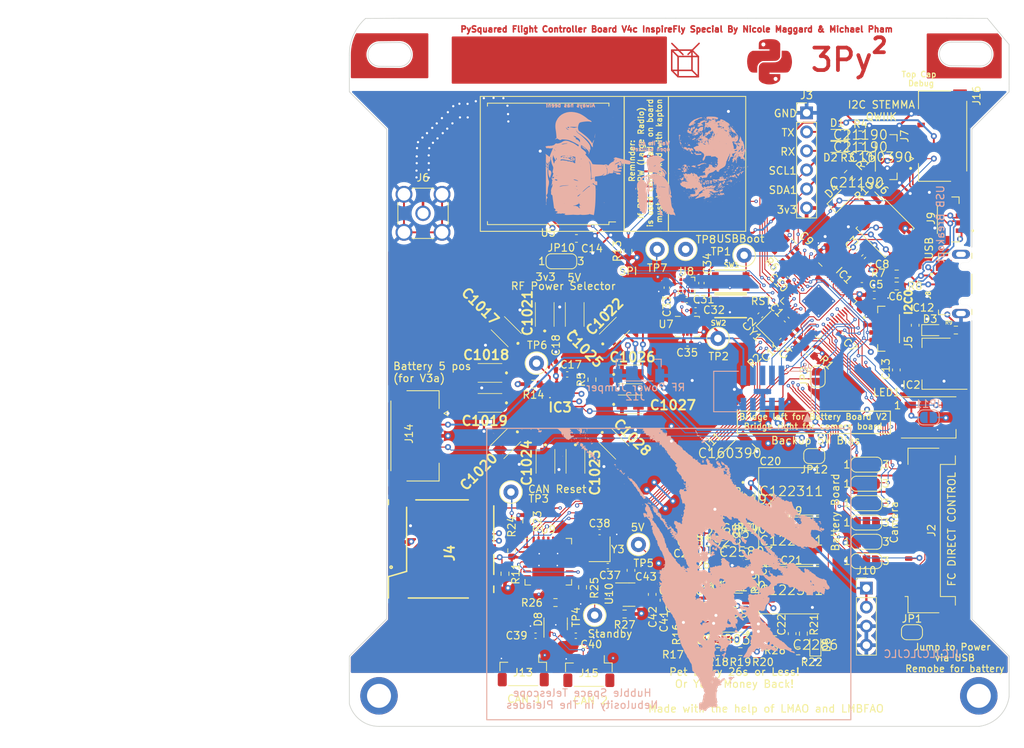
<source format=kicad_pcb>
(kicad_pcb (version 20240108) (generator "pcbnew") (generator_version "8.0")
  (layers (0 "F.Cu" signal) (1 "In1.Cu" signal) (2 "In2.Cu" signal) (31 "B.Cu" signal) (34 "B.Paste" user) (35 "F.Paste" user) (36 "B.SilkS" user "B.Silkscreen") (37 "F.SilkS" user "F.Silkscreen") (38 "B.Mask" user) (39 "F.Mask" user) (44 "Edge.Cuts" user))
  (net 0 "")
  (net 1 "Net-(IC1-XIN)")
  (net 2 "Net-(C2-Pad2)")
  (net 3 "1.2V")
  (net 4 "GND")
  (net 5 "3.3V")
  (net 6 "VBUS")
  (net 7 "/3v3 Spec")
  (net 8 "VCC_RF1")
  (net 9 "RF1_ANT")
  (net 10 "D3")
  (net 11 "ENABLE_BURN {slash} PC")
  (net 12 "I2C_RESET {slash} VS")
  (net 13 "ENAB_RF {slash} D2")
  (net 14 "VBUS_RESET {slash} D4")
  (net 15 "BURN_RELAY_A {slash} D5")
  (net 16 "D7")
  (net 17 "D6")
  (net 18 "D8")
  (net 19 "SPI0_CS1")
  (net 20 "D9")
  (net 21 "Net-(U8-C1)")
  (net 22 "Net-(D1-K)")
  (net 23 "TX")
  (net 24 "Net-(D2-K)")
  (net 25 "RX")
  (net 26 "Net-(D3-A)")
  (net 27 "V_BACKUP")
  (net 28 "Net-(D4-A)")
  (net 29 "SPI0_CS2")
  (net 30 "RF_VCC")
  (net 31 "SDA1")
  (net 32 "SCL1")
  (net 33 "SDA0")
  (net 34 "SCL0")
  (net 35 "D0")
  (net 36 "Net-(J2-Pin_1)")
  (net 37 "Net-(J2-Pin_6)")
  (net 38 "Net-(J2-Pin_7)")
  (net 39 "Net-(J2-Pin_8)")
  (net 40 "Net-(J2-Pin_10)")
  (net 41 "Net-(J2-Pin_11)")
  (net 42 "HS")
  (net 43 "FC_RESET")
  (net 44 "Net-(IC1-XOUT)")
  (net 45 "SWCLK")
  (net 46 "SWDIO")
  (net 47 "SPI0_MISO")
  (net 48 "SPI0_CS0")
  (net 49 "SPI0_SCK")
  (net 50 "SPI0_MOSI")
  (net 51 "RF1_RST")
  (net 52 "WDT_WDI")
  (net 53 "RF1_IO4")
  (net 54 "RF1_IO0")
  (net 55 "NEOPIX")
  (net 56 "Net-(U9-OSC2)")
  (net 57 "/QSPI_DATA[3]")
  (net 58 "/QSPI_SCK")
  (net 59 "/QSPI_DATA[0]")
  (net 60 "/QSPI_DATA[2]")
  (net 61 "/QSPI_DATA[1]")
  (net 62 "/QSPI_CS")
  (net 68 "RTC_INT")
  (net 69 "/WDT-VIN")
  (net 70 "Net-(C22-Pad2)")
  (net 89 "USB_D-")
  (net 90 "USB_D+")
  (net 92 "Net-(U9-OSC1)")
  (net 94 "CANL")
  (net 95 "CANH")
  (net 96 "Net-(U10-C-)")
  (net 97 "Net-(U10-C+)")
  (net 98 "+5V")
  (net 99 "Net-(U9-RESET)")
  (net 100 "Net-(U9-STBY)")
  (net 101 "Net-(U10-*SHDN)")
  (net 102 "TXCAN")
  (net 103 "RXCAN")
  (net 113 "/D+")
  (net 114 "/D-")
  (net 117 "Net-(IC3-EVI)")
  (net 118 "Net-(JP2-A)")
  (net 119 "Net-(JP11-B)")
  (net 121 "Net-(U1B-+)")
  (net 122 "Net-(U1C--)")
  (net 123 "Net-(U1D--)")
  (net 124 "Net-(D5-Pad1)")
  (net 125 "VBATT")
  (net 126 "Net-(D6-A)")
  (net 127 "Net-(U1D-+)")
  (net 128 "Net-(D7-Pad2)")
  (net 129 "Net-(R16-Pad2)")
  (net 130 "Net-(U1B--)")
  (net 131 "/WDT-VP")
  (net 132 "Net-(U1A--)")
  (net 133 "Net-(R29-Pad1)")
  (net 134 "Net-(R31-Pad1)")
  (net 135 "Net-(U1C-+)")
  (footprint "Jumper:SolderJumper-3_P1.3mm_Open_RoundedPad1.0x1.5mm_NumberLabels" (layer "F.Cu") (at 212.31 107.14)
    (property "Reference" "JP7" (hide yes))
    (property "Value" "Jumper_3_Open")
  )
  (footprint "Capacitor_SMD:C_0402_1005Metric" (layer "F.Cu") (at 202.74 89.45 -135)
    (property "Reference" "C11")
    (property "Value" "100nf")
  )
  (footprint "Capacitor_SMD:C_0603_1608Metric" (layer "F.Cu") (at 216.3 94.5 -90)
    (property "Reference" "C13")
    (property "Value" "22uF")
  )
  (footprint "Resistor_SMD:R_0603_1608Metric" (layer "F.Cu") (at 216.345 81.7)
    (property "Reference" "R7")
    (property "Value" "22")
  )
  (footprint "Resistor_SMD:R_0603_1608Metric" (layer "F.Cu") (at 192.5 132.1)
    (property "Reference" "R18")
    (property "Value" "10k")
  )
  (footprint "Connector_Coaxial:SMA_Amphenol_901-144_Vertical" (layer "F.Cu") (at 153.17 73.6)
    (property "Reference" "J6")
    (property "Value" "Conn_Coaxial" (hide yes))
  )
  (footprint "TestPoint:TestPoint_Loop_D1.80mm_Drill1.0mm_Beaded" (layer "F.Cu") (at 164.9 110.8)
    (property "Reference" "TP3")
    (property "Value" "RESET")
  )
  (footprint "TestPoint:TestPoint_Loop_D1.80mm_Drill1.0mm_Beaded" (layer "F.Cu") (at 168.3 93.6)
    (property "Reference" "TP6")
    (property "Value" "RESET")
  )
  (footprint "LED_SMD:LED_0603_1608Metric" (layer "F.Cu") (at 205.5 131.2 90)
    (property "Reference" "D6")
    (property "Value" "GREEN")
  )
  (footprint "" (layer "F.Cu") (at 227.3 138)
    (property "Reference" "H2")
    (property "Value" "MountingHole" (hide yes))
  )
  (footprint "TestPoint:TestPoint_Loop_D1.80mm_Drill1.0mm_Beaded" (layer "F.Cu") (at 181.9 117.8)
    (property "Reference" "TP5")
    (property "Value" "5V")
  )
  (footprint "Connector_JST:JST_SH_BM04B-SRSS-TB_1x04-1MP_P1.00mm_Vertical" (layer "F.Cu") (at 175.2875 134.725 180)
    (property "Reference" "J15")
    (property "Value" "Breakout")
  )
  (footprint "Package_TO_SOT_SMD:SOT-223" (layer "F.Cu") (at 221.63 93.67 180)
    (property "Reference" "IC2")
    (property "Value" "AZ1117CH-3.3TRG1")
  )
  (footprint "FC_DEV_BOARD:JST_BM04B-SRSS-TB(LF)(SN)" (layer "F.Cu") (at 222.47 74.42 90)
    (property "Reference" "J9")
    (property "Value" "BM04B-SRSS-TB(LF)(SN)")
  )
  (footprint "Connector_PinHeader_2.54mm:PinHeader_1x04_P2.54mm_Vertical" (layer "F.Cu") (at 212.3 123.62)
    (property "Reference" "J10")
    (property "Value" "Breakout")
  )
  (footprint "Resistor_SMD:R_0603_1608Metric" (layer "F.Cu") (at 167 114.7 -90)
    (property "Reference" "R23")
    (property "Value" "10k")
  )
  (footprint "Capacitor_SMD:C_0603_1608Metric" (layer "F.Cu") (at 193.1 117.8)
    (property "Reference" "C25")
    (property "Value" "10u")
  )
  (footprint "SuperCap:CPH3225A" (layer "F.Cu") (at 178.699999 89.899999 45)
    (property "Reference" "C1022")
    (property "Value" "CPH3225A" (hide yes))
  )
  (footprint "Capacitor_SMD:C_0402_1005Metric" (layer "F.Cu") (at 203.12 90.51 45)
    (property "Reference" "C4")
    (property "Value" "100nf")
  )
  (footprint "Jumper:SolderJumper-2_P1.3mm_Open_RoundedPad1.0x1.5mm" (layer "F.Cu") (at 205.8 95.4 90)
    (property "Reference" "JP2")
    (property "Value" "SolderJumper_2_Open")
  )
  (footprint "LED_SMD:LED_0603_1608Metric" (layer "F.Cu") (at 208.37 63.13 180)
    (property "Reference" "D1")
    (property "Value" "LED")
  )
  (footprint "SuperCap:CPH3225A" (layer "F.Cu") (at 169.699999 87.399999 90)
    (property "Reference" "C1021")
    (property "Value" "CPH3225A" (hide yes))
  )
  (footprint "Resistor_SMD:R_Array_Convex_4x0603" (layer "F.Cu") (at 201.457868 78.494924 135)
    (property "Reference" "R6")
    (property "Value" "10k")
  )
  (footprint "Capacitor_SMD:C_0603_1608Metric" (layer "F.Cu") (at 218.81 88.54 90)
    (property "Reference" "C12")
    (property "Value" "10uF")
  )
  (footprint "LED_SMD:LED_0603_1608Metric" (layer "F.Cu") (at 221.17 89.19)
    (property "Reference" "D3")
    (property "Value" "LED")
  )
  (footprint "Capacitor_SMD:C_0402_1005Metric" (layer "F.Cu") (at 170.9 93.9 90)
    (property "Reference" "C18")
    (property "Value" "100nf")
  )
  (footprint "" (layer "F.Cu") (at 147.3 138)
    (property "Reference" "H1")
    (property "Value" "MountingHole" (hide yes))
  )
  (footprint "FC_DEV_BOARD:BTN_KMR2_4.6X2.8" (layer "F.Cu") (at 194.2 86)
    (property "Reference" "SW2")
    (property "Value" "KMR2")
  )
  (footprint "Capacitor_SMD:C_0402_1005Metric" (layer "F.Cu") (at 189.52 86.55)
    (property "Reference" "C32")
    (property "Value" "100nf")
  )
  (footprint "SuperCap:CPH3225A" (layer "F.Cu") (at 162.4 94.599999 180)
    (property "Reference" "C1018")
    (property "Value" "CPH3225A" (hide yes))
  )
  (footprint "LOGO" (layer "F.Cu") (at 199.374384 53.975466)
    (property "Reference" "G***" (hide yes))
    (property "Value" "LOGO" (hide yes))
  )
  (footprint "Capacitor_SMD:C_0402_1005Metric" (layer "F.Cu") (at 190.3 82.91 -90)
    (property "Reference" "C34")
    (property "Value" "100nf")
  )
  (footprint "Capacitor_SMD:C_0603_1608Metric" (layer "F.Cu") (at 211.401992 78.848008 45)
    (property "Reference" "C3")
    (property "Value" "1uF")
  )
  (footprint "Resistor_SMD:R_0603_1608Metric" (layer "F.Cu") (at 193.1 116.3)
    (property "Reference" "R33")
    (property "Value" "100k")
  )
  (footprint "SuperCap:CPH3225A" (layer "F.Cu") (at 173.199999 106.399999 -90)
    (property "Reference" "C1023")
    (property "Value" "CPH3225A" (hide yes))
  )
  (footprint "Resistor_SMD:R_0402_1005Metric" (layer "F.Cu") (at 201.1 90.63 -135)
    (property "Reference" "R2")
    (property "Value" "1k")
  )
  (footprint "Jumper:SolderJumper-3_P1.3mm_Open_RoundedPad1.0x1.5mm_NumberLabels" (layer "F.Cu") (at 212.31 114.87)
    (property "Reference" "JP9" (hide yes))
    (property "Value" "Jumper_3_Open")
  )
  (footprint "Resistor_SMD:R_0603_1608Metric" (layer "F.Cu") (at 167.9 96.4 180)
    (property "Reference" "R14")
    (property "Value" "10k")
  )
  (footprint "SuperCap:CPH3225A" (layer "F.Cu") (at 164.699999 89.399999 135)
    (property "Reference" "C1017")
    (property "Value" "CPH3225A" (hide yes))
  )
  (footprint "Resistor_SMD:R_0603_1608Metric" (layer "F.Cu") (at 196.3 118.8 180)
    (property "Reference" "R30")
    (property "Value" "100k")
  )
  (footprint "Resistor_SMD:R_0603_1608Metric" (layer "F.Cu") (at 188.7 129.8 -90)
    (property "Reference" "R16")
    (property "Value" "10k")
  )
  (footprint "Crystal:Crystal_SMD_2520-4Pin_2.5x2.0mm" (layer "F.Cu") (at 199.756307 88.816256 -45)
    (property "Reference" "Y1")
    (property "Value" "12MHZ")
  )
  (footprint "Jumper:SolderJumper-2_P1.3mm_Open_RoundedPad1.0x1.5mm" (layer "F.Cu") (at 205.35 106 180)
    (property "Reference" "JP12")
    (property "Value" "SolderJumper_2_Open")
  )
  (footprint "LOGO" (layer "F.Cu") (at 199.374384 53.975466)
    (property "Reference" "G***" (hide yes))
    (property "Value" "LOGO" (hide yes))
  )
  (footprint "Capacitor_SMD:C_0603_1608Metric" (layer "F.Cu") (at 212.48 79.92 45)
    (property "Reference" "C8")
    (property "Value" "1uF")
  )
  (footprint "Capacitor_SMD:C_0402_1005Metric" (layer "F.Cu") (at 201.57 82.35 135)
    (property "Reference" "C10")
    (property "Value" "100nf")
  )
  (footprint "Capacitor_SMD:C_0402_1005Metric" (layer "F.Cu") (at 168.1775 129.98 180)
    (property "Reference" "C39")
    (property "Value" "47pf")
  )
  (footprint "Diode_SMD:D_SOD-323" (layer "F.Cu") (at 196.6 111.8 90)
    (property "Reference" "D5")
    (property "Value" "1N4151WS")
  )
  (footprint "TestPoint:TestPoint_Loop_D1.80mm_Drill1.0mm_Beaded" (layer "F.Cu") (at 176.0675 127.24)
    (property "Reference" "TP4")
    (property "Value" "Standby")
  )
  (footprint "FC_DEV_BOARD:MOLEX_5040500591" (layer "F.Cu") (at 152.1 103.3 90)
    (property "Reference" "J14")
    (property "Value" "Battery")
  )
  (footprint "Jumper:SolderJumper-2_P1.3mm_Open_RoundedPad1.0x1.5mm" (layer "F.Cu") (at 218.38 129.51)
    (property "Reference" "JP1")
    (property "Value" "SolderJumper_2_Open")
  )
  (footprint "Crystal:Crystal_SMD_2520-4Pin_2.5x2.0mm" (layer "F.Cu") (at 176.7175 118.43 90)
    (property "Reference" "Y3")
    (property "Value" "16MHZ 12 pf")
  )
  (footprint "SuperCap:CPH3225A" (layer "F.Cu") (at 180.499999 99.399999)
    (property "Reference" "C1027")
    (property "Value" "CPH3225A" (hide yes))
  )
  (footprint "Package_TO_SOT_SMD:SOT-23-6" (layer "F.Cu") (at 180.645 124.49)
    (property "Reference" "U10")
    (property "Value" "AP3602AKTR-G1")
  )
  (footprint "Resistor_SMD:R_0603_1608Metric" (layer "F.Cu") (at 203.2 132)
    (property "Reference" "R22")
    (property "Value" "10k")
  )
  (footprint "Resistor_SMD:R_0603_1608Metric" (layer "F.Cu") (at 194 113.1)
    (property "Reference" "R37")
    (property "Value" "100k")
  )
  (footprint "Capacitor_SMD:C_0603_1608Metric" (layer "F.Cu") (at 202.4 129.7 -90)
    (property "Reference" "C22")
    (property "Value" "10u")
  )
  (footprint "Package_TO_SOT_SMD:SOT-23-3" (layer "F.Cu") (at 170.8575 128.39 90)
    (property "Reference" "D8")
    (property "Value" "PESD1CAN")
  )
  (footprint "Resistor_SMD:R_0603_1608Metric" (layer "F.Cu") (at 209.9 68.4 45)
    (property "Reference" "R12")
    (property "Value" "10k")
  )
  (footprint "Capacitor_SMD:C_0603_1608Metric" (layer "F.Cu") (at 193.1 119.3)
    (property "Reference" "C24")
    (property "Value" "10u")
  )
  (footprint "Capacitor_Tantalum_SMD:CP_EIA-7361-38_AVX-V" (layer "F.Cu") (at 202.3 123.9)
    (property "Reference" "C21")
    (property "Value" "220u")
  )
  (footprint "FC_DEV_BOARD:RFM98PW" (layer "F.Cu") (at 178.51 67.501499 180)
    (property "Reference" "U4" (hide yes))
    (property "Value" "RFM98PW" (hide yes))
  )
  (footprint "FC_DEV_BOARD:JST_BM04B-SRSS-TB(LF)(SN)" (layer "F.Cu") (at 216.0125 89 -90)
    (property "Reference" "J5")
    (property "Value" "BM04B-SRSS-TB(LF)(SN)")
  )
  (footprint "Resistor_SMD:R_0603_1608Metric" (layer "F.Cu") (at 203.9 129.7 -90)
    (property "Reference" "R21")
    (property "Value" "3.0k")
  )
  (footprint "Resistor_SMD:R_0603_1608Metric" (layer "F.Cu") (at 211.51 63.13)
    (property "Reference" "R4")
    (property "Value" "1k")
  )
  (footprint "TestPoint:TestPoint_Loop_D1.80mm_Drill1.0mm_Beaded" (layer "F.Cu") (at 192.5 90.3)
    (property "Reference" "TP2")
    (property "Value" "RESET")
  )
  (footprint "FC_DEV_BOARD:JST_BM04B-SRSS-TB(LF)(SN)" (layer "F.Cu") (at 194.079899 105.620101 45)
    (property "Reference" "J11")
    (property "Value" "Breakout")
  )
  (footprint "Package_LGA:LGA-14_3x2.5mm_P0.5mm_LayoutBorder3x4y" (layer "F.Cu") (at 188.42 88.72)
    (property "Reference" "U7")
    (property "Value" "LSM6DSOTR")
  )
  (footprint "Capacitor_SMD:C_0402_1005Metric" (layer "F.Cu") (at 198.16 87.21 -135)
    (property "Reference" "C2")
    (property "Value" "22pF")
  )
  (footprint "Capacitor_SMD:C_0603_1608Metric" (layer "F.Cu") (at 213.36 84.5)
    (property "Reference" "C6")
    (property "Value" "1uF")
  )
  (footprint "SuperCap:CPH3225A" (layer "F.Cu") (at 169.199999 106.399999 -90)
    (property "Reference" "C1024")
    (property "Value" "CPH3225A" (hide yes))
  )
  (footprint "TestPoint:TestPoint_Loop_D1.80mm_Drill1.0mm_Beaded" (layer "F.Cu") (at 188.2 78.4)
    (property "Reference" "TP8")
    (property "Value" "RESET")
  )
  (footprint "Jumper:SolderJumper-3_P1.3mm_Open_RoundedPad1.0x1.5mm_NumberLabels" (layer "F.Cu") (at 212.31 109.69)
    (property "Reference" "JP5" (hide yes))
    (property "Value" "Jumper_3_Open")
  )
  (footprint "Resistor_SMD:R_0603_1608Metric" (layer "F.Cu") (at 193.2 130.5)
    (property "Reference" "R36")
    (property "Value" "100k")
  )
  (footprint "Capacitor_SMD:C_0402_1005Metric" (layer "F.Cu") (at 205.65 78.39 135)
    (property "Reference" "C9")
    (property "Value" "100nf")
  )
  (footprint "Resistor_SMD:R_0603_1608Metric" (layer "F.Cu") (at 170.8325 125.55)
    (property "Reference" "R26")
    (property "Value" "120")
  )
  (footprint "Capacitor_SMD:C_0603_1608Metric" (layer "F.Cu") (at 183.7375 124.46 90)
    (property "Reference" "C42")
    (property "Value" "1uf")
  )
  (footprint "Jumper:SolderJumper-3_P1.3mm_Open_RoundedPad1.0x1.5mm_NumberLabels" (layer "F.Cu") (at 171.62 80)
    (property "Reference" "JP10")
    (property "Value" "Jumper_3_Open")
  )
  (footprint "Capacitor_SMD:C_0402_1005Metric" (layer "F.Cu") (at 177.8175 120.68)
    (property "Reference" "C37")
    (property "Value" "22pf")
  )
  (footprint "Resistor_SMD:R_0603_1608Metric" (layer "F.Cu") (at 189 126.2 -90)
    (property "Reference" "R34")
    (property "Value" "100k")
  )
  (footprint "Package_SO:SOIC-8_5.275x5.275mm_P1.27mm" (layer "F.Cu") (at 214.8 75.6 -45)
    (property "Reference" "U6")
    (property "Value" "W25Q128JV")
  )
  (footprint "LED_SMD:LED_0603_1608Metric" (layer "F.Cu") (at 208.35 64.73 180)
    (property "Reference" "D2")
    (property "Value" "LED")
  )
  (footprint "Capacitor_SMD:C_0402_1005Metric" (layer "F.Cu") (at 209 89.9 -45)
    (property "Reference" "C7")
    (property "Value" "100nf")
  )
  (footprint "Resistor_SMD:R_0603_1608Metric" (layer "F.Cu") (at 197.1 130.5)
    (property "Reference" "R20")
    (property "Value" "3.0k")
  )
  (footprint "SuperCap:CPH3225A" (layer "F.Cu") (at 162.4 98.599999 180)
    (property "Reference" "C1019")
    (property "Value" "CPH3225A" (hide yes))
  )
  (footprint "Resistor_SMD:R_0603_1608Metric" (layer "F.Cu") (at 195.3 123.4)
    (property "Reference" "R29")
    (property "Value" "1k")
  )
  (footprint "SuperCap:CPH3225A" (layer "F.Cu") (at 173.699999 87.399999 90)
    (property "Reference" "C1025")
    (property "Value" "CPH3225A" (hide yes))
  )
  (footprint "Diode_SMD:D_SOD-323" (layer "F.Cu") (at 190.6 117.4 90)
    (property "Reference" "D7")
    (property "Value" "1N4151WS")
  )
  (footprint "Resistor_SMD:R_0603_1608Metric" (layer "F.Cu") (at 180.0575 127.08 180)
    (property "Reference" "R27")
    (property "Value" "10k")
  )
  (footprint "Resistor_SMD:R_0603_1608Metric" (layer "F.Cu") (at 216.35 83.3)
    (property "Reference" "R8")
    (property "Value" "22")
  )
  (footprint "LED_SMD:LED_WS2812B_PLCC4_5.0x5.0mm_P3.2mm" (layer "F.Cu") (at 220.61 100.84)
    (property "Reference" "LED1")
    (property "Value" "WS2812B_SK6812_1515")
  )
  (footprint "SuperCap:CPH3225A" (layer "F.Cu") (at 178.199999 104.399999 -45)
    (property "Reference" "C1028")
    (property "Value" "CPH3225A" (hide yes))
  )
  (footprint "Capacitor_SMD:C_0402_1005Metric" (layer "F.Cu") (at 201.67 87.78 -45)
    (property "Reference" "C1")
    (property "Value" "22pF")
  )
  (footprint "Capacitor_SMD:C_0603_1608Metric" (layer "F.Cu") (at 185.3075 125.24 90)
    (property "Reference" "C41")
    (property "Value" "10uf")
  )
  (footprint "Diode_SMD:D_SOD-323F" (layer "F.Cu") (at 208.8 71.8 45)
    (property "Reference" "D4")
    (property "Value" "NSR0320")
  )
  (footprint "Capacitor_SMD:C_0402_1005Metric" (layer "F.Cu") (at 172.4 95.1)
    (property "Reference" "C17")
    (property "Value" "100nf")
  )
  (footprint "Resistor_SMD:R_0603_1608Metric" (layer "F.Cu") (at 211.51 64.75)
    (property "Reference" "R3")
    (property "Value" "1k")
  )
  (footprint "Molex 503398-1892:503398-1892-1" (layer "F.Cu") (at 148.56 124.945 90)
    (property "Reference" "J4")
    (property "Value" "Molex 503398-1892" (hide yes))
  )
  (footprint "Resistor_SMD:R_0603_1608Metric" (layer "F.Cu") (at 204.74 92.05 135)
    (property "Reference" "R1")
    (property "Value" "10k")
  )
  (footprint "Resistor_SMD:R_1206_3216Metric" (layer "F.Cu") (at 196.6 115.7 -90)
    (property "Reference" "R15")
    (property "Value" "10 (1206)")
  )
  (footprint "FC_DEV_BOARD:JST_BM04B-SRSS-TB(LF)(SN)" (layer "F.Cu") (at 214.2 66.1 90)
    (property "Reference" "J7")
    (property "Value" "Breakout")
  )
  (footprint "Resistor_SMD:R_0603_1608Metric" (layer "F.Cu") (at 189.500001 132.1)
    (property "Reference" "R17")
    (property "Value" "10k")
  )
  (footprint "Resistor_SMD:R_0603_1608Metric" (layer "F.Cu") (at 174.4475 123.51 90)
    (property "Reference" "R25")
    (property "Value" "10k")
  )
  (footprint "Capacitor_SMD:C_0402_1005Metric" (layer "F.Cu") (at 173.5475 129.98 180)
    (property "Reference" "C40")
    (property "Value" "47pf")
  )
  (footprint "Resistor_SMD:R_0603_1608Metric" (layer "F.Cu") (at 188.2 123.9 180)
    (property "Reference" "R32")
    (property "Value" "100k")
  )
  (footprint "Resistor_SMD:R_0603_1608Metric" (layer "F.Cu") (at 192.300001 123.4 180)
    (property "Reference" "R31")
    (property "Value" "1k")
  )
  (footprint "Capacitor_SMD:C_0603_1608Metric" (layer "F.Cu") (at 180.9075 121.25 -90)
    (property "Reference" "C43")
    (property "Value" "10uf")
  )
  (footprint "Package_DFN_QFN:QFN-56-1EP_7x7mm_P0.4mm_EP3.2x3.2mm_ThermalVias" (layer "F.Cu") (at 205.93 85.31 -45)
    (property "Reference" "IC1")
    (property "Value" "RP2040_QFN56")
  )
  (footprint "Capacitor_SMD:C_0402_1005Metric" (layer "F.Cu") (at 188.34 85.19)
    (property "Reference" "C31")
    (property "Value" "220nf")
  )
  (footprint "RF_Module:HOPERF_RFM9XW_SMD" (layer "F.Cu") (at 169.86 67 180)
    (property "Reference" "U5")
    (property "Value" "RFM9xBreakout")
  )
  (footprint "Capacitor_SMD:C_0603_1608Metric" (layer "F.Cu") (at 196.3 120.3 180)
    (property "Reference" "C23")
    (property "Value" "10u")
  )
  (footprint "Jumper:SolderJumper-3_P1.3mm_Open_RoundedPad1.0x1.5mm_NumberLabels" (layer "F.Cu") (at 212.31 120.01)
    (property "Reference" "JP3" (hide yes))
    (property "Value" "Jumper_3_Open")
  )
  (footprint "Capacitor_SMD:C_0402_1005Metric" (layer "F.Cu") (at 211.7 83.2 180)
    (property "Reference" "C5")
    (property "Value" "100nf")
  )
  (footprint "Connector_JST:JST_SH_BM04B-SRSS-TB_1x04-1MP_P1.00mm_Vertical" (layer "F.Cu") (at 166.5375 134.63 180)
    (property "Reference" "J13")
    (property "Value" "Breakout")
  )
  (footprint "Capacitor_Tantalum_SMD:CP_EIA-7361-38_AVX-V" (layer "F.Cu") (at 202.299999 110.7)
    (property "Reference" "C20")
    (property "Value" "220u")
  )
  (footprint "Resistor_SMD:R_0603_1608Metric" (layer "F.Cu") (at 165 118.6 90)
    (property "Reference" "R24")
    (property "Value" "10k")
  )
  (footprint "Resistor_SMD:R_0603_1608Metric" (layer "F.Cu") (at 195.5 132.099999)
    (property "Reference" "R19")
    (property "Value" "3.0k")
  )
  (footprint "TestPoint:TestPoint_Loop_D1.80mm_Drill1.0mm_Beaded" (layer "F.Cu") (at 184.4 78.4)
    (property "Reference" "TP7")
    (property "Value" "RESET")
  )
  (footprint "Package_LGA:LGA-12_2x2mm_P0.5mm" (layer "F.Cu") (at 188.32 83.22)
    (property "Reference" "U8")
    (property "Value" "LSM303AGRTR")
  )
  (footprint "SuperCap:CPH3225A" (layer "F.Cu") (at 180.499999 95.399999)
    (property "Reference" "C1026")
    (property "Value" "CPH3225A" (hide yes))
  )
  (footprint "Capacitor_SMD:C_0603_1608Metric" (layer "F.Cu") (at 193.100001 121.4 180)
    (property "Reference" "C26")
    (property "Value" "10u")
  )
  (footprint "Package_SO:TSSOP-14_4.4x5mm_P0.65mm" (layer "F.Cu") (at 193.6 126.9 180)
    (property "Reference" "U1")
    (property "Value" "TLV1704")
  )
  (footprint "FC_DEV_BOARD:BTN_KMR2_4.6X2.8" (layer "F.Cu") (at 194.2 82.7)
    (property "Reference" "SW1")
    (property "Value" "KMR2")
  )
  (footprint "Capacitor_SMD:C_0603_1608Metric" (layer "F.Cu") (at 173.63 76.95 180)
    (property "Reference" "C14")
    (property "Value" "10uF")
  )
  (footprint "Resistor_SMD:R_0603_1608Metric" (layer "F.Cu") (at 193.100001 114.8)
    (property "Reference" "R35")
    (property "Value" "4.7M")
  )
  (footprint "Capacitor_SMD:C_0402_1005Metric" (layer "F.Cu") (at 176.7175 116.15)
    (property "Reference" "C38")
    (property "Value" "22pf")
  )
  (footprint "Package_DFN_QFN:QFN-28-1EP_6x6mm_P0.65mm_EP4.25x4.25mm" (layer "F.Cu") (at 169.88 120.1)
    (property "Reference" "U9")
    (property "Value" "MCP25625-E/ML")
  )
  (footprint "SuperCap:CPH3225A" (layer "F.Cu") (at 164.199999 103.899999 -135)
    (property "Reference" "C1020")
    (property "Value" "CPH3225A" (hide yes))
  )
  (footprint "Resistor_SMD:R_0603_1608Metric" (layer "F.Cu") (at 164.1 121.7 -90)
    (property "Reference" "R11")
    (property "Value" "10k")
  )
  (footprint "RTC:RV3028C7" (layer "F.Cu") (at 171.45 97)
    (property "Reference" "IC3")
    (property "Value" "RV-3028-C7_32.768kHz_1ppm_TA_QC" (hide yes))
  )
  (footprint "Connector_Molex:Molex_Pico-Lock_504050-1291_1x12-1MP_P1.50mm_Horizontal" (layer "F.Cu") (at 220.745 115.93 90)
    (property "Reference" "J2")
    (property "Value" "FC to EPS Connector" (hide yes))
  )
  (footprint "Capacitor_SMD:C_0402_1005Metric" (layer "F.Cu") (at 185.69 83.52 -90)
    (property "Reference" "C33")
    (property "Value" "100nf")
  )
  (footprint "FC_DEV_BOARD:MOLEX_5040500591" (layer "F.Cu") (at 222.47 63.3 -90)
    (property "Reference" "J16")
    (property "Value" "Debug")
  )
  (footprint "TestPoint:TestPoint_Loop_D1.80mm_Drill1.0mm_Beaded" (layer "F.Cu") (at 196 79.2)
    (property "Reference" "TP1")
    (property "Value" "USBBOOT")
  )
  (footprint "Resistor_SMD:R_0603_1608Metric" (layer "F.Cu") (at 175.7 95.8 90)
    (property "Reference" "R5")
    (property "Value" "10k")
  )
  (footprint "Jumper:SolderJumper-3_P1.3mm_Open_RoundedPad1.0x1.5mm_NumberLabels" (layer "F.Cu") (at 212.31 112.29)
    (property "Reference" "JP8" (hide yes))
    (property "Value" "Jumper_3_Open")
  )
  (footprint "Jumper:SolderJumper-3_P1.3mm_Open_RoundedPad1.0x1.5mm_NumberLabels" (layer "F.Cu") (at 212.32 117.44)
    (property "Reference" "JP4" (hide yes))
    (property "Value" "Jumper_3_Open")
  )
  (footprint "Resistor_SMD:R_0603_1608Metric" (layer "F.Cu") (at 211 69.5 -135)
    (property "Reference" "R10")
    (property "Value" "1k")
  )
  (footprint "LOGO" (layer "F.Cu") (at 171 53)
    (property "Reference" "G***" (hide yes))
    (property "Value" "LOGO" (hide yes))
  )
  (footprint "Resistor_SMD:R_0603_1608Metric" (layer "F.Cu") (at 200.100001 130.5 180)
    (property "Reference" "R28")
    (property "Value" "10k")
  )
  (footprint "Capacitor_Tantalum_SMD:CP_EIA-7361-38_AVX-V" (layer "F.Cu") (at 202.3 117.3)
    (property "Reference" "C19")
    (property "Value" "220u")
  )
  (footprint "FC_DEV_BOARD:MOLEX_105164-0001" (layer "F.Cu") (at 226.37 83.02 90)
    (property "Reference" "J8")
    (property "Value" "USB_B_Micro")
    (fp_line (start 2.825 -1.15) (end 2.825 -0.5) (stroke (width 0.01)) (layer "Edge.Cuts"))
    (fp_line (start 1.925 -1.15) (end 1.925 -0.5) (stroke (width 0.01)) (layer "Edge.Cuts"))
    (fp_line (start -1.925 -1.15) (end -1.925 -0.5) (stroke (width 0.01)) (layer "Edge.Cuts"))
    (fp_line (start -2.825 -1.15) (end -2.825 -0.5) (stroke (width 0.01)) (layer "Edge.Cuts"))
    (fp_line (start 4.9 0) (end 3.4 0) (stroke (width 0.01)) (layer "Edge.Cuts"))
    (fp_line (start 3.4 0) (end 2.825 -0.5) (stroke (width 0.01)) (layer "Edge.Cuts"))
    (fp_line (start -3.4 0) (end -2.825 -0.5) (stroke (width 0.01)) (layer "Edge.Cuts"))
    (fp_line (start -4.9 0) (end -3.4 0) (stroke (width 0.01)) (layer "Edge.Cuts"))
    (fp_line (start 0.00053 0.004943) (end 1.3 0) (stroke (width 0.01)) (layer "Edge.Cuts"))
    (fp_line (start 0.00053 0.004943) (end -1.29947 0.004943) (stroke (width 0.01)) (layer "Edge.Cuts"))
    (fp_arc (start 1.925 -1.15) (mid 2.375 -1.6) (end 2.825 -1.15) (stroke (width 0.01)) (layer "Edge.Cuts"))
    (fp_arc (start -2.825 -1.15) (mid -2.375 -1.6) (end -1.925 -1.15) (stroke (width 0.01)) (layer "Edge.Cuts"))
    (fp_arc (start 1.925529 -0.504943) (mid 1.717412 -0.122833) (end 1.3 0) (stroke (width 0.01)) (layer "Edge.Cuts"))
    (fp_arc (start -1.29947 0.004943) (mid -1.716881 -0.117891) (end -1.924999 -0.5) (stroke (width 0.01)) (layer "Edge.Cuts"))
  )
  (footprint "Resistor_SMD:R_0603_1608Metric" (layer "F.Cu") (at 180.5 78.64 90)
    (property "Reference" "R13")
    (property "Value" "10k")
  )
  (footprint "Connector_PinHeader_2.54mm:PinHeader_1x06_P2.54mm_Vertical" (layer "F.Cu") (at 204.33 60.19)
    (property "Reference" "J3")
    (property "Value" "Life Makes Lemonade")
  )
  (footprint "Capacitor_SMD:C_0402_1005Metric" (layer "F.Cu") (at 188.45 90.95)
    (property "Reference" "C35")
    (property "Value" "100nf")
  )
  (footprint "Resistor_SMD:R_0603_1608Metric" (layer "F.Cu") (at 224.24 89.18 180)
    (property "Reference" "R9")
    (property "Value" "10k")
  )
  (footprint "LOGO" (layer "B.Cu") (at 187.3 121.6 180)
    (property "Reference" "G***" (hide yes))
    (property "Value" "LOGO" (hide yes))
  )
  (footprint "FC_DEV_BOARD:JTAG_2X05_1.27MM_BOX_NOCREAM" (layer "B.Cu") (at 198.44 97.38 180)
    (property "Reference" "J1")
    (property "Value" "Conn_ARM_JTAG_SWD_10")
  )
  (footprint "LOGO" (layer "B.Cu") (at 183.91 66.54 180)
    (property "Reference" "G***" (hide yes))
    (property "Value" "LOGO" (hide yes))
  )
  (footprint "FC_DEV_BOARD:JST_BM04B-SRSS-TB(LF)(SN)" (layer "B.Cu") (at 181.94 95.2725)
    (property "Reference" "J12")
    (property "Value" "BM04B-SRSS-TB(LF)(SN)")
  )
  (footprint "Jumper:SolderJumper-2_P1.3mm_Open_RoundedPad1.0x1.5mm" (layer "B.Cu") (at 220.61 100.84 180)
    (property "Reference" "JP11")
    (property "Value" "SolderJumper_2_Open")
  )
  (gr_line (start 187.19 55.37) (end 186.34 54.52) (stroke (width 0.2)) (layer "F.Cu"))
  (gr_line (start 189.04 51.82) (end 189.89 52.67) (stroke (width 0.2)) (layer "F.Cu"))
  (gr_line (start 187.84 52.41) (end 186.36 50.93) (stroke (width 0.2)) (layer "F.Cu"))
  (gr_line (start 186.34 54.52) (end 189.04 54.52) (stroke (width 0.2)) (layer "F.Cu"))
  (gr_line (start 187.19 52.67) (end 187.19 55.37) (stroke (width 0.2)) (layer "F.Cu"))
  (gr_line (start 189.89 52.67) (end 187.19 52.67) (stroke (width 0.2)) (layer "F.Cu"))
  (gr_line (start 189.04 51.82) (end 186.34 51.82) (stroke (width 0.2)) (layer "F.Cu"))
  (gr_line (start 188.52 52.39) (end 189.99 50.92) (stroke (width 0.2)) (layer "F.Cu"))
  (gr_line (start 189.04 54.52) (end 189.04 51.82) (stroke (width 0.2)) (layer "F.Cu"))
  (gr_line (start 186.34 54.52) (end 186.34 51.82) (stroke (width 0.2)) (layer "F.Cu"))
  (gr_line (start 186.34 51.82) (end 187.19 52.67) (stroke (width 0.2)) (layer "F.Cu"))
  (gr_line (start 187.19 55.37) (end 189.89 55.37) (stroke (width 0.2)) (layer "F.Cu"))
  (gr_line (start 189.04 54.52) (end 189.89 55.37) (stroke (width 0.2)) (layer "F.Cu"))
  (gr_line (start 189.89 55.37) (end 189.89 52.67) (stroke (width 0.2)) (layer "F.Cu"))
  (gr_rect (start 161.669138 102.3) (end 210.230861 141.191722) (stroke (width 0.15)) (fill none) (layer "B.SilkS"))
  (gr_line (start 215.5 100) (end 195.1 100) (stroke (width 0.15)) (layer "F.SilkS"))
  (gr_line (start 180 58) (end 180 76) (stroke (width 0.15)) (layer "F.SilkS"))
  (gr_line (start 195.1 100) (end 195.1 103) (stroke (width 0.15)) (layer "F.SilkS"))
  (gr_line (start 195.1 103) (end 215.5 103) (stroke (width 0.15)) (layer "F.SilkS"))
  (gr_line (start 185.9 76) (end 185.9 58) (stroke (width 0.15)) (layer "F.SilkS"))
  (gr_line (start 215.5 103) (end 215.5 100) (stroke (width 0.15)) (layer "F.SilkS"))
  (gr_line (start 180 76) (end 185 76) (stroke (width 0.15)) (layer "F.SilkS"))
  (gr_line (start 147.266164 53.978713) (end 150.016362 54.003722) (stroke (width 0.1)) (layer "Edge.Cuts"))
  (gr_line (start 197.601362 47.563722) (end 223.001362 47.563722) (stroke (width 0.1)) (layer "Edge.Cuts"))
  (gr_arc (start 143.3432 52.5744) (mid 143.878092 49.844486) (end 145.50672 47.589245) (stroke (width 0.1)) (layer "Edge.Cuts"))
  (gr_arc (start 150.016362 50.803722) (mid 151.616378 52.403722) (end 150.016362 54.003722) (stroke (width 0.1)) (layer "Edge.Cuts"))
  (gr_arc (start 223.616362 53.903722) (mid 222.041575 52.303731) (end 223.666337 50.754515) (stroke (width 0.1)) (layer "Edge.Cuts"))
  (gr_line (start 143.3432 134) (end 143.3432 132.71) (stroke (width 0.1)) (layer "Edge.Cuts"))
  (gr_line (start 143.3432 139.0744) (end 143.3432 134) (stroke (width 0.1)) (layer "Edge.Cuts"))
  (gr_line (start 147.316139 50.829506) (end 150.016362 50.803722) (stroke (width 0.1)) (layer "Edge.Cuts"))
  (gr_line (start 143.3432 57.38) (end 143.3432 52.5744) (stroke (width 0.1)) (layer "Edge.Cuts"))
  (gr_line (start 145.50672 47.589245) (end 149.976362 47.563722) (stroke (width 0.1)) (layer "Edge.Cuts"))
  (gr_line (start 231.3432 133.532) (end 231.3432 132.71) (stroke (width 0.1)) (layer "Edge.Cuts"))
  (gr_line (start 227.3432 142.0744) (end 147.3432 142.0744) (stroke (width 0.1)) (layer "Edge.Cuts"))
  (gr_line (start 223.001362 47.563722) (end 228.441362 47.578722) (stroke (width 0.1)) (layer "Edge.Cuts"))
  (gr_arc (start 227.466362 50.753722) (mid 229.066378 52.353722) (end 227.466362 53.953722) (stroke (width 0.1)) (layer "Edge.Cuts"))
  (gr_arc (start 147.266164 53.978713) (mid 145.821876 52.380794) (end 147.316139 50.829506) (stroke (width 0.1)) (layer "Edge.Cuts"))
  (gr_line (start 231.3432 132.71) (end 226.37 127.7368) (stroke (width 0.1)) (layer "Edge.Cuts"))
  (gr_arc (start 147.3432 142.0744) (mid 144.830806 141.257591) (end 143.3432 139.0744) (stroke (width 0.1)) (layer "Edge.Cuts"))
  (gr_line (start 197.601362 47.563722) (end 196.4436 47.563722) (stroke (width 0.1)) (layer "Edge.Cuts"))
  (gr_line (start 143.3432 132.71) (end 148.32 127.7332) (stroke (width 0.1)) (layer "Edge.Cuts"))
  (gr_line (start 185.536362 47.563722) (end 149.976362 47.563722) (stroke (width 0.1)) (layer "Edge.Cuts"))
  (gr_line (start 185.536362 47.563722) (end 186.8932 47.563722) (stroke (width 0.1)) (layer "Edge.Cuts"))
  (gr_line (start 186.8932 47.563722) (end 196.4436 47.563722) (stroke (width 0.1)) (layer "Edge.Cuts"))
  (gr_line (start 223.616362 53.903722) (end 227.466362 53.953722) (stroke (width 0.1)) (layer "Edge.Cuts"))
  (gr_line (start 143.3432 57.38) (end 148.32 62.3568) (stroke (width 0.1)) (layer "Edge.Cuts"))
  (gr_line (start 226.37 87.92) (end 226.37 127.7368) (stroke (width 0.1)) (layer "Edge.Cuts"))
  (gr_line (start 231.3432 57.38) (end 226.37 62.3532) (stroke (width 0.1)) (layer "Edge.Cuts"))
  (gr_line (start 231.3432 56.345522) (end 231.3432 57.38) (stroke (width 0.1)) (layer "Edge.Cuts"))
  (gr_line (start 226.37 78.12) (end 226.37 62.3532) (stroke (width 0.1)) (layer "Edge.Cuts"))
  (gr_line (start 231.3432 56.345522) (end 231.3432 51.0744) (stroke (width 0.1)) (layer "Edge.Cuts"))
  (gr_line (start 228.441362 47.578722) (end 231.3432 51.0744) (stroke (width 0.1)) (layer "Edge.Cuts"))
  (gr_line (start 231.3432 133.532) (end 231.3432 138.0744) (stroke (width 0.1)) (layer "Edge.Cuts"))
  (gr_line (start 227.466362 50.753722) (end 223.666337 50.754515) (stroke (width 0.1)) (layer "Edge.Cuts"))
  (gr_line (start 148.32 127.7332) (end 148.32 62.3568) (stroke (width 0.1)) (layer "Edge.Cuts"))
  (gr_arc (start 231.3432 138.0744) (mid 230.019606 140.750806) (end 227.3432 142.0744) (stroke (width 0.1)) (layer "Edge.Cuts"))
  (gr_text "2" (at 214.07 51.2 0) (layer "F.Cu") (effects (font (size 2 2) (thickness 0.5))))
  (gr_text "3Py" (at 209.01 53.12 0) (layer "F.Cu") (effects (font (size 3 3) (thickness 0.5))))
  (gr_text "PySquared Flight Controller Board V4c InspireFly Special By Nicole Maggard & Michael Pham" (at 187 49.5 0) (layer "F.Cu") (effects (font (size 0.8 0.8) (thickness 0.2) (bold yes)) (justify bottom)))
  (gr_text "Hubble Space Telescope\nNebulosity in The Pleiades\n" (at 174.4 139.8 0) (layer "B.SilkS") (effects (font (size 1 1)) (justify bottom mirror)))
  (gr_text "USB Breakout" (at 222.765 69.76 90) (layer "B.SilkS") (effects (font (size 1 1)) (justify left bottom mirror)))
  (gr_text "JLCJLCJLCJLC" (at 225 133 0) (layer "B.SilkS") (effects (font (size 1 1)) (justify left bottom mirror)))
  (gr_text "RF Power Jumper" (at 188.23 97.42 0) (layer "B.SilkS") (effects (font (size 1 1)) (justify left bottom mirror)))
  (gr_text "Always has been!" (at 176.18 59.48 0) (layer "B.SilkS") (effects (font (size 0.5 0.5) (thickness 0.125)) (justify left bottom mirror)))
  (gr_text "Wait its all\nopen source?" (at 186.18 65.34 0) (layer "B.SilkS") (effects (font (size 0.5 0.5) (thickness 0.125)) (justify left bottom mirror)))
  (gr_text "3v3" (at 168.09 82.68 0) (layer "F.SilkS") (effects (font (size 1 1)) (justify left bottom)))
  (gr_text "Pet Every 26s or Less!\nOr Your Money Back!" (at 194.7 137 0) (layer "F.SilkS") (effects (font (size 1 1)) (justify bottom)))
  (gr_text "CAN 2" (at 173.1 139.2 0) (layer "F.SilkS") (effects (font (size 1 1)) (justify left bottom)))
  (gr_text "SDA1" (at 199.19 71.08 0) (layer "F.SilkS") (effects (font (size 1 1)) (justify left bottom)))
  (gr_text "Top Cap \nDebug" (at 219.6 56.7 0) (layer "F.SilkS") (effects (font (size 0.75 0.75)) (justify bottom)))
  (gr_text "SCL1" (at 199.18 68.5 0) (layer "F.SilkS") (effects (font (size 1 1)) (justify left bottom)))
  (gr_text "I2C0" (at 218.5 87.3 90) (layer "F.SilkS") (effects (font (size 1 1) (thickness 0.25) (bold yes)) (justify left bottom)))
  (gr_text "I2C STEMMA\nQWIIK" (at 214.3 61.3 0) (layer "F.SilkS") (effects (font (size 1 1)) (justify bottom)))
  (gr_text "GND" (at 199.87 60.85 0) (layer "F.SilkS") (effects (font (size 1 1)) (justify left bottom)))
  (gr_text "3v3" (at 200.27 73.71 0) (layer "F.SilkS") (effects (font (size 1 1)) (justify left bottom)))
  (gr_text "Made with the help of LMAO and LMBFAO" (at 183.1 140.3 0) (layer "F.SilkS") (effects (font (size 1 1)) (justify left bottom)))
  (gr_text "FC DIRECT CONTROL" (at 224.27 123.48 90) (layer "F.SilkS") (effects (font (size 1 1)) (justify left bottom)))
  (gr_text "Bridge left for Battery Board V2\nBridge right for camera board" (at 205.2 102.5 0) (layer "F.SilkS") (effects (font (size 0.8 0.8)) (justify bottom)))
  (gr_text "RX" (at 200.74 65.97 0) (layer "F.SilkS") (effects (font (size 1 1)) (justify left bottom)))
  (gr_text "5V" (at 172.34 82.76 0) (layer "F.SilkS") (effects (font (size 1 1)) (justify left bottom)))
  (gr_text "RST" (at 196.8 85.9 0) (layer "F.SilkS") (effects (font (size 1 1)) (justify left bottom)))
  (gr_text "Standby" (at 175.0575 130.3 0) (layer "F.SilkS") (effects (font (size 1 1)) (justify left bottom)))
  (gr_text "Jump to Power \nvia USB\nRemobe for battery" (at 224.1 134.9 0) (layer "F.SilkS") (effects (font (size 0.9 0.9)) (justify bottom)))
  (gr_text "USB" (at 221.25 79.87 90) (layer "F.SilkS") (effects (font (size 1 1)) (justify left bottom)))
  (gr_text "CAN 1" (at 164.3 139 0) (layer "F.SilkS") (effects (font (size 1 1)) (justify left bottom)))
  (gr_text "Camera" (at 216.58 117.74 90) (layer "F.SilkS") (effects (font (size 1 1)) (justify left bottom)))
  (gr_text "Battery 5 pos \n(for V3a)" (at 149.1 96.2 0) (layer "F.SilkS") (effects (font (size 1 1)) (justify left bottom)))
  (gr_text "RF Power Selector" (at 164.8 83.9 0) (layer "F.SilkS") (effects (font (size 1 1)) (justify left bottom)))
  (gr_text "USBBoot" (at 192.21 77.57 0) (layer "F.SilkS") (effects (font (size 1 1)) (justify left bottom)))
  (gr_text "TX" (at 200.9 63.42 0) (layer "F.SilkS") (effects (font (size 1 1)) (justify left bottom)))
  (gr_text "Backup 5V Bias" (at 199.5 104.5 0) (layer "F.SilkS") (effects (font (size 1 1)) (justify left bottom)))
  (gr_text "CAN Reset" (at 167.1 111 0) (layer "F.SilkS") (effects (font (size 1 1)) (justify left bottom)))
  (gr_text "Reminder:\nIf RFM9xPW (Large Radio) \nis used center pads on board \nmust be masked with kapton" (at 185.1 66.6 90) (layer "F.SilkS") (effects (font (size 0.75 0.75)) (justify bottom)))
  (gr_text "Battery Board" (at 208.75 118.8 90) (layer "F.SilkS") (effects (font (size 1 1)) (justify left bottom)))
  (gr_text "SPI" (at 179.23 81.91 0) (layer "F.SilkS") (effects (font (size 1 1)) (justify left bottom)))
  (gr_text "5V" (at 180.8 116.1 0) (layer "F.SilkS") (effects (font (size 1 1)) (justify left bottom)))
  (segment (start 201.690589 88.119411) (end 200.87 88.94) (width 0.127) (layer "F.Cu") (net 1))
  (segment (start 203.075056 87.316415) (end 202.27206 88.119411) (width 0.127) (layer "F.Cu") (net 1))
  (segment (start 202.27206 88.119411) (end 202.009411 88.119411) (width 0.127) (layer "F.Cu") (net 1))
  (segment (start 202.009411 88.119411) (end 201.690589 88.119411) (width 0.127) (layer "F.Cu") (net 1))
  (segment (start 198.642614 88.692512) (end 197.820589 87.870487) (width 0.127) (layer "F.Cu") (net 2))
  (segment (start 200.739376 90.990624) (end 199.490624 90.990624) (width 0.127) (layer "F.Cu") (net 2))
  (segment (start 199.490624 90.990624) (end 198.0365 89.5365) (width 0.127) (layer "F.Cu") (net 2))
  (segment (start 198.0365 89.298626) (end 198.642614 88.692512) (width 0.127) (layer "F.Cu") (net 2))
  (segment (start 197.820589 87.870487) (end 197.820589 87.549411) (width 0.127) (layer "F.Cu") (net 2))
  (segment (start 198.0365 89.5365) (end 198.0365 89.298626) (width 0.127) (layer "F.Cu") (net 2))
  (segment (start 208.219258 82.737899) (end 207.879242 83.077915) (width 0.127) (layer "F.Cu") (net 3))
  (segment (start 210.585585 83.2) (end 211.22 83.2) (width 0.127) (layer "F.Cu") (net 3))
  (segment (start 208.219258 82.737899) (end 210.853984 80.103173) (width 0.127) (layer "F.Cu") (net 3))
  (segment (start 208.902129 84.492129) (end 209.293456 84.492129) (width 0.127) (layer "F.Cu") (net 3))
  (segment (start 206.043758 87.836242) (end 209.293455 84.586545) (width 0.127) (layer "F.Cu") (net 3))
  (segment (start 210.853984 80.103173) (end 210.853984 79.396016) (width 0.127) (layer "F.Cu") (net 3))
  (segment (start 209.633472 84.152113) (end 210.585585 83.2) (width 0.127) (layer "F.Cu") (net 3))
  (segment (start 203.769411 89.860589) (end 203.459411 90.170589) (width 0.127) (layer "F.Cu") (net 3))
  (segment (start 203.769411 89.002134) (end 203.769411 89.860589) (width 0.127) (layer "F.Cu") (net 3))
  (segment (start 203.583568 88.816291) (end 203.769411 89.002134) (width 0.127) (layer "F.Cu") (net 3))
  (segment (start 209.293455 84.49213) (end 209.633472 84.152113) (width 0.127) (layer "F.Cu") (net 3))
  (segment (start 205.716242 87.836242) (end 206.043758 87.836242) (width 0.127) (layer "F.Cu") (net 3))
  (segment (start 207.879242 83.469242) (end 208.902129 84.492129) (width 0.127) (layer "F.Cu") (net 3))
  (segment (start 203.923585 88.164944) (end 203.583568 88.504961) (width 0.127) (layer "F.Cu") (net 3))
  (segment (start 204.684416 87.404113) (end 205.284113 87.404113) (width 0.127) (layer "F.Cu") (net 3))
  (segment (start 209.293455 84.586545) (end 209.293455 84.49213) (width 0.127) (layer "F.Cu") (net 3))
  (segment (start 203.583568 88.504961) (end 203.583568 88.816291) (width 0.127) (layer "F.Cu") (net 3))
  (segment (start 209.293456 84.492129) (end 209.633472 84.152113) (width 0.127) (layer "F.Cu") (net 3))
  (segment (start 205.284113 87.404113) (end 205.716242 87.836242) (width 0.127) (layer "F.Cu") (net 3))
  (segment (start 203.923585 88.164944) (end 204.684416 87.404113) (width 0.127) (layer "F.Cu") (net 3))
  (segment (start 207.879242 83.077915) (end 207.879242 83.469242) (width 0.127) (layer "F.Cu") (net 3))
  (segment (start 188.93 89.6425) (end 188.92 89.6325) (width 0.127) (layer "F.Cu") (net 4))
  (segment (start 156.484216 60.015784) (end 157.2 59.3) (width 0.25) (layer "F.Cu") (net 4))
  (segment (start 197.925 129.425) (end 197.9 129.4) (width 0.2) (layer "F.Cu") (net 4))
  (segment (start 197.075 120.3) (end 197.075 121.475) (width 0.1524) (layer "F.Cu") (net 4))
  (segment (start 178.2975 120.68) (end 180.7025 120.68) (width 0.127) (layer "F.Cu") (net 4))
  (segment (start 205.419411 78.050589) (end 205.9 77.57) (width 0.127) (layer "F.Cu") (net 4))
  (segment (start 218.3 60.3) (end 216.7 61.9) (width 0.3) (layer "F.Cu") (net 4))
  (segment (start 152.33 66) (end 152.37 65.96) (width 0.25) (layer "F.Cu") (net 4))
  (segment (start 154.4 62.2) (end 155 61.6) (width 0.25) (layer "F.Cu") (net 4))
  (segment (start 164.55 61.34) (end 164.55 61.95) (width 0.25) (layer "F.Cu") (net 4))
  (segment (start 181.5 94.699999) (end 181.899999 95.099998) (width 0.3) (layer "F.Cu") (net 4))
  (segment (start 164.55 61.34) (end 164.55 60.4) (width 0.25) (layer "F.Cu") (net 4))
  (segment (start 212.18 83.2) (end 213.3 83.2) (width 0.127) (layer "F.Cu") (net 4))
  (segment (start 159.11 58.99) (end 159.86 58.99) (width 0.25) (layer "F.Cu") (net 4))
  (segment (start 163.89 58.23) (end 162.61 58.23) (width 0.25) (layer "F.Cu") (net 4))
  (segment (start 152.3 67.9) (end 152.34 67.86) (width 0.25) (layer "F.Cu") (net 4))
  (segment (start 169.399998 85.999999) (end 171.299999 85.999999) (width 0.3) (layer "F.Cu") (net 4))
  (segment (start 153.93 67.8) (end 153.93 66.9) (width 0.25) (layer "F.Cu") (net 4))
  (segment (start 205.4 125.9) (end 205.1 126.2) (width 0.5) (layer "F.Cu") (net 4))
  (segment (start 157.092108 61.592108) (end 157.884216 60.8) (width 0.25) (layer "F.Cu") (net 4))
  (segment (start 177.3 107.4) (end 173.899999 107.4) (width 0.3) (layer "F.Cu") (net 4))
  (segment (start 172.4775 65.251499) (end 172.428999 65.3) (width 0.25) (layer "F.Cu") (net 4))
  (segment (start 171.8175 117.1225) (end 171.8175 118.16) (width 0.127) (layer "F.Cu") (net 4))
  (segment (start 213.4875 87.5) (end 212.5 87.5) (width 0.1524) (layer "F.Cu") (net 4))
  (segment (start 216.0125 85.7125) (end 216.0125 86.2) (width 0.1524) (layer "F.Cu") (net 4))
  (segment (start 196.926004 106.173996) (end 197.7 105.4) (width 0.3) (layer "F.Cu") (net 4))
  (segment (start 170.8575 127.2525) (end 170.8575 128.5) (width 0.127) (layer "F.Cu") (net 4))
  (segment (start 155.692108 60.892108) (end 156.484216 60.1) (width 0.25) (layer "F.Cu") (net 4))
  (segment (start 189.0825 83.47) (end 188.58 83.47) (width 0.127) (layer "F.Cu") (net 4))
  (segment (start 175.078999 60) (end 172.4775 62.601499) (width 0.25) (layer "F.Cu") (net 4))
  (segment (start 161 91.7) (end 161.5 91.2) (width 0.3) (layer "F.Cu") (net 4))
  (segment (start 172.8 96.4) (end 172.8 95.18) (width 0.2) (layer "F.Cu") (net 4))
  (segment (start 204.025 132.975) (end 204 133) (width 0.2) (layer "F.Cu") (net 4))
  (segment (start 205.399999 107.800001) (end 205.4 107.8) (width 0.5) (layer "F.Cu") (net 4))
  (segment (start 155.8 62.9) (end 156.4 62.3) (width 0.25) (layer "F.Cu") (net 4))
  (segment (start 165.0375 133.305) (end 164.7425 133.01) (width 0.127) (layer "F.Cu") (net 4))
  (segment (start 152.34 67.86) (end 152.34 66.8) (width 0.25) (layer "F.Cu") (net 4))
  (segment (start 193.901499 60.001499) (end 193.9 60) (width 0.127) (layer "F.Cu") (net 4))
  (segment (start 202.780589 90.169411) (end 202.400589 89.789411) (width 0.127) (layer "F.Cu") (net 4))
  (segment (start 216.0125 86.2) (end 216.0125 87.6) (width 0.4) (layer "F.Cu") (net 4))
  (segment (start 215.2 84.9) (end 216.0125 85.7125) (width 0.1524) (layer "F.Cu") (net 4))
  (segment (start 216.0125 87.6) (end 213.5875 87.6) (width 0.4) (layer "F.Cu") (net 4))
  (segment (start 181.899999 96.899999) (end 182 97) (width 0.3) (layer "F.Cu") (net 4))
  (segment (start 192.324999 117.800001) (end 191.3 117.8) (width 0.2) (layer "F.Cu") (net 4))
  (segment (start 202.385198 87.440589) (end 201.330589 87.440589) (width 0.127) (layer "F.Cu") (net 4))
  (segment (start 156.484216 60.1) (end 156.484216 60.015784) (width 0.25) (layer "F.Cu") (net 4))
  (segment (start 171.300001 107.799999) (end 171.3 107.8) (width 0.3) (layer "F.Cu") (net 4))
  (segment (start 152.33 66) (end 152.33 66.91) (width 0.25) (layer "F.Cu") (net 4))
  (segment (start 154 64.7) (end 155.1 63.6) (width 0.25) (layer "F.Cu") (net 4))
  (segment (start 205.399999 110.7) (end 205.399999 113.999999) (width 0.5) (layer "F.Cu") (net 4))
  (segment (start 205.4 117.3) (end 205.4 114) (width 0.5) (layer "F.Cu") (net 4))
  (segment (start 156.4 62.3) (end 157.092108 61.607892) (width 0.25) (layer "F.Cu") (net 4))
  (segment (start 213.021992 79.371992) (end 211.95 78.3) (width 0.127) (layer "F.Cu") (net 4))
  (segment (start 175.75 76.95) (end 176.094166 76.605834) (width 0.25) (layer "F.Cu") (net 4))
  (segment (start 160.331499 62.001499) (end 160.91 62.001499) (width 0.25) (layer "F.Cu") (net 4))
  (segment (start 223.77 72.92) (end 222.47 71.62) (width 0.25) (layer "F.Cu") (net 4))
  (segment (start 162.58 58.2) (end 161.31 58.2) (width 0.25) (layer "F.Cu") (net 4))
  (segment (start 173.899999 107.4) (end 173.5 107.799999) (width 0.3) (layer "F.Cu") (net 4))
  (segment (start 174.405 76.95) (end 175.75 76.95) (width 0.25) (layer "F.Cu") (net 4))
  (segment (start 154 64.9) (end 154 64.7) (width 0.25) (layer "F.Cu") (net 4))
  (segment (start 200.700589 82.010589) (end 201.230589 82.010589) (width 0.127) (layer "F.Cu") (net 4))
  (segment (start 164.51 59.32) (end 164.43 59.24) (width 0.25) (layer "F.Cu") (net 4))
  (segment (start 181.5 103.079897) (end 179.402081 105.177816) (width 0.3) (layer "F.Cu") (net 4))
  (segment (start 149.96 115.275) (end 151.475 115.275) (width 0.1524) (layer "F.Cu") (net 4))
  (segment (start 169.226001 62) (end 164.6 62) (width 0.25) (layer "F.Cu") (net 4))
  (segment (start 167.6975 129.98) (end 167.6975 128.89) (width 0.25) (layer "F.Cu") (net 4))
  (segment (start 188.82 85.19) (end 188.57 84.94) (width 0.127) (layer "F.Cu") (net 4))
  (segment (start 177.385 60) (end 175.078999 60) (width 0.25) (layer "F.Cu") (net 4))
  (segment (start 170.9675 119.01) (end 169.8675 120.11) (width 0.127) (layer "F.Cu") (net 4))
  (segment (start 188.93 90.95) (end 188.93 89.6425) (width 0.127) (layer "F.Cu") (net 4))
  (segment (start 172.855 120.11) (end 169.8675 120.11) (width 0.127) (layer "F.Cu") (net 4))
  (segment (start 224.78 95.97) (end 222.69 95.97) (width 0.25) (layer "F.Cu") (net 4))
  (segment (start 159.13 60.8) (end 159.07 60.74) (width 0.25) (layer "F.Cu") (net 4))
  (segment (start 159.86 58.99) (end 160.21 58.64) (width 0.25) (layer "F.Cu") (net 4))
  (segment (start 199.373 86.198548) (end 199.171452 86.198548) (width 0.1524) (layer "F.Cu") (net 4))
  (segment (start 161.31 58.2) (end 161.28 58.23) (width 0.25) (layer "F.Cu") (net 4))
  (segment (start 180.7025 120.68) (end 180.9075 120.475) (width 0.127) (layer "F.Cu") (net 4))
  (segment (start 196.218897 107.051992) (end 196.926004 106.344885) (width 0.3) (layer "F.Cu") (net 4))
  (segment (start 222.26 84.32) (end 220.77 84.32) (width 0.25) (layer "F.Cu") (net 4))
  (segment (start 192.15 83.5) (end 193.9 83.5) (width 0.1524) (layer "F.Cu") (net 4))
  (segment (start 171.8175 118.16) (end 171.1175 118.86) (width 0.127) (layer "F.Cu") (net 4))
  (segment (start 214.135 84.5) (end 214.8 84.5) (width 0.1524) (layer "F.Cu") (net 4))
  (segment (start 220.3825 89.19) (end 220.3825 87.7175) (width 0.25) (layer "F.Cu") (net 4))
  (segment (start 224.995 72.92) (end 223.77 72.92) (width 0.25) (layer "F.Cu") (net 4))
  (segment (start 192.324999 119.3) (end 191.3 119.3) (width 0.2) (layer "F.Cu") (net 4))
  (segment (start 214.135 84.035) (end 213.3 83.2) (width 0.1524) (layer "F.Cu") (net 4))
  (segment (start 172.4775 62.601499) (end 172.4775 65.251499) (width 0.25) (layer "F.Cu") (net 4))
  (segment (start 195.91 60.001499) (end 204.141499 60.001499) (width 0.127) (layer "F.Cu") (net 4))
  (segment (start 153.93 68.83) (end 153.94 68.84) (width 0.25) (layer "F.Cu") (net 4))
  (segment (start 216.725 67.6) (end 216.725 69.530636) (width 0.3) (layer "F.Cu") (net 4))
  (segment (start 210.151545 91.051545) (end 210.151545 91.251545) (width 0.25) (layer "F.Cu") (net 4))
  (segment (start 173.4575 133.07) (end 172.2675 133.07) (width 0.127) (layer "F.Cu") (net 4))
  (segment (start 164.43 58.77) (end 163.89 58.23) (width 0.25) (layer "F.Cu") (net 4))
  (segment (start 205.310589 78.050589) (end 205.419411 78.050589) (width 0.127) (layer "F.Cu") (net 4))
  (segment (start 214.135 84.5) (end 214.135 84.035) (width 0.1524) (layer "F.Cu") (net 4))
  (segment (start 204.141499 60.001499) (end 204.33 60.19) (width 0.127) (layer "F.Cu") (net 4))
  (segment (start 157.884216 60.8) (end 158.1 60.8) (width 0.25) (layer "F.Cu") (net 4))
  (segment (start 158.02 58.98) (end 157.52 58.98) (width 0.25) (layer "F.Cu") (net 4))
  (segment (start 179.5075 124.49) (end 178.1775 124.49) (width 0.127) (layer "F.Cu") (net 4))
  (segment (start 213.028008 78.201992) (end 213.39 77.84) (width 0.127) (layer "F.Cu") (net 4))
  (segment (start 164.51 60.36) (end 164.51 59.32) (width 0.25) (layer "F.Cu") (net 4))
  (segment (start 175.6875 129.98) (end 174.0275 129.98) (width 0.25) (layer "F.Cu") (net 4))
  (segment (start 205.4 123.9) (end 205.4 120.6) (width 0.5) (layer "F.Cu") (net 4))
  (segment (start 160.62 58.23) (end 160.21 58.64) (width 0.25) (layer "F.Cu") (net 4))
  (segment (start 190.7375 127.55) (end 191.95 127.55) (width 0.1524) (layer "F.Cu") (net 4))
  (segment (start 216.8 106.9) (end 217.17 106.9) (width 0.25) (layer "F.Cu") (net 4))
  (segment (start 221.8 102.5) (end 221.81 102.49) (width 0.127) (layer "F.Cu") (net 4))
  (segment (start 171.4 86.1) (end 173.299997 86.1) (width 0.3) (layer "F.Cu") (net 4))
  (segment (start 220.3825 87.7175) (end 220.4 87.7) (width 0.25) (layer "F.Cu") (net 4))
  (segment (start 153.93 67.8) (end 153.93 68.83) (width 0.25) (layer "F.Cu") (net 4))
  (segment (start 167.6975 128.89) (end 167.4975 128.69) (width 0.25) (layer "F.Cu") (net 4))
  (segment (start 161.5 91.2) (end 161.5 90.620099) (width 0.3) (layer "F.Cu") (net 4))
  (segment (start 152.37 65.96) (end 152.37 64.9) (width 0.25) (layer "F.Cu") (net 4))
  (segment (start 164.6 62) (end 162.335 62) (width 0.25) (layer "F.Cu") (net 4))
  (segment (start 212.335 63.13) (end 212.335 62.265) (width 0.25) (layer "F.Cu") (net 4))
  (segment (start 177.385 74) (end 177.001368 74) (width 0.25) (layer "F.Cu") (net 4))
  (segment (start 164.7425 133.01) (end 163.6275 133.01) (width 0.127) (layer "F.Cu") (net 4))
  (segment (start 210.907377 74.401454) (end 210.898546 74.401454) (width 0.1524) (layer "F.Cu") (net 4))
  (segment (start 179.402081 105.297919) (end 177.3 107.4) (width 0.3) (layer "F.Cu") (net 4))
  (segment (start 155.71 71.06) (end 155.71 76.14) (width 0.25) (layer "F.Cu") (net 4))
  (segment (start 196.25 83.5) (end 193.9 83.5) (width 0.1524) (layer "F.Cu") (net 4))
  (segment (start 181.5 91.005) (end 181.5 94.699999) (width 0.3) (layer "F.Cu") (net 4))
  (segment (start 163.497917 88.622182) (end 163.977818 88.622182) (width 0.3) (layer "F.Cu") (net 4))
  (segment (start 173.399998 85.999999) (end 176.899999 85.999999) (width 0.3) (layer "F.Cu") (net 4))
  (segment (start 177.001368 74) (end 172.4775 69.476132) (width 0.25) (layer "F.Cu") (net 4))
  (segment (start 196.926004 106.344885) (end 196.926004 106.173996) (width 0.3) (layer "F.Cu") (net 4))
  (segment (start 182 98.999998) (end 181.899999 99.099999) (width 0.3) (layer "F.Cu") (net 4))
  (segment (start 185.3075 126.015) (end 185.3075 127.4) (width 0.127) (layer "F.Cu") (net 4))
  (segment (start 161.3 99.2) (end 161 98.9) (width 0.3) (layer "F.Cu") (net 4))
  (segment (start 157.09 59.3) (end 157.2 59.3) (width 0.25) (layer "F.Cu") (net 4))
  (segment (start 216.0125 87.6) (end 216.0125 91.8) (width 0.4) (layer "F.Cu") (net 4))
  (segment (start 202.780589 90.849411) (end 202.780589 90.169411) (width 0.127) (layer "F.Cu") (net 4))
  (segment (start 157.092108 61.607892) (end 157.092108 61.592108) (width 0.25) (layer "F.Cu") (net 4))
  (segment (start 172.428999 65.3) (end 168.8 65.3) (width 0.25) (layer "F.Cu") (net 4))
  (segment (start 188.58 83.47) (end 188.49 83.38) (width 0.127) (layer "F.Cu") (net 4))
  (segment (start 177.385 74) (end 177.385 75.315) (width 0.25) (layer "F.Cu") (net 4))
  (segment (start 166.1 86.5) (end 168.899997 86.5) (width 0.3) (layer "F.Cu") (net 4))
  (segment (start 212.3 128.7) (end 212.3 131.24) (width 0.3) (layer "F.Cu") (net 4))
  (segment (start 190 86.55) (end 190 85.63) (width 0.127) (layer "F.Cu") (net 4))
  (segment (start 222.69 95.97) (end 222.66 96) (width 0.25) (layer "F.Cu") (net 4))
  (segment (start 222.47 76.61) (end 221.43 75.57) (width 0.25) (layer "F.Cu") (net 4))
  (segment (start 159.1 58.98) (end 159.11 58.99) (width 0.25) (layer "F.Cu") (net 4))
  (segment (start 173.5 107.799999) (end 171.300001 107.799999) (width 0.3) (layer "F.Cu") (net 4))
  (segment (start 160.911499 62) (end 160.91 62.001499) (width 0.25) (layer "F.Cu") (net 4))
  (segment (start 181.899999 99.099999) (end 181.899999 102.100001) (width 0.3) (layer "F.Cu") (net 4))
  (segment (start 181.899999 102.100001) (end 181.5 102.5) (width 0.3) (layer "F.Cu") (net 4))
  (segment (start 155.1 63.6) (end 155.8 62.9) (width 0.25) (layer "F.Cu") (net 4))
  (segment (start 153.94 68.84) (end 153.94 69.29) (width 0.25) (layer "F.Cu") (net 4))
  (segment (start 220.77 84.32) (end 220.4 84.69) (width 0.25) (layer "F.Cu") (net 4))
  (segment (start 165.9 107) (end 165.320101 107) (width 0.3) (layer "F.Cu") (net 4))
  (segment (start 166 107.1) (end 165.9 107) (width 0.3) (layer "F.Cu") (net 4))
  (segment (start 209.395 60.19) (end 204.33 60.19) (width 0.25) (layer "F.Cu") (net 4))
  (segment (start 150.63 71.06) (end 150.63 76.14) (width 0.25) (layer "F.Cu") (net 4))
  (segment (start 172.4775 69.476132) (end 172.4775 65.251499) (width 0.25) (layer "F.Cu") (net 4))
  (segment (start 213.028008 79.371992) (end 213.028008 78.201992) (width 0.127) (layer "F.Cu") (net 4))
  (segment (start 202.427913 91.51) (end 202.780589 91.157324) (width 0.127) (layer "F.Cu") (net 4))
  (segment (start 152.6 64) (end 153.7 62.9) (width 0.25) (layer "F.Cu") (net 4))
  (segment (start 161.3 102.979899) (end 161.3 102.7) (width 0.3) (layer "F.Cu") (net 4))
  (segment (start 161 98.9) (end 161 96.9) (width 0.3) (layer "F.Cu") (net 4))
  (segment (start 205.4 123.9) (end 205.4 125.9) (width 0.5) (layer "F.Cu") (net 4))
  (segment (start 159.13 60.8) (end 158.1 60.8) (width 0.25) (layer "F.Cu") (net 4))
  (segment (start 171.1175 118.86) (end 171.1175 119.01) (width 0.127) (layer "F.Cu") (net 4))
  (segment (start 157.52 58.98) (end 157.2 59.3) (width 0.25) (layer "F.Cu") (net 4))
  (segment (start 204.025 132) (end 204.025 132.975) (width 0.2) (layer "F.Cu") (net 4))
  (segment (start 212.335 62.265) (end 212.7 61.9) (width 0.25) (layer "F.Cu") (net 4))
  (segment (start 192.15 86.8) (end 194.1 86.8) (width 0.1524) (layer "F.Cu") (net 4))
  (segment (start 152.33 66.91) (end 152.33 66.97) (width 0.25) (layer "F.Cu") (net 4))
  (segment (start 153.7 62.9) (end 154.4 62.2) (width 0.25) (layer "F.Cu") (net 4))
  (segment (start 178.7075 116.15) (end 179.0075 116.45) (width 0.127) (layer "F.Cu") (net 4))
  (segment (start 181.899999 95.099998) (end 181.899999 96.899999) (width 0.3) (layer "F.Cu") (net 4))
  (segment (start 211.01 120.01) (end 209.53 120.01) (width 0.25) (layer "F.Cu") (net 4))
  (segment (start 171.299999 85.999999) (end 171.4 86.1) (width 0.3) (layer "F.Cu") (net 4))
  (segment (start 159.13 60.8) (end 160.331499 62.001499) (width 0.25) (layer "F.Cu") (net 4))
  (segment (start 166.699999 107.799999) (end 166 107.1) (width 0.3) (layer "F.Cu") (net 4))
  (segment (start 216.3 95.8) (end 217.1 96.6) (width 0.1524) (layer "F.Cu") (net 4))
  (segment (start 193.875 121.125) (end 194.4 120.6) (width 0.2) (layer "F.Cu") (net 4))
  (segment (start 195.91 60.001499) (end 193.901499 60.001499) (width 0.342392) (layer "F.Cu") (net 4))
  (segment (start 188.42 89.6325) (end 188.92 89.6325) (width 0.127) (layer "F.Cu") (net 4))
  (segment (start 162.335 62) (end 160.911499 62) (width 0.25) (layer "F.Cu") (net 4))
  (segment (start 161.3 102.7) (end 161.3 99.2) (width 0.3) (layer "F.Cu") (net 4))
  (segment (start 164.55 61.95) (end 164.6 62) (width 0.25) (layer "F.Cu") (net 4))
  (segment (start 205.500001 131.9875) (end 205.500001 133.2) (width 0.2) (layer "F.Cu") (net 4))
  (segment (start 178.1775 124.49) (end 178.0275 124.64) (width 0.127) (layer "F.Cu") (net 4))
  (segment (start 168.899997 86.5) (end 169.399998 85.999999) (width 0.3) (layer "F.Cu") (net 4))
  (segment (start 200.3 81.61) (end 200.700589 82.010589) (width 0.127) (layer "F.Cu") (net 4))
  (segment (start 179.477816 88.577816) (end 179.477816 88.697917) (width 0.3) (layer "F.Cu") (net 4))
  (segment (start 190.07 90.95) (end 190.08 90.96) (width 0.127) (layer "F.Cu") (net 4))
  (segment (start 205.4 120.6) (end 205.4 117.3) (width 0.5) (layer "F.Cu") (net 4))
  (segment (start 222.47 71.62) (end 221.52 71.62) (width 0.25) (layer "F.Cu") (net 4))
  (segment (start 172.4775 65.251499) (end 169.226001 62) (width 0.25) (layer "F.Cu") (net 4))
  (segment (start 199.373 86.198548) (end 200.088548 86.198548) (width 0.127) (layer "F.Cu") (net 4))
  (segment (start 191.95 127.55) (end 192.237347 127.262653) (width 0.1524) (layer "F.Cu") (net 4))
  (segment (start 162.61 58.23) (end 162.58 58.2) (width 0.25) (layer "F.Cu") (net 4))
  (segment (start 179.402081 105.177816) (end 179.402081 105.297919) (width 0.3) (layer "F.Cu") (net 4))
  (segment (start 188.57 84.94) (end 188.57 83.9825) (width 0.127) (layer "F.Cu") (net 4))
  (segment (start 209.53 120.01) (end 209.52 120) (width 0.25) (layer "F.Cu") (net 4))
  (segment (start 161.28 58.23) (end 160.62 58.23) (width 0.25) (layer "F.Cu") (net 4))
  (segment (start 196.25 86.8) (end 194.1 86.8) (width 0.1524) (layer "F.Cu") (net 4))
  (segment (start 161 96.9) (end 161 94.9) (width 0.3) (layer "F.Cu") (net 4))
  (segment (start 153.93 66.9) (end 153.94 66.91) (width 0.25) (layer "F.Cu") (net 4))
  (segment (start 213.028008 79.371992) (end 213.021992 79.371992) (width 0.127) (layer "F.Cu") (net 4))
  (segment (start 205.399999 113.999999) (end 205.4 114) (width 0.5) (layer "F.Cu") (net 4))
  (segment (start 190.22 83.47) (end 190.3 83.39) (width 0.127) (layer "F.Cu") (net 4))
  (segment (start 202.780589 91.157324) (end 202.780589 90.849411) (width 0.127) (layer "F.Cu") (net 4))
  (segment (start 216.3 95.275) (end 216.3 95.8) (width 0.1524) (layer "F.Cu") (net 4))
  (segment (start 181.5 102.5) (end 181.5 103.079897) (width 0.3) (layer "F.Cu") (net 4))
  (segment (start 170.8575 128.5) (end 170.8775 128.52) (width 0.127) (layer "F.Cu") (net 4))
  (segment (start 222.47 77.22) (end 222.47 76.61) (width 0.25) (layer "F.Cu") (net 4))
  (segment (start 173.7875 133.4) (end 173.4575 133.07) (width 0.127) (layer "F.Cu") (net 4))
  (segment (start 220.335 87.765) (end 220.4 87.7) (width 0.25) (layer "F.Cu") (net 4))
  (segment (start 165.320101 107) (end 163.422182 105.102081) (width 0.3) (layer "F.Cu") (net 4))
  (segment (start 171.1175 119.01) (end 170.9675 119.01) (width 0.127) (layer "F.Cu") (net 4))
  (segment (start 216.725 69.530636) (end 218.147182 70.952818) (width 0.3) (layer "F.Cu") (net 4))
  (segment (start 214.8 84.5) (end 215.2 84.9) (width 0.1524) (layer "F.Cu") (net 4))
  (segment (start 212.335 63.13) (end 212.335 64.75) (width 0.25) (layer "F.Cu") (net 4))
  (segment (start 153.94 69.29) (end 155.71 71.06) (width 0.25) (layer "F.Cu") (net 4))
  (segment (start 161.5 90.620099) (end 163.497917 88.622182) (width 0.3) (layer "F.Cu") (net 4))
  (segment (start 151.475 115.275) (end 151.5 115.3) (width 0.1524) (layer "F.Cu") (net 4))
  (segment (start 200.088548 86.198548) (end 201.330589 87.440589) (width 0.127) (layer "F.Cu") (net 4))
  (segment (start 218.81 87.765) (end 220.335 87.765) (width 0.25) (layer "F.Cu") (net 4))
  (segment (start 177.4 86.5) (end 179.477816 88.577816) (width 0.3) (layer "F.Cu") (net 4))
  (segment (start 175.9575 130.25) (end 175.6875 129.98) (width 0.25) (layer "F.Cu") (net 4))
  (segment (start 210.898546 74.401454) (end 209.9 75.4) (width 0.1524) (layer "F.Cu") (net 4))
  (segment (start 152.3 67.9) (end 152.3 68.81) (width 0.25) (layer "F.Cu") (net 4))
  (segment (start 202.792214 87.033573) (end 202.385198 87.440589) (width 0.127) (layer "F.Cu") (net 4))
  (segment (start 164.43 59.24) (end 164.43 58.77) (width 0.25) (layer "F.Cu") (net 4))
  (segment (start 199.171452 86.198548) (end 198.499411 86.870589) (width 0.1524) (layer "F.Cu") (net 4))
  (segment (start 172.8 95.18) (end 172.88 95.1) (width 0.2) (layer "F.Cu") (net 4))
  (segment (start 190 85.63) (end 189.95 85.58) (width 0.127) (layer "F.Cu") (net 4))
  (segment (start 181.0125 120.58) (end 182.4275 120.58) (width 0.127) (layer "F.Cu") (net 4))
  (segment (start 153.94 68.84) (end 153.95 68.84) (width 0.25) (layer "F.Cu") (net 4))
  (segment (start 188.93 90.95) (end 190.07 90.95) (width 0.127) (layer "F.Cu") (net 4))
  (segment (start 170.9 93.42) (end 170.9 92.1) (width 0.3) (layer "F.Cu") (net 4))
  (segment (start 179.477816 88.982816) (end 181.5 91.005) (width 0.3) (layer "F.Cu") (net 4))
  (segment (start 174.4475 124.335) (end 174.1975 124.585) (width 0.127) (layer "F.Cu") (net 4))
  (segment (start 189.0825 83.47) (end 190.22 83.47) (width 0.127) (layer "F.Cu") (net 4))
  (segment (start 197.924999 130.5) (end 197.925 129.425) (width 0.2) (layer "F.Cu") (net 4))
  (segment (start 212.5 87.5) (end 212.3 87.3) (width 0.1524) (layer "F.Cu") (net 4))
  (segment (start 158.02 58.98) (end 159.1 58.98) (width 0.25) (layer "F.Cu") (net 4))
  (segment (start 172.8 96.4) (end 174.1 96.4) (width 0.2) (layer "F.Cu") (net 4))
  (segment (start 163.977818 88.622182) (end 166.1 86.5) (width 0.3) (layer "F.Cu") (net 4))
  (segment (start 152.37 64.9) (end 152.37 64.23) (width 0.25) (layer "F.Cu") (net 4))
  (segment (start 216.725 67.6) (end 215.1 67.6) (width 0.3) (layer "F.Cu") (net 4))
  (segment (start 153.93 65.87) (end 153.93 66.9) (width 0.25) (layer "F.Cu") (net 4))
  (segment (start 174.1975 124.585) (end 174.1975 125.74) (width 0.127) (layer "F.Cu") (net 4))
  (segment (start 163.422182 105.102081) (end 161.3 102.979899) (width 0.3) (layer "F.Cu") (net 4))
  (segment (start 180.9075 120.475) (end 181.0125 120.58) (width 0.127) (layer "F.Cu") (net 4))
  (segment (start 154.97 100.3) (end 156.5 100.3) (width 0.3) (layer "F.Cu") (net 4))
  (segment (start 153.94 66.91) (end 153.95 66.91) (width 0.25) (layer "F.Cu") (net 4))
  (segment (start 219.6 60.3) (end 218.3 60.3) (width 0.3) (layer "F.Cu") (net 4))
  (segment (start 213.5875 87.6) (end 213.4875 87.5) (width 0.4) (layer "F.Cu") (net 4))
  (segment (start 152.37 64.23) (end 152.5 64.1) (width 0.25) (layer "F.Cu") (net 4))
  (segment (start 177.385 75.315) (end 176.094166 76.605834) (width 0.25) (layer "F.Cu") (net 4))
  (segment (start 197.075 121.475) (end 197.1 121.5) (width 0.1524) (layer "F.Cu") (net 4))
  (segment (start 193.9 83.5) (end 194.1 83.5) (width 0.1524) (layer "F.Cu") (net 4))
  (segment (start 177.1975 116.15) (end 178.7075 116.15) (width 0.127) (layer "F.Cu") (net 4))
  (segment (start 176.899999 85.999999) (end 177.4 86.5) (width 0.3) (layer "F.Cu") (net 4))
  (segment (start 169.500001 107.8) (end 169.5 107.799999) (width 0.3) (layer "F.Cu") (net 4))
  (segment (start 193.875 121.4) (end 193.875 121.125) (width 0.2) (layer "F.Cu") (net 4))
  (segment (start 173.299997 86.1) (end 173.399998 85.999999) (width 0.3) (layer "F.Cu") (net 4))
  (segment (start 185.3075 127.4) (end 185.2275 127.48) (width 0.127) (layer "F.Cu") (net 4))
  (segment (start 188.57 83.46) (end 188.49 83.38) (width 0.127) (layer "F.Cu") (net 4))
  (segment (start 190 86.55) (end 190 86.37) (width 0.127) (layer "F.Cu") (net 4))
  (segment (start 179.477816 88.697917) (end 179.477816 88.982816) (width 0.3) (layer "F.Cu") (net 4))
  (segment (start 171.3 107.8) (end 169.500001 107.8) (width 0.3) (layer "F.Cu") (net 4))
  (segment (start 217.17 106.9) (end 217.95 107.68) (width 0.25) (layer "F.Cu") (net 4))
  (segment (start 182 97) (end 182 98.999998) (width 0.3) (layer "F.Cu") (net 4))
  (segment (start 155 61.6) (end 155.692108 60.907892) (width 0.25) (layer "F.Cu") (net 4))
  (segment (start 169.5 107.799999) (end 166.699999 107.799999) (width 0.3) (layer "F.Cu") (net 4))
  (segment (start 209.339411 90.239411) (end 210.151545 91.051545) (width 0.25) (layer "F.Cu") (net 4))
  (segment (start 212.335 63.13) (end 209.395 60.19) (width 0.25) (layer "F.Cu") (net 4))
  (segment (start 161 94.9) (end 161 91.7) (width 0.3) (layer "F.Cu") (net 4))
  (segment (start 221.81 102.49) (end 223.06 102.49) (width 0.127) (layer "F.Cu") (net 4))
  (segment (start 188.57 83.9825) (end 188.57 83.46) (width 0.127) (layer "F.Cu") (net 4))
  (segment (start 221.52 71.62) (end 220.7 70.8) (width 0.25) (layer "F.Cu") (net 4))
  (segment (start 150.63 76.14) (end 155.71 76.14) (width 0.25) (layer "F.Cu") (net 4))
  (segment (start 164.55 60.4) (end 164.51 60.36) (width 0.25) (layer "F.Cu") (net 4))
  (segment (start 184.64 84) (end 184.61 84.03) (width 0.127) (layer "F.Cu") (net 4))
  (segment (start 190 86.37) (end 188.82 85.19) (width 0.127) (layer "F.Cu") (net 4))
  (segment (start 172.88 95.1) (end 174 95.1) (width 0.2) (layer "F.Cu") (net 4))
  (segment (start 205.399999 110.7) (end 205.399999 107.800001) (width 0.5) (layer "F.Cu") (net 4))
  (segment (start 153.93 64.97) (end 154 64.9) (width 0.25) (layer "F.Cu") (net 4))
  (segment (start 185.69 84) (end 184.64 84) (width 0.127) (layer "F.Cu") (net 4))
  (segment (start 175.8 78.9) (end 178.2 76.5) (width 0.25) (layer "F.Cu") (net 4))
  (segment (start 152.3 68.81) (end 152.3 69.39) (width 0.25) (layer "F.Cu") (net 4))
  (segment (start 153.93 65.87) (end 153.93 64.97) (width 0.25) (layer "F.Cu") (net 4))
  (segment (start 152.3 69.39) (end 150.63 71.06) (width 0.25) (layer "F.Cu") (net 4))
  (via (at 182 97) (size 0.8) (drill 0.4) (layers "F.Cu" "B.Cu") (net 4))
  (via (at 205.500001 133.2) (size 0.8) (drill 0.4) (layers "F.Cu" "B.Cu") (net 4))
  (via (at 171.1175 119.01) (size 0.46) (drill 0.2) (layers "F.Cu" "B.Cu") (net 4))
  (via (at 185.3 96.9) (size 0.8) (drill 0.4) (layers "F.Cu" "B.Cu") (net 4))
  (via (at 171.0775 120.61) (size 0.46) (drill 0.2) (layers "F.Cu" "B.Cu") (net 4))
  (via (at 204 133) (size 0.8) (drill 0.4) (layers "F.Cu" "B.Cu") (net 4))
  (via (at 161.3 102.7) (size 0.8) (drill 0.4) (layers "F.Cu" "B.Cu") (net 4))
  (via (at 213.3 83.2) (size 0.8) (drill 0.4) (layers "F.Cu" "B.Cu") (net 4))
  (via (at 194.4 120.6) (size 0.8) (drill 0.4) (layers "F.Cu" "B.Cu") (net 4))
  (via (at 159.11 58.99) (size 0.6) (drill 0.3) (layers "F.Cu" "B.Cu") (net 4))
  (via (at 216.8 106.9) (size 0.8) (drill 0.4) (layers "F.Cu" "B.Cu") (net 4))
  (via (at 193.9 60) (size 0.8) (drill 0.4) (layers "F.Cu" "B.Cu") (net 4))
  (via (at 200.5 101.6) (size 0.8) (drill 0.4) (layers "F.Cu" "B.Cu") (net 4))
  (via (at 172.2675 133.07) (size 0.46) (drill 0.2) (layers "F.Cu" "B.Cu") (net 4))
  (via (at 212.7 61.9) (size 0.8) (drill 0.4) (layers "F.Cu" "B.Cu") (net 4))
  (via (at 168.6675 119.03) (size 0.46) (drill 0.2) (layers "F.Cu" "B.Cu") (net 4))
  (via (at 155.692108 60.892108) (size 0.6) (drill 0.3) (layers "F.Cu" "B.Cu") (net 4))
  (via (at 154 64.9) (size 0.6) (drill 0.3) (layers "F.Cu" "B.Cu") (net 4))
  (via (at 171.4 86.1) (size 0.8) (drill 0.4) (layers "F.Cu" "B.Cu") (net 4))
  (via (at 194.1 86.8) (size 0.56) (drill 0.3) (layers "F.Cu" "B.Cu") (net 4))
  (via (at 174 95.1) (size 0.8) (drill 0.4) (layers "F.Cu" "B.Cu") (net 4))
  (via (at 181.5 102.5) (size 0.8) (drill 0.4) (layers "F.Cu" "B.Cu") (net 4))
  (via (at 175.8 78.9) (size 0.8) (drill 0.4) (layers "F.Cu" "B.Cu") (net 4))
  (via (at 164.43 59.24) (size 0.6) (drill 0.3) (layers "F.Cu" "B.Cu") (net 4))
  (via (at 161.5 91.2) (size 0.8) (drill 0.4) (layers "F.Cu" "B.Cu") (net 4))
  (via (at 155 61.6) (size 0.6) (drill 0.3) (layers "F.Cu" "B.Cu") (net 4))
  (via (at 175.9575 130.25) (size 0.46) (drill 0.2) (layers "F.Cu" "B.Cu") (net 4))
  (via (at 184.61 84.03) (size 0.46) (drill 0.2) (layers "F.Cu" "B.Cu") (net 4))
  (via (at 179.0075 116.45) (size 0.46) (drill 0.2) (layers "F.Cu" "B.Cu") (net 4))
  (via (at 200.3 81.61) (size 0.46) (drill 0.2) (layers "F.Cu" "B.Cu") (net 4))
  (via (at 154.4 62.2) (size 0.6) (drill 0.3) (layers "F.Cu" "B.Cu") (net 4))
  (via (at 197.1 121.5) (size 0.8) (drill 0.4) (layers "F.Cu" "B.Cu") (net 4))
  (via (at 177.4 86.5) (size 0.8) (drill 0.4) (layers "F.Cu" "B.Cu") (net 4))
  (via (at 158.1 60.8) (size 0.6) (drill 0.3) (layers "F.Cu" "B.Cu") (net 4))
  (via (at 221.43 75.57) (size 0.8) (drill 0.4) (layers "F.Cu" "B.Cu") (net 4))
  (via (at 209.9 75.4) (size 0.8) (drill 0.4) (layers "F.Cu" "B.Cu") (net 4))
  (via (at 153.93 65.87) (size 0.6) (drill 0.3) (layers "F.Cu" "B.Cu") (net 4))
  (via (at 153.93 67.8) (size 0.6) (drill 0.3) (layers "F.Cu" "B.Cu") (net 4))
  (via (at 164.55 61.34) (size 0.6) (drill 0.3) (layers "F.Cu" "B.Cu") (net 4))
  (via (at 185.2275 127.48) (size 0.46) (drill 0.2) (layers "F.Cu" "B.Cu") (net 4))
  (via (at 158.02 58.98) (size 0.6) (drill 0.3) (layers "F.Cu" "B.Cu") (net 4))
  (via (at 157.092108 61.592108) (size 0.6) (drill 0.3) (layers "F.Cu" "B.Cu") (net 4))
  (via (at 178.0275 124.64) (size 0.46) (drill 0.2) (layers "F.Cu" "B.Cu") (net 4))
  (via (at 213.39 77.84) (size 0.8) (drill 0.4) (layers "F.Cu" "B.Cu") (net 4))
  (via (at 197.7 105.4) (size 0.8) (drill 0.4) (layers "F.Cu" "B.Cu") (net 4))
  (via (at 164.51 60.36) (size 0.6) (drill 0.3) (layers "F.Cu" "B.Cu") (net 4))
  (via (at 168.8 65.3) (size 0.8) (drill 0.4) (layers "F.Cu" "B.Cu") (net 4))
  (via (at 152.5 64.1) (size 0.6) (drill 0.3) (layers "F.Cu" "B.Cu") (net 4))
  (via (at 152.3 67.9) (size 0.6) (drill 0.3) (layers "F.Cu" "B.Cu") (net 4))
  (via (at 182.4275 120.58) (size 0.46) (drill 0.2) (layers "F.Cu" "B.Cu") (net 4))
  (via (at 174.1 96.4) (size 0.8) (drill 0.4) (layers "F.Cu" "B.Cu") (net 4))
  (via (at 215.2 84.9) (size 0.46) (drill 0.2) (layers "F.Cu" "B.Cu") (net 4))
  (via (at 179.2 97) (size 0.8) (drill 0.4) (layers "F.Cu" "B.Cu") (net 4))
  (via (at 222.66 96) (size 0.8) (drill 0.4) (layers "F.Cu" "B.Cu") (net 4))
  (via (at 189.95 85.58) (size 0.46) (drill 0.2) (layers "F.Cu" "B.Cu") (net 4))
  (via (at 170.8775 128.52) (size 0.46) (drill 0.2) (layers "F.Cu" "B.Cu") (net 4))
  (via (at 163.6275 133.01) (size 0.46) (drill 0.2) (layers "F.Cu" "B.Cu") (net 4))
  (via (at 209.52 120) (size 0.8) (drill 0.4) (layers "F.Cu" "B.Cu") (net 4))
  (via (at 177.3 107.4) (size 0.8) (drill 0.4) (layers "F.Cu" "B.Cu") (net 4))
  (via (at 153.94 66.91) (size 0.6) (drill 0.3) (layers "F.Cu" "B.Cu") (net 4))
  (via (at 216.725 69.530636) (size 0.8) (drill 0.4) (layers "F.Cu" "B.Cu") (net 4))
  (via (at 156.5 100.3) (size 0.8) (drill 0.4) (layers "F.Cu" "B.Cu") (net 4))
  (via (at 170.9 92.1) (size 0.8) (drill 0.4) (layers "F.Cu" "B.Cu") (net 4))
  (via (at 218.147182 70.952818) (size 0.8) (drill 0.4) (layers "F.Cu" "B.Cu") (net 4))
  (via (at 167.4975 128.69) (size 0.46) (drill 0.2) (layers "F.Cu" "B.Cu") (net 4))
  (via (at 210.151545 91.251545) (size 0.6) (drill 0.3) (layers "F.Cu" "B.Cu") (net 4))
  (via (at 191.3 119.3) (size 0.8) (drill 0.4) (layers "F.Cu" "B.Cu") (net 4))
  (via (at 193.625304 79.9) (size 0.8) (drill 0.4) (layers "F.Cu" "B.Cu") (net 4))
  (via (at 205.4 120.6) (size 0.8) (drill 0.4) (layers "F.Cu" "B.Cu") (net 4))
  (via (at 152.37 64.9) (size 0.6) (drill 0.3) (layers "F.Cu" "B.Cu") (net 4))
  (via (at 220.4 84.69) (size 0.8) (drill 0.4) (layers "F.Cu" "B.Cu") (net 4))
  (via (at 205.9 77.57) (size 0.46) (drill 0.2) (layers "F.Cu" "B.Cu") (net 4))
  (via (at 181.5 91.005) (size 0.8) (drill 0.4) (layers "F.Cu" "B.Cu") (net 4))
  (via (at 215.1 67.6) (size 0.8) (drill 0.4) (layers "F.Cu" "B.Cu") (net 4))
  (via (at 152.3 68.81) (size 0.6) (drill 0.3) (layers "F.Cu" "B.Cu") (net 4))
  (via (at 199.373 86.198548) (size 0.56) (drill 0.3) (layers "F.Cu" "B.Cu") (net 4))
  (via (at 174.1975 125.74) (size 0.46) (drill 0.2) (layers "F.Cu" "B.Cu") (net 4))
  (via (at 205.4 114) (size 0.8) (drill 0.4) (layers "F.Cu" "B.Cu") (net 4))
  (via (at 197.9 129.4) (size 0.8) (drill 0.4) (layers "F.Cu" "B.Cu") (net 4))
  (via (at 205.4 107.8) (size 0.8) (drill 0.4) (layers "F.Cu" "B.Cu") (net 4))
  (via (at 171.3 107.8) (size 0.8) (drill 0.4) (layers "F.Cu" "B.Cu") (net 4))
  (via (at 154.492108 64.192108) (size 0.6) (drill 0.3) (layers "F.Cu" "B.Cu") (net 4))
  (via (at 162.58 58.2) (size 0.6) (drill 0.3) (layers "F.Cu" "B.Cu") (net 4))
  (via (at 221.8 102.5) (size 0.46) (drill 0.2) (layers "F.Cu" "B.Cu") (net 4))
  (via (at 155.8 62.9) (size 0.6) (drill 0.3) (layers "F.Cu" "B.Cu") (net 4))
  (via (at 216.7 61.9) (size 0.8) (drill 0.4) (layers "F.Cu" "B.Cu") (net 4))
  (via (at 166 107.1) (size 0.8) (drill 0.4) (layers "F.Cu" "B.Cu") (net 4))
  (via (at 218.3 60.3) (size 0.8) (drill 0.4) (layers "F.Cu" "B.Cu") (net 4))
  (via (at 220.7 70.8) (size 0.8) (drill 0.4) (layers "F.Cu" "B.Cu") (net 4))
  (via (at 161.28 58.23) (size 0.6) (drill 0.3) (layers "F.Cu" "B.Cu") (net 4))
  (via (at 194.1 83.5) (size 0.46) (drill 0.2) (layers "F.Cu" "B.Cu") (net 4))
  (via (at 191.3 117.8) (size 0.8) (drill 0.4) (layers "F.Cu" "B.Cu") (net 4))
  (via (at 157.2 59.3) (size 0.6) (drill 0.3) (layers "F.Cu" "B.Cu") (net 4))
  (via (at 194.7 97.1) (size 0.8) (drill 0.4) (layers "F.Cu" "B.Cu") (net 4))
  (via (at 176.094166 76.605834) (size 0.8) (drill 0.4) (layers "F.Cu" "B.Cu") (net 4))
  (via (at 168.6375 120.61) (size 0.46) (drill 0.2) (layers "F.Cu" "B.Cu") (net 4))
  (via (at 163.89 58.23) (size 0.6) (drill 0.3) (layers "F.Cu" "B.Cu") (net 4))
  (via (at 153.94 68.84) (size 0.6) (drill 0.3) (layers "F.Cu" "B.Cu") (net 4))
  (via (at 155.1 63.6) (size 0.6) (drill 0.3) (layers "F.Cu" "B.Cu") (net 4))
  (via (at 217.1 96.6) (size 0.8) (drill 0.4) (layers "F.Cu" "B.Cu") (net 4))
  (via (at 153.7 62.9) (size 0.6) (drill 0.3) (layers "F.Cu" "B.Cu") (net 4))
  (via (at 202.427913 91.51) (size 0.46) (drill 0.2) (layers "F.Cu" "B.Cu") (net 4))
  (via (at 192.237347 127.262653) (size 0.8) (drill 0.4) (layers "F.Cu" "B.Cu") (net 4))
  (via (at 206.8 76.7) (size 0.8) (drill 0.4) (layers "F.Cu" "B.Cu") (net 4))
  (via (at 159.13 60.8) (size 0.6) (drill 0.3) (layers "F.Cu" "B.Cu") (net 4))
  (via (at 156.484216 60.1) (size 0.6) (drill 0.3) (layers "F.Cu" "B.Cu") (net 4))
  (via (at 189.07 95.91) (size 0.8) (drill 0.4) (layers "F.Cu" "B.Cu") (net 4))
  (via (at 160.21 58.64) (size 0.6) (drill 0.3) (layers "F.Cu" "B.Cu") (net 4))
  (via (at 188.49 83.38) (size 0.46) (drill 0.2) (layers "F.Cu" "B.Cu") (net 4))
  (via (at 166.1 86.5) (size 0.8) (drill 0.4) (layers "F.Cu" "B.Cu") (net 4))
  (via (at 156.4 62.3) (size 0.6) (drill 0.3) (layers "F.Cu" "B.Cu") (net 4))
  (via (at 152.33 66.91) (size 0.6) (drill 0.3) (layers "F.Cu" "B.Cu") (net 4))
  (via (at 220.4 87.7) (size 0.8) (drill 0.4) (layers "F.Cu" "B.Cu") (net 4))
  (via (at 153.092108 63.492108) (size 0.6) (drill 0.3) (layers "F.Cu" "B.Cu") (net 4))
  (via (at 212.3 87.3) (size 0.46) (drill 0.2) (layers "F.Cu" "B.Cu") (net 4))
  (via (at 190.08 90.96) (size 0.46) (drill 0.2) (layers "F.Cu" "B.Cu") (net 4))
  (via (at 151.5 115.3) (size 0.8) (drill 0.4) (layers "F.Cu" "B.Cu") (net 4))
  (via (at 178.2 76.5) (size 0.8) (drill 0.4) (layers "F.Cu" "B.Cu") (net 4))
  (via (at 161 96.9) (size 0.8) (drill 0.4) (layers "F.Cu" "B.Cu") (net 4))
  (via (at 205.1 126.2) (size 0.8) (drill 0.4) (layers "F.Cu" "B.Cu") (net 4))
  (via (at 152.33 66) (size 0.6) (drill 0.3) (layers "F.Cu" "B.Cu") (net 4))
  (segment (start 184.74 95.2725) (end 184.74 96.34) (width 0.3) (layer "B.Cu") (net 4))
  (segment (start 199.71 99.53) (end 199.71 100.81) (width 0.3) (layer "B.Cu") (net 4))
  (segment (start 184.74 94.0475) (end 183.44 92.7475) (width 0.3) (layer "B.Cu") (net 4))
  (segment (start 184.74 96.34) (end 185.3 96.9) (width 0.3) (layer "B.Cu") (net 4))
  (segment (start 198.44 99.53) (end 199.71 99.53) (width 0.3) (layer "B.Cu") (net 4))
  (segment (start 181.44 92.7475) (end 181.44 91.065) (width 0.3) (layer "B.Cu") (net 4))
  (segment (start 181.44 91.065) (end 181.5 91.005) (width 0.3) (layer "B.Cu") (net 4))
  (segment (start 179.14 95.2725) (end 179.14 96.94) (width 0.3) (layer "B.Cu") (net 4))
  (segment (start 199.71 100.81) (end 200.5 101.6) (width 0.3) (layer "B.Cu") (net 4))
  (segment (start 194.7 98.33) (end 195.9 99.53) (width 0.3) (layer "B.Cu") (net 4))
  (segment (start 184.74 95.2725) (end 184.74 94.0475) (width 0.3) (layer "B.Cu") (net 4))
  (segment (start 194.7 97.1) (end 194.7 98.33) (width 0.3) (layer "B.Cu") (net 4))
  (segment (start 179.14 96.94) (end 179.2 97) (width 0.3) (layer "B.Cu") (net 4))
  (segment (start 189.901389 89.48) (end 190.37 89.48) (width 0.127) (layer "F.Cu") (net 5))
  (segment (start 164.1 123.2) (end 164.5 123.6) (width 0.25) (layer "F.Cu") (net 5))
  (segment (start 187.92 89.6325) (end 187.92 90.9) (width 0.127) (layer "F.Cu") (net 5))
  (segment (start 202.792214 83.572214) (end 201.909411 82.689411) (width 0.127) (layer "F.Cu") (net 5))
  (segment (start 185.2825 124.49) (end 185.3075 124.465) (width 0.127) (layer "F.Cu") (net 5))
  (segment (start 170.29 93.09) (end 169 91.8) (width 0.2) (layer "F.Cu") (net 5))
  (segment (start 202.792214 83.586427) (end 202.792214 83.572214) (width 0.127) (layer "F.Cu") (net 5))
  (segment (start 151.525 117.475) (end 151.6 117.4) (width 0.1524) (layer "F.Cu") (net 5))
  (segment (start 211.054835 80.468008) (end 211.931992 80.468008) (width 0.127) (layer "F.Cu") (net 5))
  (segment (start 167.075 96.4) (end 165.8 96.4) (width 0.2) (layer "F.Cu") (net 5))
  (segment (start 206.4 92.3) (end 205.656726 92.3) (width 0.127) (layer "F.Cu") (net 5))
  (segment (start 181.7825 124.49) (end 185.2825 124.49) (width 0.127) (layer "F.Cu") (net 5))
  (segment (start 166.5 92.9) (end 166.5 95.2) (width 0.2) (layer "F.Cu") (net 5))
  (segment (start 203.485787 84.28) (end 204.24 84.28) (width 0.127) (layer "F.Cu") (net 5))
  (segment (start 187.5575 83.47) (end 187.5575 82.97) (width 0.127) (layer "F.Cu") (net 5))
  (segment (start 211.01 110.19) (end 210.4 110.8) (width 0.1524) (layer "F.Cu") (net 5))
  (segment (start 188.39 86.55) (end 188.36 86.58) (width 0.127) (layer "F.Cu") (net 5))
  (segment (start 187.5575 82.97) (end 185.76 82.97) (width 0.127) (layer "F.Cu") (net 5))
  (segment (start 205.677814 81.380859) (end 205.337798 81.040843) (width 0.127) (layer "F.Cu") (net 5))
  (segment (start 209.916314 84.434955) (end 210.199157 84.717798) (width 0.1524) (layer "F.Cu") (net 5))
  (segment (start 211.335156 89.612344) (end 212.4475 88.5) (width 0.127) (layer "F.Cu") (net 5))
  (segment (start 168.0375 133.305) (end 168.6725 133.305) (width 0.127) (layer "F.Cu") (net 5))
  (segment (start 181.665 79.465) (end 181.7 79.5) (width 0.25) (layer "F.Cu") (net 5))
  (segment (start 168.6725 133.305) (end 169.4075 132.57) (width 0.127) (layer "F.Cu") (net 5))
  (segment (start 190.37 89.48) (end 190.52 89.48) (width 0.127) (layer "F.Cu") (net 5))
  (segment (start 210.199157 85.902202) (end 210.199157 84.717798) (width 0.1524) (layer "F.Cu") (net 5))
  (segment (start 149.96 117.475) (end 151.525 117.475) (width 0.1524) (layer "F.Cu") (net 5))
  (segment (start 171 95.4) (end 170.9 95.3) (width 0.2) (layer "F.Cu") (net 5))
  (segment (start 208.784944 83.303585) (end 208.502101 83.020742) (width 0.127) (layer "F.Cu") (net 5))
  (segment (start 203.079411 89.110589) (end 203.079411 88.443432) (width 0.127) (layer "F.Cu") (net 5))
  (segment (start 209.63 117.44) (end 209.51 117.56) (width 0.25) (layer "F.Cu") (net 5))
  (segment (start 180.8825 127.08) (end 180.8565 127.054) (width 0.127) (layer "F.Cu") (net 5))
  (segment (start 207.653573 88.447786) (end 208.6 89.394213) (width 0.127) (layer "F.Cu") (net 5))
  (segment (start 205.677814 82.842186) (end 205.677814 81.380859) (width 0.127) (layer "F.Cu") (net 5))
  (segment (start 208.660589 89.560589) (end 208.921178 89.3) (width 0.127) (layer "F.Cu") (net 5))
  (segment (start 201.67 77.01) (end 201.67 76.903851) (width 0.1524) (layer "F.Cu") (net 5))
  (segment (start 178.0775 133.4) (end 178.5175 132.96) (width 0.127) (layer "F.Cu") (net 5))
  (segment (start 203.403758 84.362029) (end 203.485787 84.28) (width 0.127) (layer "F.Cu") (net 5))
  (segment (start 182.22 127.08) (end 182.3 127) (width 0.127) (layer "F.Cu") (net 5))
  (segment (start 180.5 79.465) (end 181.665 79.465) (width 0.25) (layer "F.Cu") (net 5))
  (segment (start 203.640742 87.882101) (end 204.16 87.362843) (width 0.127) (layer "F.Cu") (net 5))
  (segment (start 167 96.325) (end 167.075 96.4) (width 0.2) (layer "F.Cu") (net 5))
  (segment (start 165.25 119.45) (end 167.0425 119.45) (width 0.127) (layer "F.Cu") (net 5))
  (segment (start 180.8565 125.118723) (end 181.485223 124.49) (width 0.127) (layer "F.Cu") (net 5))
  (segment (start 212.4475 88.5) (end 213.4875 88.5) (width 0.127) (layer "F.Cu") (net 5))
  (segment (start 170.29 93.77) (end 170.29 93.09) (width 0.2) (layer "F.Cu") (net 5))
  (segment (start 216.725 66.6) (end 215.1 66.6) (width 0.3) (layer "F.Cu") (net 5))
  (segment (start 180.8825 127.08) (end 182.22 127.08) (width 0.127) (layer "F.Cu") (net 5))
  (segment (start 205.337798 81.040843) (end 205.337798 79.381024) (width 0.127) (layer "F.Cu") (net 5))
  (segment (start 199.2 101.7) (end 199.2 104.3) (width 0.127) (layer "F.Cu") (net 5))
  (segment (start 168.731211 124.45) (end 168.6175 124.45) (width 0.127) (layer "F.Cu") (net 5))
  (segment (start 189.891389 89.47) (end 189.901389 89.48) (width 0.127) (layer "F.Cu") (net 5))
  (segment (start 167.075 95.775) (end 167.075 96.4) (width 0.2) (layer "F.Cu") (net 5))
  (segment (start 205.656726 92.3) (end 205.323363 92.633363) (width 0.127) (layer "F.Cu") (net 5))
  (segment (start 170.9 94.38) (end 170.9 95.3) (width 0.2) (layer "F.Cu") (net 5))
  (segment (start 165 119.425) (end 165 121.625) (width 0.3) (layer "F.Cu") (net 5))
  (segment (start 203.403758 85.505843) (end 203.403758 84.362029) (width 0.127) (layer "F.Cu") (net 5))
  (segment (start 185.69 83.04) (end 184.7365 82.0865) (width 0.127) (layer "F.Cu") (net 5))
  (segment (start 169.8675 123.313711) (end 168.731211 124.45) (width 0.127) (layer "F.Cu") (net 5))
  (segment (start 210.546955 84.37) (end 212.455 84.37) (width 0.127) (layer "F.Cu") (net 5))
  (segment (start 204.16 87.362843) (end 204.16 86.262085) (width 0.127) (layer "F.Cu") (net 5))
  (segment (start 181.485223 124.49) (end 181.7825 124.49) (width 0.127) (layer "F.Cu") (net 5))
  (segment (start 212.455 84.37) (end 212.585 84.5) (width 0.127) (layer "F.Cu") (net 5))
  (segment (start 201.67 76.903851) (end 202.073851 76.5) (width 0.1524) (layer "F.Cu") (net 5))
  (segment (start 218.692623 76.792623) (end 217.5 75.6) (width 0.1524) (layer "F.Cu") (net 5))
  (segment (start 211.02 117.44) (end 209.63 117.44) (width 0.25) (layer "F.Cu") (net 5))
  (segment (start 205.989411 78.729411) (end 206.070589 78.729411) (width 0.127) (layer "F.Cu") (net 5))
  (segment (start 189.5825 89.47) (end 189.891389 89.47) (width 0.127) (layer "F.Cu") (net 5))
  (segment (start 166.5 95.2) (end 167.075 95.775) (width 0.2) (layer "F.Cu") (net 5))
  (segment (start 165.925 113.875) (end 165.9 113.9) (width 0.1524) (layer "F.Cu") (net 5))
  (segment (start 209.310328 89.3) (end 209.4 89.210328) (width 0.127) (layer "F.Cu") (net 5))
  (segment (start 212.478008 80.468008) (end 213.13 81.12) (width 0.127) (layer "F.Cu") (net 5))
  (segment (start 187.92 90.9) (end 187.97 90.95) (width 0.127) (layer "F.Cu") (net 5))
  (segment (start 185.76 82.97) (end 185.69 83.04) (width 0.127) (layer "F.Cu") (net 5))
  (segment (start 218.692623 76.798546) (end 218.692623 76.792623) (width 0.1524) (layer "F.Cu") (net 5))
  (segment (start 189.0825 82.97) (end 189.0825 82.47) (width 0.127) (layer "F.Cu") (net 5))
  (segment (start 189.04 86.55) (end 188.39 86.55) (width 0.127) (layer "F.Cu") (net 5))
  (segment (start 188.92 86.67) (end 189.04 86.55) (width 0.127) (layer "F.Cu") (net 5))
  (segment (start 171 96.4) (end 171 95.4) (width 0.2) (layer "F.Cu") (net 5))
  (segment (start 204.16 86.262085) (end 203.403758 85.505843) (width 0.127) (layer "F.Cu") (net 5))
  (segment (start 208.921178 89.3) (end 209.310328 89.3) (width 0.127) (layer "F.Cu") (net 5))
  (segment (start 203.079411 88.443432) (end 203.640742 87.882101) (width 0.127) (layer "F.Cu") (net 5))
  (segment (start 211.01 109.69) (end 211.01 110.19) (width 0.1524) (layer "F.Cu") (net 5))
  (segment (start 185.3075 124.465) (end 185.3075 121.0075) (width 0.127) (layer "F.Cu") (net 5))
  (segment (start 184.7365 82.0865) (end 184.48 82.0865) (width 0.127) (layer "F.Cu") (net 5))
  (segment (start 170.9 94.38) (end 170.29 93.77) (width 0.2) (layer "F.Cu") (net 5))
  (segment (start 205.337798 79.381024) (end 205.989411 78.729411) (width 0.127) (layer "F.Cu") (net 5))
  (segment (start 167 113.875) (end 165.925 113.875) (width 0.1524) (layer "F.Cu") (net 5))
  (segment (start 186.3 102) (end 186.3 104) (width 0.127) (layer "F.Cu") (net 5))
  (segment (start 176.7875 133.4) (end 178.0775 133.4) (width 0.127) (layer "F.Cu") (net 5))
  (segment (start 202.792214 83.586427) (end 203.485787 84.28) (width 0.127) (layer "F.Cu") (net 5))
  (segment (start 190.52 89.48) (end 190.6 89.4) (width 0.127) (layer "F.Cu") (net 5))
  (segment (start 204.24 84.28) (end 205.677814 82.842186) (width 0.127) (layer "F.Cu") (net 5))
  (segment (start 180.8565 127.054) (end 180.8565 125.118723) (width 0.127) (layer "F.Cu") (net 5))
  (segment (start 210.199157 84.717798) (end 210.546955 84.37) (width 0.127) (layer "F.Cu") (net 5))
  (segment (start 164.1 122.525) (end 164.1 123.2) (width 0.25) (layer "F.Cu") (net 5))
  (segment (start 208.502101 83.020742) (end 211.054835 80.468008) (width 0.127) (layer "F.Cu") (net 5))
  (segment (start 185.3075 121.0075) (end 184.6 120.3) (width 0.127) (layer "F.Cu") (net 5))
  (segment (start 206.070589 78.729411) (end 206.6 78.2) (width 0.127) (layer "F.Cu") (net 5))
  (segment (start 154.97 103.3) (end 156.5 103.3) (width 0.3) (layer "F.Cu") (net 5))
  (segment (start 167.6 91.8) (end 166.5 92.9) (width 0.2) (layer "F.Cu") (net 5))
  (segment (start 169.8675 123.0975) (end 169.8675 123.313711) (width 0.127) (layer "F.Cu") (net 5))
  (segment (start 165 121.625) (end 164.1 122.525) (width 0.3) (layer "F.Cu") (net 5))
  (segment (start 211.931992 80.468008) (end 212.478008 80.468008) (width 0.127) (layer "F.Cu") (net 5))
  (segment (start 169 91.8) (end 167.6 91.8) (width 0.2) (layer "F.Cu") (net 5))
  (segment (start 201.9 104.4) (end 201.9 101.775) (width 0.127) (layer "F.Cu") (net 5))
  (segment (start 188.92 87.8075) (end 188.92 86.67) (width 0.127) (layer "F.Cu") (net 5))
  (via (at 182.3 127) (size 0.8) (drill 0.4) (layers "F.Cu" "B.Cu") (net 5))
  (via (at 168.6175 124.45) (size 0.46) (drill 0.2) (layers "F.Cu" "B.Cu") (net 5))
  (via (at 201.9 104.4) (size 0.8) (drill 0.4) (layers "F.Cu" "B.Cu") (net 5))
  (via (at 184.48 82.0865) (size 0.46) (drill 0.2) (layers "F.Cu" "B.Cu") (net 5))
  (via (at 217.5 75.6) (size 0.8) (drill 0.4) (layers "F.Cu" "B.Cu") (net 5))
  (via (at 186.3 104) (size 0.8) (drill 0.4) (layers "F.Cu" "B.Cu") (net 5))
  (via (at 206.6 78.2) (size 0.56) (drill 0.3) (layers "F.Cu" "B.Cu") (net 5))
  (via (at 186.3 102) (size 0.8) (drill 0.4) (layers "F.Cu" "B.Cu") (net 5))
  (via (at 201.9 101.775) (size 0.8) (drill 0.4) (layers "F.Cu" "B.Cu") (net 5))
  (via (at 151.6 117.4) (size 0.8) (drill 0.4) (layers "F.Cu" "B.Cu") (net 5))
  (via (at 180.5 91.2) (size 0.8) (drill 0.4) (layers "F.Cu" "B.Cu") (net 5))
  (via (at 183 110.5) (size 0.8) (drill 0.4) (layers "F.Cu" "B.Cu") (net 5))
  (via (at 199.2 104.3) (size 0.8) (drill 0.4) (layers "F.Cu" "B.Cu") (net 5))
  (via (at 169.4075 132.57) (size 0.46) (drill 0.2) (layers "F.Cu" "B.Cu") (net 5))
  (via (at 211.335156 89.612344) (size 0.46) (drill 0.2) (layers "F.Cu" "B.Cu") (net 5))
  (via (at 210.4 110.8) (size 0.46) (drill 0.2) (layers "F.Cu" "B.Cu") (net 5))
  (via (at 164.5 123.6) (size 0.8) (drill 0.4) (layers "F.Cu" "B.Cu") (net 5))
  (via (at 165.9 113.9) (size 0.56) (drill 0.3) (layers "F.Cu" "B.Cu") (net 5))
  (via (at 184.6 120.3) (size 0.8) (drill 0.4) (layers "F.Cu" "B.Cu") (net 5))
  (via (at 190.6 89.4) (size 0.56) (drill 0.3) (layers "F.Cu" "B.Cu") (net 5))
  (via (at 209.51 117.56) (size 0.8) (drill 0.4) (layers "F.Cu" "B.Cu") (net 5))
  (via (at 165.8 96.4) (size 0.8) (drill 0.4) (layers "F.Cu" "B.Cu") (net 5))
  (via (at 178.5175 132.96) (size 0.46) (drill 0.2) (layers "F.Cu" "B.Cu") (net 5))
  (via (at 209.4 89.210328) (size 0.46) (drill 0.2) (layers "F.Cu" "B.Cu") (net 5))
  (via (at 185.5 113) (size 0.8) (drill 0.4) (layers "F.Cu" "B.Cu") (net 5))
  (via (at 199.2 101.7) (size 0.8) (drill 0.4) (layers "F.Cu" "B.Cu") (net 5))
  (via (at 222.9 100.9) (size 0.8) (drill 0.4) (layers "F.Cu" "B.Cu") (net 5))
  (via (at 156.5 103.3) (size 0.8) (drill 0.4) (layers "F.Cu" "B.Cu") (net 5))
  (via (at 211.4 84.4) (size 0.8) (drill 0.4) (layers "F.Cu" "B.Cu") (net 5))
  (via (at 181.7 79.5) (size 0.8) (drill 0.4) (layers "F.Cu" "B.Cu") (net 5))
  (via (at 188.36 86.58) (size 0.46) (drill 0.2) (layers "F.Cu" "B.Cu") (net 5))
  (via (at 170.9 95.3) (size 0.8) (drill 0.4) (layers "F.Cu" "B.Cu") (net 5))
  (via (at 202.073851 76.5) (size 0.56) (drill 0.3) (layers "F.Cu" "B.Cu") (net 5))
  (via (at 202.01 98.77) (size 0.46) (drill 0.2) (layers "F.Cu" "B.Cu") (net 5))
  (via (at 184 109.5) (size 0.8) (drill 0.4) (layers "F.Cu" "B.Cu") (net 5))
  (via (at 213 81.1) (size 0.8) (drill 0.4) (layers "F.Cu" "B.Cu") (net 5))
  (via (at 206.4 92.3) (size 0.6) (drill 0.3) (layers "F.Cu" "B.Cu") (net 5))
  (via (at 186.5 112) (size 0.8) (drill 0.4) (layers "F.Cu" "B.Cu") (net 5))
  (via (at 215.1 66.6) (size 0.8) (drill 0.4) (layers "F.Cu" "B.Cu") (net 5))
  (segment (start 222.84 100.84) (end 222.9 100.9) (width 0.25) (layer "B.Cu") (net 5))
  (segment (start 221.26 100.84) (end 222.84 100.84) (width 0.25) (layer "B.Cu") (net 5))
  (segment (start 180.44 91.26) (end 180.5 91.2) (width 0.127) (layer "B.Cu") (net 5))
  (segment (start 211.335156 89.612344) (end 211.322812 89.6) (width 0.127) (layer "B.Cu") (net 5))
  (segment (start 211.322812 89.6) (end 209.789672 89.6) (width 0.127) (layer "B.Cu") (net 5))
  (segment (start 200.98 99.53) (end 201.25 99.53) (width 0.25) (layer "B.Cu") (net 5))
  (segment (start 184 109.5) (end 186.5 112) (width 0.25) (layer "B.Cu") (net 5))
  (segment (start 209.789672 89.6) (end 209.4 89.210328) (width 0.127) (layer "B.Cu") (net 5))
  (segment (start 183 110.5) (end 185.5 113) (width 0.25) (layer "B.Cu") (net 5))
  (segment (start 180.44 91.41) (end 180.44 91.5) (width 0.127) (layer "B.Cu") (net 5))
  (segment (start 201.25 99.53) (end 202.01 98.77) (width 0.25) (layer "B.Cu") (net 5))
  (segment (start 180.44 91.5) (end 180.44 91.26) (width 0.127) (layer "B.Cu") (net 5))
  (segment (start 180.43 91.4) (end 180.44 91.41) (width 0.127) (layer "B.Cu") (net 5))
  (segment (start 180.44 91.5) (end 180.44 92.7475) (width 0.127) (layer "B.Cu") (net 5))
  (segment (start 224.995 75.92) (end 224.995 76.835) (width 0.25) (layer "F.Cu") (net 6))
  (segment (start 224.78 91.37) (end 224.78 89.465) (width 0.25) (layer "F.Cu") (net 6))
  (segment (start 224.995 76.835) (end 224.8 77.03) (width 0.25) (layer "F.Cu") (net 6))
  (segment (start 223.1 87.215) (end 225.065 89.18) (width 0.25) (layer "F.Cu") (net 6))
  (segment (start 223.1 87.1) (end 223.1 87.215) (width 0.25) (layer "F.Cu") (net 6))
  (segment (start 222.26 81.72) (end 221.47 81.72) (width 0.25) (layer "F.Cu") (net 6))
  (segment (start 224.78 89.465) (end 225.065 89.18) (width 0.25) (layer "F.Cu") (net 6))
  (segment (start 220.865 91.37) (end 224.78 91.37) (width 0.25) (layer "F.Cu") (net 6))
  (segment (start 218.81 89.315) (end 220.865 91.37) (width 0.25) (layer "F.Cu") (net 6))
  (segment (start 221.47 81.72) (end 220.55 80.8) (width 0.25) (layer "F.Cu") (net 6))
  (via (at 220.55 80.8) (size 0.8) (drill 0.4) (layers "F.Cu" "B.Cu") (net 6))
  (via (at 223.1 87.1) (size 0.8) (drill 0.4) (layers "F.Cu" "B.Cu") (net 6))
  (via (at 224.8 77.03) (size 0.8) (drill 0.4) (layers "F.Cu" "B.Cu") (net 6))
  (segment (start 218.48 93.67) (end 216.395 93.67) (width 0.25) (layer "F.Cu") (net 7))
  (segment (start 225.745 127.155) (end 225.745 98.585) (width 0.25) (layer "F.Cu") (net 7))
  (segment (start 225.745 98.585) (end 224.76 97.6) (width 0.25) (layer "F.Cu") (net 7))
  (segment (start 219.03 129.51) (end 219.09 129.57) (width 0.25) (layer "F.Cu") (net 7))
  (segment (start 223.33 129.57) (end 225.745 127.155) (width 0.25) (layer "F.Cu") (net 7))
  (segment (start 219.09 129.57) (end 223.33 129.57) (width 0.25) (layer "F.Cu") (net 7))
  (segment (start 222.41 97.6) (end 218.48 93.67) (width 0.25) (layer "F.Cu") (net 7))
  (segment (start 224.78 93.67) (end 218.48 93.67) (width 0.25) (layer "F.Cu") (net 7))
  (segment (start 224.76 97.6) (end 222.41 97.6) (width 0.25) (layer "F.Cu") (net 7))
  (segment (start 182.5 88.3) (end 182.5 91.1) (width 0.25) (layer "F.Cu") (net 8))
  (segment (start 211 105.5) (end 211 107.13) (width 0.25) (layer "F.Cu") (net 8))
  (segment (start 154.12 105.45) (end 154.12 94.38) (width 0.3) (layer "F.Cu") (net 8))
  (segment (start 172.92 80.88) (end 172.92 80) (width 0.3) (layer "F.Cu") (net 8))
  (segment (start 206 105) (end 206.5 104.5) (width 0.25) (layer "F.Cu") (net 8))
  (segment (start 171.6 82.2) (end 172.92 80.88) (width 0.3) (layer "F.Cu") (net 8))
  (segment (start 211 107.13) (end 211.01 107.14) (width 0.25) (layer "F.Cu") (net 8))
  (segment (start 174.17 79.97) (end 182.5 88.3) (width 0.25) (layer "F.Cu") (net 8))
  (segment (start 154.12 94.38) (end 166.3 82.2) (width 0.3) (layer "F.Cu") (net 8))
  (segment (start 206 106) (end 206 105) (width 0.25) (layer "F.Cu") (net 8))
  (segment (start 166.3 82.2) (end 171.6 82.2) (width 0.3) (layer "F.Cu") (net 8))
  (segment (start 154.97 106.3) (end 154.12 105.45) (width 0.3) (layer "F.Cu") (net 8))
  (segment (start 172.86 79.97) (end 174.17 79.97) (width 0.25) (layer "F.Cu") (net 8))
  (via (at 211 105.5) (size 0.46) (drill 0.2) (layers "F.Cu" "B.Cu") (net 8))
  (via (at 182.5 91.1) (size 0.8) (drill 0.4) (layers "F.Cu" "B.Cu") (net 8))
  (via (at 206.5 104.5) (size 0.8) (drill 0.4) (layers "F.Cu" "B.Cu") (net 8))
  (segment (start 206.5 104.5) (end 206.925 104.075) (width 0.25) (layer "B.Cu") (net 8))
  (segment (start 206.925 104.075) (end 206.925 103.075) (width 0.25) (layer "B.Cu") (net 8))
  (segment (start 189.8175 102.5) (end 182.44 95.1225) (width 0.25) (layer "B.Cu") (net 8))
  (segment (start 206.925 103.075) (end 207.5 102.5) (width 0.25) (layer "B.Cu") (net 8))
  (segment (start 211 104.71) (end 208.79 102.5) (width 0.25) (layer "B.Cu") (net 8))
  (segment (start 182.44 95.1225) (end 182.44 92.7475) (width 0.25) (layer "B.Cu") (net 8))
  (segment (start 207.5 102.5) (end 189.8175 102.5) (width 0.25) (layer "B.Cu") (net 8))
  (segment (start 211 105.5) (end 211 104.71) (width 0.25) (layer "B.Cu") (net 8))
  (segment (start 182.44 91.16) (end 182.5 91.1) (width 0.25) (layer "B.Cu") (net 8))
  (segment (start 182.44 92.7475) (end 182.44 91.16) (width 0.25) (layer "B.Cu") (net 8))
  (segment (start 208.79 102.5) (end 207.5 102.5) (width 0.25) (layer "B.Cu") (net 8))
  (segment (start 153.17 64.565) (end 153.17 73.6) (width 0.342392) (layer "F.Cu") (net 9))
  (segment (start 160.91 60.001499) (end 157.733501 60.001499) (width 0.342392) (layer "F.Cu") (net 9))
  (segment (start 162.335 60) (end 160.911499 60) (width 0.3) (layer "F.Cu") (net 9))
  (segment (start 157.733501 60.001499) (end 153.17 64.565) (width 0.342392) (layer "F.Cu") (net 9))
  (segment (start 160.911499 60) (end 160.91 60.001499) (width 0.3) (layer "F.Cu") (net 9))
  (segment (start 208.7 71.9) (end 208.022183 72.577817) (width 0.127) (layer "F.Cu") (net 10))
  (segment (start 207.5525 102.377396) (end 207.5525 116.540831) (width 0.127) (layer "F.Cu") (net 10))
  (segment (start 202.5035 97.328396) (end 207.5525 102.377396) (width 0.127) (layer "F.Cu") (net 10))
  (segment (start 207.5 73.1) (end 208.022183 72.577817) (width 0.127) (layer "F.Cu") (net 10))
  (segment (start 202.5035 97.2035) (end 202.5035 97.328396) (width 0.127) (layer "F.Cu") (net 10))
  (segment (start 196.25 81.9) (end 196.25 79.55) (width 0.1524) (layer "F.Cu") (net 10))
  (segment (start 201.9 96.6) (end 202.5035 97.2035) (width 0.127) (layer "F.Cu") (net 10))
  (segment (start 199.9165 85.2) (end 199.9165 85.4165) (width 0.127) (layer "F.Cu") (net 10))
  (segment (start 207.5525 116.540831) (end 209.915169 118.9035) (width 0.127) (layer "F.Cu") (net 10))
  (segment (start 221.3 66.3) (end 219.6 66.3) (width 0.127) (layer "F.Cu") (net 10))
  (segment (start 209.915169 118.9035) (end 217.2265 118.9035) (width 0.127) (layer "F.Cu") (net 10))
  (segment (start 199.9165 85.4165) (end 201.026041 86.526041) (width 0.127) (layer "F.Cu") (net 10))
  (segment (start 198.1465 83.43) (end 198.1465 83.0965) (width 0.127) (layer "F.Cu") (net 10))
  (segment (start 217.2265 118.9035) (end 217.95 118.18) (width 0.127) (layer "F.Cu") (net 10))
  (segment (start 207.5 73.3) (end 207.5 73.1) (width 0.127) (layer "F.Cu") (net 10))
  (segment (start 198.1465 83.0965) (end 196.95 81.9) (width 0.127) (layer "F.Cu") (net 10))
  (segment (start 201.60269 86.526041) (end 201.943686 86.185045) (width 0.127) (layer "F.Cu") (net 10))
  (segment (start 196.95 81.9) (end 192.15 81.9) (width 0.127) (layer "F.Cu") (net 10))
  (segment (start 199.9165 85.2) (end 198.1465 83.43) (width 0.127) (layer "F.Cu") (net 10))
  (segment (start 201.026041 86.526041) (end 201.60269 86.526041) (width 0.127) (layer "F.Cu") (net 10))
  (via (at 201.9 96.6) (size 0.46) (drill 0.2) (layers "F.Cu" "B.Cu") (net 10))
  (via (at 199.9165 85.2) (size 0.46) (drill 0.2) (layers "F.Cu" "B.Cu") (net 10))
  (via (at 208.7 71.9) (size 0.8) (drill 0.4) (layers "F.Cu" "B.Cu") (net 10))
  (via (at 221.3 66.3) (size 0.8) (drill 0.4) (layers "F.Cu" "B.Cu") (net 10))
  (via (at 207.5 73.3) (size 0.46) (drill 0.2) (layers "F.Cu" "B.Cu") (net 10))
  (segment (start 201.61 79.3) (end 196.7 79.3) (width 0.127) (layer "B.Cu") (net 10))
  (segment (start 208.7 71.9) (end 215.7 71.9) (width 0.127) (layer "B.Cu") (net 10))
  (segment (start 196.7 79.3) (end 196.6 79.2) (width 0.127) (layer "B.Cu") (net 10))
  (segment (start 207.5 73.41) (end 201.61 79.3) (width 0.127) (layer "B.Cu") (net 10))
  (segment (start 207.5 73.3) (end 207.5 73.41) (width 0.127) (layer "B.Cu") (net 10))
  (segment (start 215.7 71.9) (end 221.3 66.3) (width 0.127) (layer "B.Cu") (net 10))
  (segment (start 218.728331 121.18) (end 217.95 121.18) (width 0.127) (layer "F.Cu") (net 11))
  (segment (start 216.2 104.562448) (end 220.1 108.462448) (width 0.127) (layer "F.Cu") (net 11))
  (segment (start 216.2 98.812656) (end 216.2 104.562448) (width 0.127) (layer "F.Cu") (net 11))
  (segment (start 220.1 119.808331) (end 218.728331 121.18) (width 0.127) (layer "F.Cu") (net 11))
  (segment (start 203.796738 83.459581) (end 203.357899 83.020742) (width 0.127) (layer "F.Cu") (net 11))
  (segment (start 203.796738 83.787) (end 203.796738 83.459581) (width 0.127) (layer "F.Cu") (net 11))
  (segment (start 210.761406 93.138594) (end 210.761406 93.374062) (width 0.127) (layer "F.Cu") (net 11))
  (segment (start 210.761406 93.374062) (end 216.2 98.812656) (width 0.127) (layer "F.Cu") (net 11))
  (segment (start 220.1 108.462448) (end 220.1 119.808331) (width 0.127) (layer "F.Cu") (net 11))
  (via (at 203.796738 83.787) (size 0.46) (drill 0.2) (layers "F.Cu" "B.Cu") (net 11))
  (via (at 210.761406 93.138594) (size 0.46) (drill 0.2) (layers "F.Cu" "B.Cu") (net 11))
  (segment (start 202.679075 82.907604) (end 202.679075 82.473441) (width 0.127) (layer "F.Cu") (net 12))
  (segment (start 212.2265 93.91426) (end 216.854 98.54176) (width 0.127) (layer "F.Cu") (net 12))
  (segment (start 217.95 122.68) (end 218.980706 122.68) (width 0.2) (layer "F.Cu") (net 12))
  (segment (start 216.854 98.54176) (end 216.854 104.291552) (width 0.127) (layer "F.Cu") (net 12))
  (segment (start 212.2265 93.5) (end 212.2265 93.91426) (width 0.127) (layer "F.Cu") (net 12))
  (segment (start 218.980706 122.68) (end 219.340353 122.320353) (width 0.2) (layer "F.Cu") (net 12))
  (segment (start 220.754 120.906706) (end 219.340353 122.320353) (width 0.127) (layer "F.Cu") (net 12))
  (segment (start 220.754 108.191552) (end 220.754 120.906706) (width 0.127) (layer "F.Cu") (net 12))
  (segment (start 203.075056 83.303585) (end 202.679075 82.907604) (width 0.127) (layer "F.Cu") (net 12))
  (segment (start 216.854 104.291552) (end 220.754 108.191552) (width 0.127) (layer "F.Cu") (net 12))
  (via (at 202.679075 82.473441) (size 0.46) (drill 0.2) (layers "F.Cu" "B.Cu") (net 12))
  (via (at 212.2265 93.5) (size 0.46) (drill 0.2) (layers "F.Cu" "B.Cu") (net 12))
  (segment (start 202.8305 97.192948) (end 207.8795 102.241948) (width 0.127) (layer "F.Cu") (net 13))
  (segment (start 219.38 119.59) (end 219.29 119.68) (width 0.127) (layer "F.Cu") (net 13))
  (segment (start 202.5 96.2) (end 202.5 96.737552) (width 0.127) (layer "F.Cu") (net 13))
  (segment (start 207.8795 102.241948) (end 207.8795 116.0795) (width 0.127) (layer "F.Cu") (net 13))
  (segment (start 207.8795 116.0795) (end 208.6 116.8) (width 0.127) (layer "F.Cu") (net 13))
  (segment (start 219.29 119.68) (end 217.95 119.68) (width 0.127) (layer "F.Cu") (net 13))
  (segment (start 202.66 85.01) (end 202.553045 85.01) (width 0.127) (layer "F.Cu") (net 13))
  (segment (start 202.553045 85.01) (end 201.660843 85.902202) (width 0.127) (layer "F.Cu") (net 13))
  (segment (start 202.8305 97.068052) (end 202.8305 97.192948) (width 0.127) (layer "F.Cu") (net 13))
  (segment (start 202.5 96.737552) (end 202.8305 97.068052) (width 0.127) (layer "F.Cu") (net 13))
  (via (at 202.5 96.2) (size 0.46) (drill 0.2) (layers "F.Cu" "B.Cu") (net 13))
  (via (at 202.66 85.01) (size 0.46) (drill 0.2) (layers "F.Cu" "B.Cu") (net 13))
  (via (at 208.6 116.8) (size 0.46) (drill 0.2) (layers "F.Cu" "B.Cu") (net 13))
  (via (at 219.38 119.59) (size 0.8) (drill 0.4) (layers "F.Cu" "B.Cu") (net 13))
  (segment (start 212.524208 119.59) (end 219.38 119.59) (width 0.127) (layer "B.Cu") (net 13))
  (segment (start 208.6 116.8) (end 209.734208 116.8) (width 0.127) (layer "B.Cu") (net 13))
  (segment (start 209.734208 116.8) (end 212.524208 119.59) (width 0.127) (layer "B.Cu") (net 13))
  (segment (start 203.2 96.5) (end 203.2 97.1) (width 0.127) (layer "F.Cu") (net 14))
  (segment (start 202.8495 85.860738) (end 202.833677 85.860738) (width 0.127) (layer "F.Cu") (net 14))
  (segment (start 203.2 97.1) (end 208.2065 102.1065) (width 0.127) (layer "F.Cu") (net 14))
  (segment (start 202.833677 85.860738) (end 202.226528 86.467887) (width 0.127) (layer "F.Cu") (net 14))
  (segment (start 211.219243 116.4215) (end 213.0785 116.4215) (width 0.127) (layer "F.Cu") (net 14))
  (segment (start 213.0785 116.4215) (end 213.62 116.963) (width 0.127) (layer "F.Cu") (net 14))
  (segment (start 208.2065 113.408757) (end 211.219243 116.4215) (width 0.127) (layer "F.Cu") (net 14))
  (segment (start 208.2065 102.1065) (end 208.2065 113.408757) (width 0.127) (layer "F.Cu") (net 14))
  (segment (start 213.62 116.963) (end 213.62 117.44) (width 0.127) (layer "F.Cu") (net 14))
  (via (at 203.2 96.5) (size 0.46) (drill 0.2) (layers "F.Cu" "B.Cu") (net 14))
  (via (at 202.8495 85.860738) (size 0.46) (drill 0.2) (layers "F.Cu" "B.Cu") (net 14))
  (segment (start 203.55 86.35) (end 202.910101 86.35) (width 0.127) (layer "F.Cu") (net 15))
  (segment (start 208.5335 112.5335) (end 208.7 112.7) (width 0.127) (layer "F.Cu") (net 15))
  (segment (start 215.67 114.5) (end 213.98 114.5) (width 0.127) (layer "F.Cu") (net 15))
  (segment (start 208.5335 101.971052) (end 208.5335 112.5335) (width 0.127) (layer "F.Cu") (net 15))
  (segment (start 202.910101 86.35) (end 202.509371 86.75073) (width 0.127) (layer "F.Cu") (net 15))
  (segment (start 203.8 97) (end 203.8 97.237552) (width 0.127) (layer "F.Cu") (net 15))
  (segment (start 213.98 114.5) (end 213.61 114.87) (width 0.127) (layer "F.Cu") (net 15))
  (segment (start 203.8 97.237552) (end 208.5335 101.971052) (width 0.127) (layer "F.Cu") (net 15))
  (via (at 215.67 114.5) (size 0.8) (drill 0.4) (layers "F.Cu" "B.Cu") (net 15))
  (via (at 203.8 97) (size 0.46) (drill 0.2) (layers "F.Cu" "B.Cu") (net 15))
  (via (at 208.7 112.7) (size 0.46) (drill 0.2) (layers "F.Cu" "B.Cu") (net 15))
  (via (at 203.55 86.35) (size 0.46) (drill 0.2) (layers "F.Cu" "B.Cu") (net 15))
  (segment (start 211.430688 114.530688) (end 209.6 112.7) (width 0.127) (layer "B.Cu") (net 15))
  (segment (start 209.6 112.7) (end 208.7 112.7) (width 0.127) (layer "B.Cu") (net 15))
  (segment (start 215.639312 114.530688) (end 211.430688 114.530688) (width 0.127) (layer "B.Cu") (net 15))
  (segment (start 215.67 114.5) (end 215.639312 114.530688) (width 0.127) (layer "B.Cu") (net 15))
  (segment (start 206.3 90.3) (end 214.827 98.827) (width 0.127) (layer "F.Cu") (net 16))
  (segment (start 218.7135 111.9865) (end 218.52 112.18) (width 0.127) (layer "F.Cu") (net 16))
  (segment (start 218.7135 108.854566) (end 218.7135 111.9865) (width 0.127) (layer "F.Cu") (net 16))
  (segment (start 215.6 107.7) (end 216.508066 107.7) (width 0.127) (layer "F.Cu") (net 16))
  (segment (start 217.424566 108.6165) (end 218.475434 108.6165) (width 0.127) (layer "F.Cu") (net 16))
  (segment (start 215.227 103.336221) (end 215.227 107.327) (width 0.127) (layer "F.Cu") (net 16))
  (segment (start 205.337798 89.579157) (end 205 89.916955) (width 0.127) (layer "F.Cu") (net 16))
  (segment (start 214.827 98.827) (end 214.827 102.936221) (width 0.127) (layer "F.Cu") (net 16))
  (segment (start 214.827 102.936221) (end 215.227 103.336221) (width 0.127) (layer "F.Cu") (net 16))
  (segment (start 215.227 107.327) (end 215.6 107.7) (width 0.127) (layer "F.Cu") (net 16))
  (segment (start 218.52 112.18) (end 217.95 112.18) (width 0.127) (layer "F.Cu") (net 16))
  (segment (start 205 90.155043) (end 205.144957 90.3) (width 0.127) (layer "F.Cu") (net 16))
  (segment (start 216.508066 107.7) (end 217.424566 108.6165) (width 0.127) (layer "F.Cu") (net 16))
  (segment (start 205 89.916955) (end 205 90.155043) (width 0.127) (layer "F.Cu") (net 16))
  (segment (start 218.475434 108.6165) (end 218.7135 108.854566) (width 0.127) (layer "F.Cu") (net 16))
  (segment (start 205.144957 90.3) (end 206.3 90.3) (width 0.127) (layer "F.Cu") (net 16))
  (segment (start 205.009509 90.627) (end 204.6 90.217491) (width 0.127) (layer "F.Cu") (net 17))
  (segment (start 206.164552 90.627) (end 214.5 98.962448) (width 0.127) (layer "F.Cu") (net 17))
  (segment (start 214.5 98.962448) (end 214.5 103.071669) (width 0.127) (layer "F.Cu") (net 17))
  (segment (start 204.6 90.217491) (end 204.6 89.751269) (width 0.127) (layer "F.Cu") (net 17))
  (segment (start 214.9 103.471669) (end 214.9 107.7) (width 0.127) (layer "F.Cu") (net 17))
  (segment (start 215.18 112.29) (end 215.28 112.19) (width 0.127) (layer "F.Cu") (net 17))
  (segment (start 205.009509 90.627) (end 206.164552 90.627) (width 0.127) (layer "F.Cu") (net 17))
  (segment (start 214.5 103.071669) (end 214.9 103.471669) (width 0.127) (layer "F.Cu") (net 17))
  (segment (start 204.6 89.751269) (end 205.054955 89.296314) (width 0.127) (layer "F.Cu") (net 17))
  (segment (start 213.61 112.29) (end 215.18 112.29) (width 0.127) (layer "F.Cu") (net 17))
  (via (at 215.28 112.19) (size 0.46) (drill 0.2) (layers "F.Cu" "B.Cu") (net 17))
  (via (at 214.9 107.7) (size 0.46) (drill 0.2) (layers "F.Cu" "B.Cu") (net 17))
  (segment (start 214.3 108.5) (end 214.3 111.21) (width 0.127) (layer "B.Cu") (net 17))
  (segment (start 214.9 107.7) (end 214.9 107.9) (width 0.127) (layer "B.Cu") (net 17))
  (segment (start 214.3 111.21) (end 215.28 112.19) (width 0.127) (layer "B.Cu") (net 17))
  (segment (start 214.9 107.9) (end 214.3 108.5) (width 0.127) (layer "B.Cu") (net 17))
  (segment (start 215.6 103.246773) (end 215.6 107) (width 0.127) (layer "F.Cu") (net 18))
  (segment (start 215.154 98.691552) (end 215.154 102.800773) (width 0.127) (layer "F.Cu") (net 18))
  (segment (start 207.4 90.456955) (end 207.4 90.937552) (width 0.127) (layer "F.Cu") (net 18))
  (segment (start 213.61 109.69) (end 213.74 109.56) (width 0.127) (layer "F.Cu") (net 18))
  (segment (start 215.154 102.800773) (end 215.6 103.246773) (width 0.127) (layer "F.Cu") (net 18))
  (segment (start 213.74 109.56) (end 215.21 109.56) (width 0.127) (layer "F.Cu") (net 18))
  (segment (start 207.4 90.937552) (end 215.154 98.691552) (width 0.127) (layer "F.Cu") (net 18))
  (segment (start 215.6 107) (end 215.8 107.2) (width 0.127) (layer "F.Cu") (net 18))
  (segment (start 206.522202 89.579157) (end 207.4 90.456955) (width 0.127) (layer "F.Cu") (net 18))
  (via (at 215.21 109.56) (size 0.46) (drill 0.2) (layers "F.Cu" "B.Cu") (net 18))
  (via (at 215.8 107.2) (size 0.46) (drill 0.2) (layers "F.Cu" "B.Cu") (net 18))
  (segment (start 215.21 108.19) (end 215.21 109.56) (width 0.127) (layer "B.Cu") (net 18))
  (segment (start 215.8 107.2) (end 215.8 107.6) (width 0.127) (layer "B.Cu") (net 18))
  (segment (start 215.8 107.6) (end 215.21 108.19) (width 0.127) (layer "B.Cu") (net 18))
  (segment (start 198.7375 97.724948) (end 198.7375 98.212292) (width 0.127) (layer "F.Cu") (net 19))
  (segment (start 201.7 95) (end 201.462448 95) (width 0.127) (layer "F.Cu") (net 19))
  (segment (start 163.7 120.490001) (end 163.715001 120.490001) (width 0.1524) (layer "F.Cu") (net 19))
  (segment (start 163.7 119.8) (end 163.4 119.5) (width 0.1524) (layer "F.Cu") (net 19))
  (segment (start 201.462448 95) (end 198.7375 97.724948) (width 0.127) (layer "F.Cu") (net 19))
  (segment (start 208.417107 86.382894) (end 209.067786 87.033573) (width 0.127) (layer "F.Cu") (net 19))
  (segment (start 202.5 94.2) (end 201.7 95) (width 0.127) (layer "F.Cu") (net 19))
  (segment (start 198.7375 98.212292) (end 182.622105 114.327687) (width 0.127) (layer "F.Cu") (net 19))
  (segment (start 208.417107 86.382893) (end 208.417107 86.382894) (width 0.127) (layer "F.Cu") (net 19))
  (segment (start 163.715001 120.490001) (end 164.1 120.875) (width 0.1524) (layer "F.Cu") (net 19))
  (segment (start 182.622105 114.327687) (end 172.616007 114.327687) (width 0.127) (layer "F.Cu") (net 19))
  (segment (start 163.225 119.675) (end 163.4 119.5) (width 0.1524) (layer "F.Cu") (net 19))
  (segment (start 163.7 120.490001) (end 163.7 119.8) (width 0.1524) (layer "F.Cu") (net 19))
  (segment (start 149.96 119.675) (end 163.225 119.675) (width 0.1524) (layer "F.Cu") (net 19))
  (segment (start 204.087 93.8) (end 203.687 94.2) (width 0.127) (layer "F.Cu") (net 19))
  (segment (start 203.687 94.2) (end 202.5 94.2) (width 0.127) (layer "F.Cu") (net 19))
  (via (at 172.616007 114.327687) (size 0.46) (drill 0.2) (layers "F.Cu" "B.Cu") (net 19))
  (via (at 208.417107 86.382893) (size 0.46) (drill 0.2) (layers "F.Cu" "B.Cu") (net 19))
  (via (at 204.087 93.8) (size 0.46) (drill 0.2) (layers "F.Cu" "B.Cu") (net 19))
  (via (at 163.4 119.5) (size 0.8) (drill 0.4) (layers "F.Cu" "B.Cu") (net 19))
  (segment (start 172.380539 114.327687) (end 170.14556 116.562666) (width 0.127) (layer "B.Cu") (net 19))
  (segment (start 172.616007 114.327687) (end 172.380539 114.327687) (width 0.127) (layer "B.Cu") (net 19))
  (segment (start 165.1 119.5) (end 163.4 119.5) (width 0.127) (layer "B.Cu") (net 19))
  (segment (start 170.14556 116.562666) (end 168.037334 116.562666) (width 0.127) (layer "B.Cu") (net 19))
  (segment (start 168.037334 116.562666) (end 165.1 119.5) (width 0.127) (layer "B.Cu") (net 19))
  (segment (start 215.5 98.575104) (end 207.727 90.802104) (width 0.127) (layer "F.Cu") (net 20))
  (segment (start 214.173 103.207117) (end 214.573 103.607117) (width 0.127) (layer "F.Cu") (net 20))
  (segment (start 215.5 101.9525) (end 215.5 98.575104) (width 0.127) (layer "F.Cu") (net 20))
  (segment (start 214.173 102.7665) (end 214.173 103.207117) (width 0.127) (layer "F.Cu") (net 20))
  (segment (start 214.0065 102.6) (end 214.173 102.7665) (width 0.127) (layer "F.Cu") (net 20))
  (segment (start 207.727 90.218269) (end 206.805045 89.296314) (width 0.127) (layer "F.Cu") (net 20))
  (segment (start 214.573 103.607117) (end 214.573 106.177) (width 0.127) (layer "F.Cu") (net 20))
  (segment (start 207.727 90.802104) (end 207.727 90.218269) (width 0.127) (layer "F.Cu") (net 20))
  (segment (start 215.6475 102.1) (end 215.5 101.9525) (width 0.127) (layer "F.Cu") (net 20))
  (segment (start 214.573 106.177) (end 213.61 107.14) (width 0.127) (layer "F.Cu") (net 20))
  (via (at 215.6475 102.1) (size 0.46) (drill 0.2) (layers "F.Cu" "B.Cu") (net 20))
  (via (at 214.0065 102.6) (size 0.46) (drill 0.2) (layers "F.Cu" "B.Cu") (net 20))
  (segment (start 215.6475 102.1) (end 215.1475 102.6) (width 0.127) (layer "B.Cu") (net 20))
  (segment (start 215.1475 102.6) (end 214.0065 102.6) (width 0.127) (layer "B.Cu") (net 20))
  (segment (start 187.86 85.19) (end 188.07 84.98) (width 0.127) (layer "F.Cu") (net 21))
  (segment (start 188.07 84.98) (end 188.07 83.9825) (width 0.127) (layer "F.Cu") (net 21))
  (segment (start 209.1575 63.13) (end 210.685 63.13) (width 0.25) (layer "F.Cu") (net 22))
  (segment (start 205.054955 81.323686) (end 204.714939 80.98367) (width 0.127) (layer "F.Cu") (net 23))
  (segment (start 207.1825 62.73) (end 204.33 62.73) (width 0.25) (layer "F.Cu") (net 23))
  (segment (start 207.5825 63.13) (end 207.1825 62.73) (width 0.25) (layer "F.Cu") (net 23))
  (segment (start 204.714939 80.98367) (end 204.714939 79.255061) (width 0.127) (layer "F.Cu") (net 23))
  (segment (start 204.714939 79.255061) (end 204.95 79.02) (width 0.127) (layer "F.Cu") (net 23))
  (via (at 204.95 79.02) (size 0.46) (drill 0.2) (layers "F.Cu" "B.Cu") (net 23))
  (segment (start 210.665 64.73) (end 210.685 64.75) (width 0.25) (layer "F.Cu") (net 24))
  (segment (start 209.1375 64.73) (end 210.665 64.73) (width 0.25) (layer "F.Cu") (net 24))
  (segment (start 204.07 80.904415) (end 204.772113 81.606528) (width 0.127) (layer "F.Cu") (net 25))
  (segment (start 204.07 78.55) (end 204.07 80.904415) (width 0.127) (layer "F.Cu") (net 25))
  (segment (start 207.5625 64.73) (end 207.0225 65.27) (width 0.25) (layer "F.Cu") (net 25))
  (segment (start 207.0225 65.27) (end 204.33 65.27) (width 0.25) (layer "F.Cu") (net 25))
  (via (at 204.07 78.55) (size 0.46) (drill 0.2) (layers "F.Cu" "B.Cu") (net 25))
  (segment (start 221.9675 89.18) (end 221.9575 89.19) (width 0.25) (layer "F.Cu") (net 26))
  (segment (start 223.415 89.18) (end 221.9675 89.18) (width 0.25) (layer "F.Cu") (net 26))
  (segment (start 171.9 95.12) (end 171.92 95.1) (width 0.2) (layer "F.Cu") (net 27))
  (segment (start 174.625 93.9) (end 175.7 94.975) (width 0.2) (layer "F.Cu") (net 27))
  (segment (start 171.92 95.1) (end 171.92 94.18) (width 0.2) (layer "F.Cu") (net 27))
  (segment (start 171.9 96.4) (end 171.9 95.12) (width 0.2) (layer "F.Cu") (net 27))
  (segment (start 172.2 93.9) (end 174.625 93.9) (width 0.2) (layer "F.Cu") (net 27))
  (segment (start 171.92 94.18) (end 172.2 93.9) (width 0.2) (layer "F.Cu") (net 27))
  (segment (start 209.577817 71.022183) (end 210.416637 70.183363) (width 0.1524) (layer "F.Cu") (net 28))
  (segment (start 201.790003 94.209997) (end 198.4105 97.5895) (width 0.127) (layer "F.Cu") (net 29))
  (segment (start 167.345 115.455) (end 167.07 115.455) (width 0.127) (layer "F.Cu") (net 29))
  (segment (start 167.0425 115.5675) (end 167 115.525) (width 0.2) (layer "F.Cu") (net 29))
  (segment (start 198.4105 98.076844) (end 182.914453 113.572891) (width 0.127) (layer "F.Cu") (net 29))
  (segment (start 182.914453 113.572891) (end 172.672887 113.572891) (width 0.127) (layer "F.Cu") (net 29))
  (segment (start 168.1 114.7) (end 167.345 115.455) (width 0.127) (layer "F.Cu") (net 29))
  (segment (start 201.790003 94.040119) (end 201.790003 94.209997) (width 0.127) (layer "F.Cu") (net 29))
  (segment (start 167.07 115.455) (end 167 115.525) (width 0.127) (layer "F.Cu") (net 29))
  (segment (start 210.7935 87.760145) (end 210.7935 87.627915) (width 0.127) (layer "F.Cu") (net 29))
  (segment (start 167.0425 118.15) (end 167.0425 115.5675) (width 0.2) (layer "F.Cu") (net 29))
  (segment (start 210.7935 87.627915) (end 209.633472 86.467887) (width 0.127) (layer "F.Cu") (net 29))
  (segment (start 198.4105 97.5895) (end 198.4105 98.076844) (width 0.127) (layer "F.Cu") (net 29))
  (via (at 210.7935 87.760145) (size 0.46) (drill 0.2) (layers "F.Cu" "B.Cu") (net 29))
  (via (at 201.790003 94.040119) (size 0.46) (drill 0.2) (layers "F.Cu" "B.Cu") (net 29))
  (via (at 168.1 114.7) (size 0.46) (drill 0.2) (layers "F.Cu" "B.Cu") (net 29))
  (via (at 172.672887 113.572891) (size 0.46) (drill 0.2) (layers "F.Cu" "B.Cu") (net 29))
  (segment (start 168.13 114.73) (end 168.1 114.7) (width 0.127) (layer "B.Cu") (net 29))
  (segment (start 171.515778 114.73) (end 168.13 114.73) (width 0.127) (layer "B.Cu") (net 29))
  (segment (start 210.163817 88.389828) (end 210.7935 87.760145) (width 0.127) (layer "B.Cu") (net 29))
  (segment (start 208.110172 88.389828) (end 210.163817 88.389828) (width 0.127) (layer "B.Cu") (net 29))
  (segment (start 202.459881 94.040119) (end 208.110172 88.389828) (width 0.127) (layer "B.Cu") (net 29))
  (segment (start 172.672887 113.572891) (end 171.515778 114.73) (width 0.127) (layer "B.Cu") (net 29))
  (segment (start 201.790003 94.040119) (end 202.459881 94.040119) (width 0.127) (layer "B.Cu") (net 29))
  (segment (start 162.335 68) (end 160.911499 68) (width 0.25) (layer "F.Cu") (net 30))
  (segment (start 172.855 76.95) (end 163.905 68) (width 0.25) (layer "F.Cu") (net 30))
  (segment (start 163.905 68) (end 162.335 68) (width 0.25) (layer "F.Cu") (net 30))
  (segment (start 160.911499 68) (end 160.91 68.001499) (width 0.25) (layer "F.Cu") (net 30))
  (segment (start 171.56 79.97) (end 171.56 78.245) (width 0.25) (layer "F.Cu") (net 30))
  (segment (start 171.56 78.245) (end 172.855 76.95) (width 0.25) (layer "F.Cu") (net 30))
  (segment (start 203.2165 76.3835) (end 203.2165 71.4635) (width 0.127) (layer "F.Cu") (net 31))
  (segment (start 203.2165 78.009084) (end 203.2165 76.3965) (width 0.127) (layer "F.Cu") (net 31))
  (segment (start 186.77 84) (end 187.5275 84) (width 0.127) (layer "F.Cu") (net 31))
  (segment (start 174.2 97.6) (end 174.3 97.7) (width 0.2) (layer "F.Cu") (net 31))
  (segment (start 203.564874 80.964975) (end 203.564874 78.904874) (width 0.127) (layer "F.Cu") (net 31))
  (segment (start 203.2165 76.3965) (end 203.21 76.39) (width 0.127) (layer "F.Cu") (net 31))
  (segment (start 186.77 84) (end 186.77 86.6575) (width 0.127) (layer "F.Cu") (net 31))
  (segment (start 213.8 65.6) (end 216.725 65.6) (width 0.25) (layer "F.Cu") (net 31))
  (segment (start 203.564874 78.904874) (end 202.942792 78.282792) (width 0.127) (layer "F.Cu") (net 31))
  (segment (start 186.77 86.6575) (end 187.92 87.8075) (width 0.127) (layer "F.Cu") (net 31))
  (segment (start 204.48927 81.889371) (end 203.564874 80.964975) (width 0.127) (layer "F.Cu") (net 31))
  (segment (start 213.15 66.25) (end 213.8 65.6) (width 0.25) (layer "F.Cu") (net 31))
  (segment (start 203.21 76.39) (end 203.2165 76.3835) (width 0.127) (layer "F.Cu") (net 31))
  (segment (start 208.43 66.25) (end 204.33 70.35) (width 0.25) (layer "F.Cu") (net 31))
  (segment (start 202.942792 78.282792) (end 203.2165 78.009084) (width 0.127) (layer "F.Cu") (net 31))
  (segment (start 185.8 84.97) (end 186.77 84) (width 0.2) (layer "F.Cu") (net 31))
  (segment (start 208.43 66.25) (end 213.15 66.25) (width 0.25) (layer "F.Cu") (net 31))
  (segment (start 187.5275 84) (end 187.5575 83.97) (width 0.127) (layer "F.Cu") (net 31))
  (segment (start 172.8 97.6) (end 174.2 97.6) (width 0.2) (layer "F.Cu") (net 31))
  (segment (start 185.8 85.4) (end 185.8 84.97) (width 0.2) (layer "F.Cu") (net 31))
  (segment (start 203.2165 71.4635) (end 204.33 70.35) (width 0.127) (layer "F.Cu") (net 31))
  (via (at 203.21 76.39) (size 0.46) (drill 0.2) (layers "F.Cu" "B.Cu") (net 31))
  (via (at 186.77 84) (size 0.46) (drill 0.2) (layers "F.Cu" "B.Cu") (net 31))
  (via (at 174.3 97.7) (size 0.8) (drill 0.4) (layers "F.Cu" "B.Cu") (net 31))
  (via (at 185.8 85.4) (size 0.8) (drill 0.4) (layers "F.Cu" "B.Cu") (net 31))
  (segment (start 188.1315 87.2315) (end 188.152889 87.2315) (width 0.127) (layer "F.Cu") (net 32))
  (segment (start 202.219673 78.691043) (end 202.377107 78.848477) (width 0.127) (layer "F.Cu") (net 32))
  (segment (start 171.9 97.6) (end 171.9 97.95) (width 0.2) (layer "F.Cu") (net 32))
  (segment (start 206.34 65.8) (end 212.9 65.8) (width 0.25) (layer "F.Cu") (net 32))
  (segment (start 171.9 97.95) (end 172 98.05) (width 0.2) (layer "F.Cu") (net 32))
  (segment (start 187.678042 86.101958) (end 187.678042 86.778042) (width 0.127) (layer "F.Cu") (net 32))
  (segment (start 202.617351 77.232649) (end 202.617351 69.522649) (width 0.127) (layer "F.Cu") (net 32))
  (segment (start 202.377107 78.848477) (end 202.65995 79.13132) (width 0.127) (layer "F.Cu") (net 32))
  (segment (start 202.475 77.375) (end 202.219673 77.630327) (width 0.127) (layer "F.Cu") (net 32))
  (segment (start 204.33 67.81) (end 206.34 65.8) (width 0.25) (layer "F.Cu") (net 32))
  (segment (start 187.6 81.76) (end 187.6 82.4275) (width 0.127) (layer "F.Cu") (net 32))
  (segment (start 188.42 87.498611) (end 188.42 87.8075) (width 0.127) (layer "F.Cu") (net 32))
  (segment (start 172.3 98.7) (end 174 98.7) (width 0.2) (layer "F.Cu") (net 32))
  (segment (start 202.65995 80.625737) (end 204.206427 82.172214) (width 0.127) (layer "F.Cu") (net 32))
  (segment (start 202.65995 79.13132) (end 202.65995 80.625737) (width 0.127) (layer "F.Cu") (net 32))
  (segment (start 172 98.05) (end 172 98.4) (width 0.2) (layer "F.Cu") (net 32))
  (segment (start 202.617351 69.522649) (end 204.33 67.81) (width 0.127) (layer "F.Cu") (net 32))
  (segment (start 202.475 77.375) (end 202.617351 77.232649) (width 0.127) (layer "F.Cu") (net 32))
  (segment (start 187.678042 86.778042) (end 188.1315 87.2315) (width 0.127) (layer "F.Cu") (net 32))
  (segment (start 172 98.4) (end 172.3 98.7) (width 0.2) (layer "F.Cu") (net 32))
  (segment (start 212.9 65.8) (end 214.1 64.6) (width 0.25) (layer "F.Cu") (net 32))
  (segment (start 187.6 82.4275) (end 187.5575 82.47) (width 0.127) (layer "F.Cu") (net 32))
  (segment (start 188.152889 87.2315) (end 188.42 87.498611) (width 0.127) (layer "F.Cu") (net 32))
  (segment (start 214.1 64.6) (end 216.725 64.6) (width 0.25) (layer "F.Cu") (net 32))
  (segment (start 202.219673 77.630327) (end 202.219673 78.691043) (width 0.127) (layer "F.Cu") (net 32))
  (via (at 187.678042 86.101958) (size 0.46) (drill 0.2) (layers "F.Cu" "B.Cu") (net 32))
  (via (at 174 98.7) (size 0.8) (drill 0.4) (layers "F.Cu" "B.Cu") (net 32))
  (via (at 187.6 81.76) (size 0.46) (drill 0.2) (layers "F.Cu" "B.Cu") (net 32))
  (via (at 202.475 77.375) (size 0.46) (drill 0.2) (layers "F.Cu" "B.Cu") (net 32))
  (segment (start 213 98.2) (end 214.173 99.373) (width 0.127) (layer "F.Cu") (net 33))
  (segment (start 202.33295 80.864421) (end 203.923585 82.455056) (width 0.127) (layer "F.Cu") (net 33))
  (segment (start 214.173 99.373) (end 214.173 101.327) (width 0.127) (layer "F.Cu") (net 33))
  (segment (start 204.574932 82.795073) (end 204.263602 82.795073) (width 0.127) (layer "F.Cu") (net 33))
  (segment (start 214.173 101.327) (end 209.6 105.9) (width 0.127) (layer "F.Cu") (net 33))
  (segment (start 212.454906 89.5) (end 213.4875 89.5) (width 0.127) (layer "F.Cu") (net 33))
  (segment (start 209.6 105.9) (end 209.6 110.88) (width 0.127) (layer "F.Cu") (net 33))
  (segment (start 202.33295 79.935692) (end 202.33295 80.864421) (width 0.127) (layer "F.Cu") (net 33))
  (segment (start 204.263602 82.795073) (end 203.923585 82.455056) (width 0.127) (layer "F.Cu") (net 33))
  (segment (start 204.615762 82.754243) (end 204.574932 82.795073) (width 0.127) (layer "F.Cu") (net 33))
  (segment (start 209.6 110.88) (end 211.01 112.29) (width 0.127) (layer "F.Cu") (net 33))
  (segment (start 201.811421 79.414163) (end 202.33295 79.935692) (width 0.127) (layer "F.Cu") (net 33))
  (segment (start 204.850522 82.754243) (end 204.615762 82.754243) (width 0.127) (layer "F.Cu") (net 33))
  (via (at 212.454906 89.5) (size 0.46) (drill 0.2) (layers "F.Cu" "B.Cu") (net 33))
  (via (at 204.850522 82.754243) (size 0.46) (drill 0.2) (layers "F.Cu" "B.Cu") (net 33))
  (via (at 213 98.2) (size 0.46) (drill 0.2) (layers "F.Cu" "B.Cu") (net 33))
  (segment (start 212.454906 89.5) (end 212.454906 90.443009) (width 0.127) (layer "B.Cu") (net 33))
  (segment (start 210.127 92.770915) (end 210.127 94.867642) (width 0.127) (layer "B.Cu") (net 33))
  (segment (start 212.454906 88.261188) (end 212.454906 89.5) (width 0.127) (layer "B.Cu") (net 33))
  (segment (start 212.454906 90.443009) (end 210.127 92.770915) (width 0.127) (layer "B.Cu") (net 33))
  (segment (start 204.850522 82.754243) (end 205.148007 82.456758) (width 0.127) (layer "B.Cu") (net 33))
  (segment (start 210.127 94.867642) (end 213 97.740642) (width 0.127) (layer "B.Cu") (net 33))
  (segment (start 213 97.740642) (end 213 98.2) (width 0.127) (layer "B.Cu") (net 33))
  (segment (start 205.148007 82.456758) (end 206.650476 82.456758) (width 0.127) (layer "B.Cu") (net 33))
  (segment (start 206.650476 82.456758) (end 212.454906 88.261188) (width 0.127) (layer "B.Cu") (net 33))
  (segment (start 209.273 105.764552) (end 209.273 113.133) (width 0.127) (layer "F.Cu") (net 34))
  (segment (start 209.273 113.133) (end 211.01 114.87) (width 0.127) (layer "F.Cu") (net 34))
  (segment (start 201.245736 80.342893) (end 201.245736 79.979848) (width 0.127) (layer "F.Cu") (net 34))
  (segment (start 212.222812 90.5) (end 213.4875 90.5) (width 0.127) (layer "F.Cu") (net 34))
  (segment (start 203.640742 82.737899) (end 201.245736 80.342893) (width 0.127) (layer "F.Cu") (net 34))
  (segment (start 213.846 99.746) (end 213.846 101.191552) (width 0.127) (layer "F.Cu") (net 34))
  (segment (start 211.961406 90.238594) (end 212.222812 90.5) (width 0.127) (layer "F.Cu") (net 34))
  (segment (start 213.846 101.191552) (end 209.273 105.764552) (width 0.127) (layer "F.Cu") (net 34))
  (segment (start 204.253942 83.351099) (end 203.640742 82.737899) (width 0.127) (layer "F.Cu") (net 34))
  (segment (start 204.462067 83.351099) (end 204.253942 83.351099) (width 0.127) (layer "F.Cu") (net 34))
  (segment (start 212.3 98.2) (end 213.846 99.746) (width 0.127) (layer "F.Cu") (net 34))
  (via (at 211.961406 90.238594) (size 0.46) (drill 0.2) (layers "F.Cu" "B.Cu") (net 34))
  (via (at 204.462067 83.351099) (size 0.46) (drill 0.2) (layers "F.Cu" "B.Cu") (net 34))
  (via (at 212.3 98.2) (size 0.46) (drill 0.2) (layers "F.Cu" "B.Cu") (net 34))
  (segment (start 204.462067 83.351099) (end 205.253513 83.351099) (width 0.127) (layer "B.Cu") (net 34))
  (segment (start 211.961406 88.230136) (end 211.961406 90.238594) (width 0.127) (layer "B.Cu") (net 34))
  (segment (start 209.8 95.00309) (end 212.3 97.50309) (width 0.127) (layer "B.Cu") (net 34))
  (segment (start 206.515028 82.783758) (end 211.961406 88.230136) (width 0.127) (layer "B.Cu") (net 34))
  (segment (start 209.8 92.4) (end 209.8 95.00309) (width 0.127) (layer "B.Cu") (net 34))
  (segment (start 205.253513 83.351099) (end 205.820854 82.783758) (width 0.127) (layer "B.Cu") (net 34))
  (segment (start 212.3 97.50309) (end 212.3 98.2) (width 0.127) (layer "B.Cu") (net 34))
  (segment (start 211.961406 90.238594) (end 209.8 92.4) (width 0.127) (layer "B.Cu") (net 34))
  (segment (start 205.820854 82.783758) (end 206.515028 82.783758) (width 0.127) (layer "B.Cu") (net 34))
  (segment (start 211.2 88.9) (end 211.287 88.813) (width 0.127) (layer "F.Cu") (net 35))
  (segment (start 211.287 88.813) (end 211.287 87.555731) (width 0.127) (layer "F.Cu") (net 35))
  (segment (start 211.287 87.555731) (end 209.916314 86.185045) (width 0.127) (layer "F.Cu") (net 35))
  (segment (start 156.5 104.8) (end 154.97 104.8) (width 0.127) (layer "F.Cu") (net 35))
  (via (at 156.5 104.8) (size 0.8) (drill 0.4) (layers "F.Cu" "B.Cu") (net 35))
  (via (at 204.098591 94.722149) (size 0.6) (drill 0.3) (layers "F.Cu" "B.Cu") (net 35))
  (via (at 211.2 88.9) (size 0.46) (drill 0.2) (layers "F.Cu" "B.Cu") (net 35))
  (via (at 203.7 103.552) (size 0.8) (drill 0.4) (layers "F.Cu" "B.Cu") (net 35))
  (segment (start 209.816828 88.716828) (end 210 88.9) (width 0.127) (layer "B.Cu") (net 35))
  (segment (start 169.1 105.2) (end 156.9 105.2) (width 0.127) (layer "B.Cu") (net 35))
  (segment (start 203.4845 103.3365) (end 186.025169 103.3365) (width 0.127) (layer "B.Cu") (net 35))
  (segment (start 204.098591 94.609506) (end 203.5935 94.104415) (width 0.127) (layer "B.Cu") (net 35))
  (segment (start 208.394789 88.716828) (end 209.816828 88.716828) (width 0.127) (layer "B.Cu") (net 35))
  (segment (start 203.5935 94.104415) (end 203.5935 93.518117) (width 0.127) (layer "B.Cu") (net 35))
  (segment (start 186.025169 103.3365) (end 185.761669 103.6) (width 0.127) (layer "B.Cu") (net 35))
  (segment (start 203.5935 93.518117) (end 208.394789 88.716828) (width 0.127) (layer "B.Cu") (net 35))
  (segment (start 203.7 103.552) (end 203.4845 103.3365) (width 0.127) (layer "B.Cu") (net 35))
  (segment (start 204.098591 94.722149) (end 204.098591 94.609506) (width 0.127) (layer "B.Cu") (net 35))
  (segment (start 210 88.9) (end 211.2 88.9) (width 0.127) (layer "B.Cu") (net 35))
  (segment (start 156.9 105.2) (end 156.5 104.8) (width 0.127) (layer "B.Cu") (net 35))
  (segment (start 170.7 103.6) (end 169.1 105.2) (width 0.127) (layer "B.Cu") (net 35))
  (segment (start 185.761669 103.6) (end 170.7 103.6) (width 0.127) (layer "B.Cu") (net 35))
  (segment (start 212.31 120.01) (end 212.31 121.01) (width 0.25) (layer "F.Cu") (net 36))
  (segment (start 212.31 121.01) (end 215.48 124.18) (width 0.25) (layer "F.Cu") (net 36))
  (segment (start 215.48 124.18) (end 217.95 124.18) (width 0.25) (layer "F.Cu") (net 36))
  (segment (start 212.32 118.44) (end 212.395 118.515) (width 0.25) (layer "F.Cu") (net 37))
  (segment (start 212.395 118.515) (end 215.935 118.515) (width 0.25) (layer "F.Cu") (net 37))
  (segment (start 215.935 118.515) (end 217.77 116.68) (width 0.25) (layer "F.Cu") (net 37))
  (segment (start 217.77 116.68) (end 217.95 116.68) (width 0.25) (layer "F.Cu") (net 37))
  (segment (start 212.32 117.44) (end 212.32 118.44) (width 0.25) (layer "F.Cu") (net 37))
  (segment (start 217.18 115.95) (end 217.95 115.18) (width 0.25) (layer "F.Cu") (net 38))
  (segment (start 212.31 114.87) (end 212.31 115.87) (width 0.25) (layer "F.Cu") (net 38))
  (segment (start 212.39 115.95) (end 217.18 115.95) (width 0.25) (layer "F.Cu") (net 38))
  (segment (start 212.31 115.87) (end 212.39 115.95) (width 0.25) (layer "F.Cu") (net 38))
  (segment (start 212.7 113.68) (end 217.95 113.68) (width 0.25) (layer "F.Cu") (net 39))
  (segment (start 212.31 113.29) (end 212.7 113.68) (width 0.25) (layer "F.Cu") (net 39))
  (segment (start 212.31 112.29) (end 212.31 113.29) (width 0.25) (layer "F.Cu") (net 39))
  (segment (start 212.31 110.69) (end 212.39 110.77) (width 0.25) (layer "F.Cu") (net 40))
  (segment (start 212.31 109.69) (end 212.31 110.69) (width 0.25) (layer "F.Cu") (net 40))
  (segment (start 212.39 110.77) (end 217.86 110.77) (width 0.25) (layer "F.Cu") (net 40))
  (segment (start 217.86 110.77) (end 217.95 110.68) (width 0.25) (layer "F.Cu") (net 40))
  (segment (start 217.28 109.18) (end 217.95 109.18) (width 0.25) (layer "F.Cu") (net 41))
  (segment (start 212.31 107.14) (end 212.31 108.14) (width 0.25) (layer "F.Cu") (net 41))
  (segment (start 212.77 108.6) (end 216.7 108.6) (width 0.25) (layer "F.Cu") (net 41))
  (segment (start 212.31 108.14) (end 212.77 108.6) (width 0.25) (layer "F.Cu") (net 41))
  (segment (start 216.7 108.6) (end 217.28 109.18) (width 0.25) (layer "F.Cu") (net 41))
  (segment (start 214.51 120.01) (end 213.61 120.01) (width 0.127) (layer "F.Cu") (net 42))
  (segment (start 216.527 104.427) (end 220.427 108.327) (width 0.127) (layer "F.Cu") (net 42))
  (segment (start 220.427 108.327) (end 220.427 120.273) (width 0.127) (layer "F.Cu") (net 42))
  (segment (start 216.5 122) (end 214.51 120.01) (width 0.127) (layer "F.Cu") (net 42))
  (segment (start 216.527 98.677208) (end 216.527 104.427) (width 0.127) (layer "F.Cu") (net 42))
  (segment (start 210.327 89.764552) (end 211.733 91.170552) (width 0.127) (layer "F.Cu") (net 42))
  (segment (start 211.733 91.170552) (end 211.733 93.883208) (width 0.127) (layer "F.Cu") (net 42))
  (segment (start 218.7 122) (end 216.5 122) (width 0.127) (layer "F.Cu") (net 42))
  (segment (start 210.327 88.858471) (end 210.327 89.764552) (width 0.127) (layer "F.Cu") (net 42))
  (segment (start 208.784944 87.316415) (end 210.327 88.858471) (width 0.127) (layer "F.Cu") (net 42))
  (segment (start 220.427 120.273) (end 218.7 122) (width 0.127) (layer "F.Cu") (net 42))
  (segment (start 211.733 93.883208) (end 216.527 98.677208) (width 0.127) (layer "F.Cu") (net 42))
  (segment (start 220.7 64.8) (end 219.6 64.8) (width 0.25) (layer "F.Cu") (net 43))
  (segment (start 191.3 88.2) (end 192.5 89.4) (width 0.25) (layer "F.Cu") (net 43))
  (segment (start 197.5 75.9) (end 197.5 75.8) (width 0.25) (layer "F.Cu") (net 43))
  (segment (start 221.3 64.2) (end 220.7 64.8) (width 0.25) (layer "F.Cu") (net 43))
  (segment (start 191.3 85.2) (end 191.3 81.2) (width 0.25) (layer "F.Cu") (net 43))
  (segment (start 191.3 85.2) (end 191.3 88.2) (width 0.25) (layer "F.Cu") (net 43))
  (segment (start 156.5 101.8) (end 154.97 101.8) (width 0.25) (layer "F.Cu") (net 43))
  (segment (start 203.898299 61.5) (end 209.6 61.5) (width 0.25) (layer "F.Cu") (net 43))
  (segment (start 203.623274 92) (end 202.635828 92) (width 0.127) (layer "F.Cu") (net 43))
  (segment (start 204.096411 89.689174) (end 204.096411 91.406411) (width 0.127) (layer "F.Cu") (net 43))
  (segment (start 199.5745 74.7) (end 202.228851 72.045649) (width 0.25) (layer "F.Cu") (net 43))
  (segment (start 203.623274 92) (end 203.623274 92.573275) (width 0.127) (layer "F.Cu") (net 43))
  (segment (start 202.635828 92) (end 202.632328 92.0035) (width 0.127) (layer "F.Cu") (net 43))
  (segment (start 204.096411 91.406411) (end 204.156637 91.466637) (width 0.127) (layer "F.Cu") (net 43))
  (segment (start 202.632328 92.0035) (end 202.223498 92.0035) (width 0.127) (layer "F.Cu") (net 43))
  (segment (start 202.219998 92) (end 200.037552 92) (width 0.127) (layer "F.Cu") (net 43))
  (segment (start 202.223498 92.0035) (end 202.219998 92) (width 0.127) (layer "F.Cu") (net 43))
  (segment (start 197.2 76.2) (end 197.5 75.9) (width 0.25) (layer "F.Cu") (net 43))
  (segment (start 221.3 63.3) (end 221.3 64.2) (width 0.25) (layer "F.Cu") (net 43))
  (segment (start 191.3 81.2) (end 196.3 76.2) (width 0.25) (layer "F.Cu") (net 43))
  (segment (start 191.3 85.2) (end 192.15 85.2) (width 0.1524) (layer "F.Cu") (net 43))
  (segment (start 196.3 76.2) (end 197.2 76.2) (width 0.25) (layer "F.Cu") (net 43))
  (segment (start 202.228851 63.169448) (end 203.898299 61.5) (width 0.25) (layer "F.Cu") (net 43))
  (segment (start 198.337552 90.3) (end 192.5 90.3) (width 0.127) (layer "F.Cu") (net 43))
  (segment (start 200.037552 92) (end 198.337552 90.3) (width 0.127) (layer "F.Cu") (net 43))
  (segment (start 202.228851 72.045649) (end 202.228851 63.169448) (width 0.25) (layer "F.Cu") (net 43))
  (segment (start 192.5 89.4) (end 192.5 90.3) (width 0.25) (layer "F.Cu") (net 43))
  (segment (start 204.156637 91.466637) (end 203.623274 92) (width 0.127) (layer "F.Cu") (net 43))
  (segment (start 204.772113 89.013472) (end 204.096411 89.689174) (width 0.127) (layer "F.Cu") (net 43))
  (segment (start 203.623274 92.573275) (end 205.8 94.750001) (width 0.127) (layer "F.Cu") (net 43))
  (segment (start 196.25 85.2) (end 192.15 85.2) (width 0.1524) (layer "F.Cu") (net 43))
  (via (at 221.3 63.3) (size 0.8) (drill 0.4) (layers "F.Cu" "B.Cu") (net 43))
  (via (at 199.5745 74.7) (size 0.46) (drill 0.2) (layers "F.Cu" "B.Cu") (net 43))
  (via (at 156.5 101.8) (size 0.8) (drill 0.4) (layers "F.Cu" "B.Cu") (net 43))
  (via (at 197.5 75.8) (size 0.46) (drill 0.2) (layers "F.Cu" "B.Cu") (net 43))
  (via (at 209.6 61.5) (size 0.8) (drill 0.4) (layers "F.Cu" "B.Cu") (net 43))
  (segment (start 209.925 61.175) (end 219.175 61.175) (width 0.25) (layer "B.Cu") (net 43))
  (segment (start 219.175 61.175) (end 221.3 63.3) (width 0.25) (layer "B.Cu") (net 43))
  (segment (start 198.4745 75.8) (end 199.5745 74.7) (width 0.25) (layer "B.Cu") (net 43))
  (segment (start 194.47 90.28) (end 180.205111 90.28) (width 0.25) (layer "B.Cu") (net 43))
  (segment (start 197.5 75.8) (end 198.4745 75.8) (width 0.25) (layer "B.Cu") (net 43))
  (segment (start 177.6 92.885111) (end 171.914889 92.885111) (width 0.25) (layer "B.Cu") (net 43))
  (segment (start 180.205111 90.28) (end 177.6 92.885111) (width 0.25) (layer "B.Cu") (net 43))
  (segment (start 163 101.8) (end 156.5 101.8) (width 0.25) (layer "B.Cu") (net 43))
  (segment (start 195.9 91.71) (end 194.47 90.28) (width 0.25) (layer "B.Cu") (net 43))
  (segment (start 195.9 95.23) (end 195.9 91.71) (width 0.25) (layer "B.Cu") (net 43))
  (segment (start 209.6 61.5) (end 209.925 61.175) (width 0.25) (layer "B.Cu") (net 43))
  (segment (start 171.914889 92.885111) (end 163 101.8) (width 0.25) (layer "B.Cu") (net 43))
  (segment (start 201.460624 90.269376) (end 201.460624 89.535194) (width 0.127) (layer "F.Cu") (net 44))
  (segment (start 201.460624 89.535194) (end 203.357899 87.637919) (width 0.127) (layer "F.Cu") (net 44))
  (segment (start 203.357899 87.637919) (end 203.357899 87.599258) (width 0.127) (layer "F.Cu") (net 44))
  (segment (start 205.044501 87.897613) (end 204.7566 87.897613) (width 0.127) (layer "F.Cu") (net 45))
  (segment (start 204.7566 87.897613) (end 204.206427 88.447786) (width 0.127) (layer "F.Cu") (net 45))
  (via (at 205.044501 87.897613) (size 0.46) (drill 0.2) (layers "F.Cu" "B.Cu") (net 45))
  (segment (start 205.044501 87.897613) (end 204.756601 87.897613) (width 0.127) (layer "B.Cu") (net 45))
  (segment (start 199.71 92.944214) (end 199.71 95.23) (width 0.127) (layer "B.Cu") (net 45))
  (segment (start 204.756601 87.897613) (end 199.71 92.944214) (width 0.127) (layer "B.Cu") (net 45))
  (segment (start 205.540613 88.390613) (end 204.829286 88.390613) (width 0.127) (layer "F.Cu") (net 46))
  (segment (start 204.829286 88.390613) (end 204.48927 88.730629) (width 0.127) (layer "F.Cu") (net 46))
  (segment (start 205.76 88.61) (end 205.540613 88.390613) (width 0.127) (layer "F.Cu") (net 46))
  (via (at 205.76 88.61) (size 0.46) (drill 0.2) (layers "F.Cu" "B.Cu") (net 46))
  (segment (start 205.76 88.61) (end 204.63 88.61) (width 0.127) (layer "B.Cu") (net 46))
  (segment (start 200.98 92.26) (end 200.98 95.23) (width 0.127) (layer "B.Cu") (net 46))
  (segment (start 204.63 88.61) (end 200.98 92.26) (width 0.127) (layer "B.Cu") (net 46))
  (segment (start 197.6 72.001499) (end 195.91 72.001499) (width 0.127) (layer "F.Cu") (net 47))
  (segment (start 201.641732 83.312114) (end 201.12742 82.797802) (width 0.127) (layer "F.Cu") (net 47))
  (segment (start 170.87 112.93) (end 171.4575 112.93) (width 0.127) (layer "F.Cu") (net 47))
  (segment (start 173.96249 112.354) (end 173.722995 112.593495) (width 0.127) (layer "F.Cu") (net 47))
  (segment (start 177.385 72) (end 193.42 72) (width 0.25) (layer "F.Cu") (net 47))
  (segment (start 201.952215 83.312114) (end 201.641732 83.312114) (width 0.127) (layer "F.Cu") (net 47))
  (segment (start 202.509371 83.86927) (end 201.952215 83.312114) (width 0.127) (layer "F.Cu") (net 47))
  (segment (start 198.969818 91.630182) (end 198.0835 92.5165) (width 0.127) (layer "F.Cu") (net 47))
  (segment (start 193.42 72) (end 193.421499 72.001499) (width 0.25) (layer "F.Cu") (net 47))
  (segment (start 163.27 112.93) (end 171.4575 112.93) (width 0.1524) (layer "F.Cu") (net 47))
  (segment (start 198.0835 97.941396) (end 183.670896 112.354) (width 0.127) (layer "F.Cu") (net 47))
  (segment (start 149.96 114.175) (end 162.025 114.175) (width 0.1524) (layer "F.Cu") (net 47))
  (segment (start 193.421499 72.001499) (end 195.91 72.001499) (width 0.25) (layer "F.Cu") (net 47))
  (segment (start 162.025 114.175) (end 163.27 112.93) (width 0.1524) (layer "F.Cu") (net 47))
  (segment (start 167.93 117.2625) (end 167.93 115.87) (width 0.127) (layer "F.Cu") (net 47))
  (segment (start 167.93 115.87) (end 170.87 112.93) (width 0.127) (layer "F.Cu") (net 47))
  (segment (start 183.670896 112.354) (end 173.96249 112.354) (width 0.127) (layer "F.Cu") (net 47))
  (segment (start 198.0835 92.5165) (end 198.0835 97.941396) (width 0.127) (layer "F.Cu") (net 47))
  (via (at 201.12742 82.797802) (size 0.46) (drill 0.2) (layers "F.Cu" "B.Cu") (net 47))
  (via (at 198.969818 91.630182) (size 0.46) (drill 0.2) (layers "F.Cu" "B.Cu") (net 47))
  (via (at 173.722995 112.593495) (size 0.56) (drill 0.3) (layers "F.Cu" "B.Cu") (net 47))
  (via (at 197.6 72.001499) (size 0.46) (drill 0.2) (layers "F.Cu" "B.Cu") (net 47))
  (via (at 171.4575 112.93) (size 0.46) (drill 0.2) (layers "F.Cu" "B.Cu") (net 47))
  (segment (start 200.340891 82.659109) (end 199.785786 82.104004) (width 0.127) (layer "F.Cu") (net 48))
  (segment (start 201.270817 83.639114) (end 201.713529 83.639114) (width 0.127) (layer "F.Cu") (net 48))
  (segment (start 200.340891 82.709188) (end 201.270817 83.639114) (width 0.127) (layer "F.Cu") (net 48))
  (segment (start 201.713529 83.639114) (end 202.226528 84.152113) (width 0.127) (layer "F.Cu") (net 48))
  (segment (start 200.340891 82.659109) (end 200.340891 82.709188) (width 0.127) (layer "F.Cu") (net 48))
  (segment (start 199.785786 82.104004) (end 199.785786 82.103299) (width 0.127) (layer "F.Cu") (net 48))
  (segment (start 177.386499 66.001499) (end 183.24 66.001499) (width 0.25) (layer "F.Cu") (net 48))
  (segment (start 198.754 67.354) (end 197.401499 66.001499) (width 0.127) (layer "F.Cu") (net 48))
  (segment (start 183.24 66.001499) (end 195.91 66.001499) (width 0.25) (layer "F.Cu") (net 48))
  (segment (start 198.754 81.071513) (end 198.754 67.354) (width 0.127) (layer "F.Cu") (net 48))
  (segment (start 199.785786 82.103299) (end 198.754 81.071513) (width 0.127) (layer "F.Cu") (net 48))
  (segment (start 177.385 66) (end 177.386499 66.001499) (width 0.25) (layer "F.Cu") (net 48))
  (segment (start 180.57 77.605) (end 180.5 77.675) (width 0.25) (layer "F.Cu") (net 48))
  (segment (start 180.57 76.2) (end 180.57 77.605) (width 0.25) (layer "F.Cu") (net 48))
  (segment (start 197.401499 66.001499) (end 195.91 66.001499) (width 0.127) (layer "F.Cu") (net 48))
  (via (at 183.24 66.001499) (size 0.46) (drill 0.2) (layers "F.Cu" "B.Cu") (net 48))
  (via (at 180.57 76.2) (size 0.46) (drill 0.2) (layers "F.Cu" "B.Cu") (net 48))
  (segment (start 183.24 73.53) (end 183.24 66.001499) (width 0.127) (layer "B.Cu") (net 48))
  (segment (start 180.57 76.2) (end 183.24 73.53) (width 0.127) (layer "B.Cu") (net 48))
  (segment (start 173.520863 112.027) (end 170.147863 115.4) (width 0.127) (layer "F.Cu") (net 49))
  (segment (start 201.60269 84.093959) (end 201.943686 84.434955) (width 0.127) (layer "F.Cu") (net 49))
  (segment (start 198.2 91.6) (end 197.7565 92.0435) (width 0.127) (layer "F.Cu") (net 49))
  (segment (start 169.23 117.2625) (end 169.262666 117.229834) (width 0.127) (layer "F.Cu") (net 49))
  (segment (start 198.427 81.442428) (end 198.427 68.997) (width 0.127) (layer "F.Cu") (net 49))
  (segment (start 197.7565 97.805948) (end 183.535448 112.027) (width 0.127) (layer "F.Cu") (net 49))
  (segment (start 149.96 116.375) (end 163.225 116.375) (width 0.1524) (layer "F.Cu") (net 49))
  (segment (start 199.292286 82.307714) (end 201.078531 84.093959) (width 0.127) (layer "F.Cu") (net 49))
  (segment (start 183.535448 112.027) (end 173.520863 112.027) (width 0.127) (layer "F.Cu") (net 49))
  (segment (start 199.292286 82.307714) (end 198.427 81.442428) (width 0.127) (layer "F.Cu") (net 49))
  (segment (start 197.431499 68.001499) (end 195.91 68.001499) (width 0.127) (layer "F.Cu") (net 49))
  (segment (start 177.386499 68.001499) (end 195.91 68.001499) (width 0.25) (layer "F.Cu") (net 49))
  (segment (start 170.147863 115.4) (end 169.7 115.4) (width 0.127) (layer "F.Cu") (net 49))
  (segment (start 169.262666 115.837334) (end 169.7 115.4) (width 0.127) (layer "F.Cu") (net 49))
  (segment (start 201.078531 84.093959) (end 201.60269 84.093959) (width 0.127) (layer "F.Cu") (net 49))
  (segment (start 169.262666 117.229834) (end 169.262666 115.837334) (width 0.127) (layer "F.Cu") (net 49))
  (segment (start 197.7565 92.0435) (end 197.7565 97.805948) (width 0.127) (layer "F.Cu") (net 49))
  (segment (start 198.427 68.997) (end 197.431499 68.001499) (width 0.127) (layer "F.Cu") (net 49))
  (segment (start 177.386499 68.001499) (end 177.385 68) (width 0.25) (layer "F.Cu") (net 49))
  (via (at 163.3 116.3) (size 0.8) (drill 0.4) (layers "F.Cu" "B.Cu") (net 49))
  (via (at 199.292286 82.307714) (size 0.46) (drill 0.2) (layers "F.Cu" "B.Cu") (net 49))
  (via (at 198.2 91.6) (size 0.46) (drill 0.2) (layers "F.Cu" "B.Cu") (net 49))
  (via (at 169.7 115.4) (size 0.56) (drill 0.3) (layers "F.Cu" "B.Cu") (net 49))
  (segment (start 149.96 118.575) (end 151.625 118.575) (width 0.1524) (layer "F.Cu") (net 50))
  (segment (start 198.371758 82.190609) (end 198.47656 82.190609) (width 0.127) (layer "F.Cu") (net 50))
  (segment (start 197.381105 91.613347) (end 197.381105 97.718895) (width 0.127) (layer "F.Cu") (net 50))
  (segment (start 197.381105 97.718895) (end 183.4 111.7) (width 0.127) (layer "F.Cu") (net 50))
  (segment (start 197.601499 70.001499) (end 195.91 70.001499) (width 0.127) (layer "F.Cu") (net 50))
  (segment (start 168.719166 115.612208) (end 168.719166 116.019166) (width 0.127) (layer "F.Cu") (net 50))
  (segment (start 177.385 70) (end 177.386499 70.001499) (width 0.25) (layer "F.Cu") (net 50))
  (segment (start 198.1 70.5) (end 197.601499 70.001499) (width 0.127) (layer "F.Cu") (net 50))
  (segment (start 177.386499 70.001499) (end 195.91 70.001499) (width 0.25) (layer "F.Cu") (net 50))
  (segment (start 198.167044 90.827408) (end 197.381105 91.613347) (width 0.127) (layer "F.Cu") (net 50))
  (segment (start 183.4 111.7) (end 173.385415 111.7) (width 0.127) (layer "F.Cu") (net 50))
  (segment (start 173.385415 111.7) (end 170.228915 114.8565) (width 0.127) (layer "F.Cu") (net 50))
  (segment (start 170.228915 114.8565) (end 169.474874 114.8565) (width 0.127) (layer "F.Cu") (net 50))
  (segment (start 198.1 81.918851) (end 198.1 70.5) (width 0.127) (layer "F.Cu") (net 50))
  (segment (start 151.625 118.575) (end 152.899997 117.300003) (width 0.1524) (layer "F.Cu") (net 50))
  (segment (start 198.371758 82.190609) (end 198.1 81.918851) (width 0.127) (layer "F.Cu") (net 50))
  (segment (start 201.003749 84.717798) (end 201.660843 84.717798) (width 0.127) (layer "F.Cu") (net 50))
  (segment (start 168.58 117.2625) (end 168.58 116.158332) (width 0.1524) (layer "F.Cu") (net 50))
  (segment (start 168.58 116.158332) (end 168.719166 116.019166) (width 0.1524) (layer "F.Cu") (net 50))
  (segment (start 198.47656 82.190609) (end 201.003749 84.717798) (width 0.127) (layer "F.Cu") (net 50))
  (segment (start 152.899997 117.300003) (end 163.3 117.300003) (width 0.1524) (layer "F.Cu") (net 50))
  (segment (start 169.474874 114.8565) (end 168.719166 115.612208) (width 0.127) (layer "F.Cu") (net 50))
  (via (at 168.719166 116.019166) (size 0.56) (drill 0.3) (layers "F.Cu" "B.Cu") (net 50))
  (via (at 198.167044 90.827408) (size 0.46) (drill 0.2) (layers "F.Cu" "B.Cu") (net 50))
  (via (at 163.3 117.300003) (size 0.8) (drill 0.4) (layers "F.Cu" "B.Cu") (net 50))
  (via (at 198.371758 82.190609) (size 0.46) (drill 0.2) (layers "F.Cu" "B.Cu") (net 50))
  (segment (start 199.9 80.8) (end 199.081 79.981) (width 0.127) (layer "F.Cu") (net 51))
  (segment (start 199.081 65.8) (end 197.282499 64.001499) (width 0.127) (layer "F.Cu") (net 51))
  (segment (start 206.57 88.495585) (end 206.57 88.42) (width 0.127) (layer "F.Cu") (net 51))
  (segment (start 177.386499 64.001499) (end 195.91 64.001499) (width 0.25) (layer "F.Cu") (net 51))
  (segment (start 207.087887 89.013472) (end 206.57 88.495585) (width 0.127) (layer "F.Cu") (net 51))
  (segment (start 197.282499 64.001499) (end 195.91 64.001499) (width 0.127) (layer "F.Cu") (net 51))
  (segment (start 199.081 79.981) (end 199.081 65.8) (width 0.127) (layer "F.Cu") (net 51))
  (segment (start 177.385 64) (end 177.386499 64.001499) (width 0.25) (layer "F.Cu") (net 51))
  (via (at 206.57 88.42) (size 0.46) (drill 0.2) (layers "F.Cu" "B.Cu") (net 51))
  (via (at 199.9 80.8) (size 0.8) (drill 0.4) (layers "F.Cu" "B.Cu") (net 51))
  (segment (start 207.800618 89.829439) (end 207.800618 89.160517) (width 0.127) (layer "F.Cu") (net 52))
  (segment (start 207.800618 89.160517) (end 207.37073 88.730629) (width 0.127) (layer "F.Cu") (net 52))
  (segment (start 207.2255 125.5495) (end 203.9 128.875) (width 0.127) (layer "F.Cu") (net 52))
  (segment (start 208.261406 90.290227) (end 207.800618 89.829439) (width 0.127) (layer "F.Cu") (net 52))
  (segment (start 205.5 101.4) (end 207.2255 103.1255) (width 0.127) (layer "F.Cu") (net 52))
  (segment (start 203.9 128.875) (end 202.45 128.875) (width 0.2) (layer "F.Cu") (net 52))
  (segment (start 202.45 128.875) (end 202.4 128.925) (width 0.2) (layer "F.Cu") (net 52))
  (segment (start 208.261406 90.638594) (end 208.261406 90.290227) (width 0.127) (layer "F.Cu") (net 52))
  (segment (start 207.2255 103.1255) (end 207.2255 125.5495) (width 0.127) (layer "F.Cu") (net 52))
  (via (at 208.261406 90.638594) (size 0.46) (drill 0.2) (layers "F.Cu" "B.Cu") (net 52))
  (via (at 205.5 101.4) (size 0.8) (drill 0.4) (layers "F.Cu" "B.Cu") (net 52))
  (segment (start 208.261406 90.638594) (end 208.261406 91.838594) (width 0.127) (layer "B.Cu") (net 52))
  (segment (start 205.5 94.6) (end 208.261406 91.838594) (width 0.127) (layer "B.Cu") (net 52))
  (segment (start 205.5 94.6) (end 205.5 101.4) (width 0.127) (layer "B.Cu") (net 52))
  (segment (start 164.8 66) (end 162.335 66) (width 0.127) (layer "F.Cu") (net 53))
  (segment (start 207.936415 88.164944) (end 207.498671 87.7272) (width 0.127) (layer "F.Cu") (net 53))
  (segment (start 162.335 66) (end 162.333501 66.001499) (width 0.127) (layer "F.Cu") (net 53))
  (segment (start 175.8 75.3) (end 174.1 75.3) (width 0.127) (layer "F.Cu") (net 53))
  (segment (start 174.1 75.3) (end 164.8 66) (width 0.127) (layer "F.Cu") (net 53))
  (segment (start 207.498671 87.7272) (end 207.168321 87.7272) (width 0.127) (layer "F.Cu") (net 53))
  (segment (start 162.333501 66.001499) (end 160.91 66.001499) (width 0.127) (layer "F.Cu") (net 53))
  (via (at 198.64 83.21) (size 0.46) (drill 0.2) (layers "F.Cu" "B.Cu") (net 53))
  (via (at 175.8 75.3) (size 0.46) (drill 0.2) (layers "F.Cu" "B.Cu") (net 53))
  (via (at 207.168321 87.7272) (size 0.46) (drill 0.2) (layers "F.Cu" "B.Cu") (net 53))
  (segment (start 184.3365 81.0635) (end 184.2 81.2) (width 0.2) (layer "B.Cu") (net 53))
  (segment (start 184.4 78.4) (end 184.3365 78.4635) (width 0.2) (layer "B.Cu") (net 53))
  (segment (start 184.3365 78.4635) (end 184.3365 81.0635) (width 0.2) (layer "B.Cu") (net 53))
  (segment (start 181.7665 81.2665) (end 196.6965 81.2665) (width 0.127) (layer "B.Cu") (net 53))
  (segment (start 196.6965 81.2665) (end 198.64 83.21) (width 0.127) (layer "B.Cu") (net 53))
  (segment (start 175.8 75.3) (end 181.7665 81.2665) (width 0.127) (layer "B.Cu") (net 53))
  (segment (start 162.335 70) (end 162.333501 70.001499) (width 0.127) (layer "F.Cu") (net 54))
  (segment (start 208.219258 87.882101) (end 207.73 87.392843) (width 0.127) (layer "F.Cu") (net 54))
  (segment (start 164.879694 70) (end 162.335 70) (width 0.127) (layer "F.Cu") (net 54))
  (segment (start 170.439847 75.560153) (end 164.879694 70) (width 0.127) (layer "F.Cu") (net 54))
  (segment (start 162.333501 70.001499) (end 160.91 70.001499) (width 0.127) (layer "F.Cu") (net 54))
  (segment (start 207.73 87.392843) (end 207.73 87.14) (width 0.127) (layer "F.Cu") (net 54))
  (via (at 170.439847 75.560153) (size 0.8) (drill 0.4) (layers "F.Cu" "B.Cu") (net 54))
  (via (at 207.73 87.14) (size 0.46) (drill 0.2) (layers "F.Cu" "B.Cu") (net 54))
  (via (at 199.794371 84.205629) (size 0.46) (drill 0.2) (layers "F.Cu" "B.Cu") (net 54))
  (via (at 179.79 81.24) (size 0.46) (drill 0.2) (layers "F.Cu" "B.Cu") (net 54))
  (segment (start 188.612129 84.205629) (end 199.794371 84.205629) (width 0.127) (layer "B.Cu") (net 54))
  (segment (start 179.79 81.24) (end 180.1435 81.5935) (width 0.127) (layer "B.Cu") (net 54))
  (segment (start 186 81.5935) (end 188.612129 84.205629) (width 0.127) (layer "B.Cu") (net 54))
  (segment (start 180.1435 81.5935) (end 186 81.5935) (width 0.127) (layer "B.Cu") (net 54))
  (segment (start 210 89.097157) (end 208.502101 87.599258) (width 0.127) (layer "F.Cu") (net 55))
  (segment (start 211.2395 92.6) (end 211.2395 91.1395) (width 0.127) (layer "F.Cu") (net 55))
  (segment (start 221.6 99.2) (end 223.05 99.2) (width 0.127) (layer "F.Cu") (net 55))
  (segment (start 210 89.9) (end 210 89.097157) (width 0.127) (layer "F.Cu") (net 55))
  (segment (start 223.05 99.2) (end 223.06 99.19) (width 0.127) (layer "F.Cu") (net 55))
  (segment (start 211.2395 91.1395) (end 210 89.9) (width 0.127) (layer "F.Cu") (net 55))
  (via (at 211.2395 92.6) (size 0.46) (drill 0.2) (layers "F.Cu" "B.Cu") (net 55))
  (via (at 221.6 99.2) (size 0.8) (drill 0.4) (layers "F.Cu" "B.Cu") (net 55))
  (segment (start 213.500731 94.000731) (end 213.500731 94.500731) (width 0.127) (layer "B.Cu") (net 55))
  (segment (start 213.500731 94.500731) (end 218.2 99.2) (width 0.127) (layer "B.Cu") (net 55))
  (segment (start 212.1 92.6) (end 213.500731 94.000731) (width 0.127) (layer "B.Cu") (net 55))
  (segment (start 218.2 99.2) (end 221.6 99.2) (width 0.127) (layer "B.Cu") (net 55))
  (segment (start 211.2395 92.6) (end 212.1 92.6) (width 0.127) (layer "B.Cu") (net 55))
  (segment (start 172.855 118.81) (end 173.459948 118.81) (width 0.127) (layer "F.Cu") (net 56))
  (segment (start 175.329948 120.68) (end 177.3375 120.68) (width 0.127) (layer "F.Cu") (net 56))
  (segment (start 177.3375 120.68) (end 177.4175 120.6) (width 0.127) (layer "F.Cu") (net 56))
  (segment (start 177.4175 120.6) (end 177.4175 119.305) (width 0.127) (layer "F.Cu") (net 56))
  (segment (start 173.459948 118.81) (end 175.329948 120.68) (width 0.127) (layer "F.Cu") (net 56))
  (segment (start 213.6 75.5) (end 215.598025 75.5) (width 0.1524) (layer "F.Cu") (net 57))
  (segment (start 210.0125 80.378971) (end 210.0125 78.64216) (width 0.1524) (layer "F.Cu") (net 57))
  (segment (start 215.598025 75.5) (end 217.794597 77.696572) (width 0.1524) (layer "F.Cu") (net 57))
  (segment (start 210.0125 78.64216) (end 210.52733 78.12733) (width 0.1524) (layer "F.Cu") (net 57))
  (segment (start 207.936415 82.455056) (end 210.0125 80.378971) (width 0.1524) (layer "F.Cu") (net 57))
  (via (at 210.52733 78.12733) (size 0.8) (drill 0.4) (layers "F.Cu" "B.Cu") (net 57))
  (via (at 213.6 75.5) (size 0.8) (drill 0.4) (layers "F.Cu" "B.Cu") (net 57))
  (segment (start 210.52733 77.840178) (end 212.867508 75.5) (width 0.1524) (layer "B.Cu") (net 57))
  (segment (start 212.867508 75.5) (end 213.6 75.5) (width 0.1524) (layer "B.Cu") (net 57))
  (segment (start 210.52733 78.12733) (end 210.52733 77.840178) (width 0.1524) (layer "B.Cu") (net 57))
  (segment (start 209.3969 78.301468) (end 210.598368 77.1) (width 0.1524) (layer "F.Cu") (net 58))
  (segment (start 207.653573 82.172214) (end 209.3969 80.428887) (width 0.1524) (layer "F.Cu") (net 58))
  (segment (start 209.3969 80.428887) (end 209.3969 78.301468) (width 0.1524) (layer "F.Cu") (net 58))
  (segment (start 210.598368 77.1) (end 215.401975 77.1) (width 0.1524) (layer "F.Cu") (net 58))
  (segment (start 215.401975 77.1) (end 216.896572 78.594597) (width 0.1524) (layer "F.Cu") (net 58))
  (segment (start 214.905923 78.4) (end 215.998546 79.492623) (width 0.1524) (layer "F.Cu") (net 59))
  (segment (start 214.9 78.4) (end 214.905923 78.4) (width 0.1524) (layer "F.Cu") (net 59))
  (segment (start 207.37073 81.889371) (end 209.0445 80.215601) (width 0.1524) (layer "F.Cu") (net 59))
  (segment (start 209.0445 80.215601) (end 209.0445 78.1555) (width 0.1524) (layer "F.Cu") (net 59))
  (segment (start 210.7762 76.4238) (end 212.9 76.4238) (width 0.1524) (layer "F.Cu") (net 59))
  (segment (start 209.0445 78.1555) (end 210.7762 76.4238) (width 0.1524) (layer "F.Cu") (net 59))
  (via (at 212.9 76.4238) (size 0.8) (drill 0.4) (layers "F.Cu" "B.Cu") (net 59))
  (via (at 214.9 78.4) (size 0.8) (drill 0.4) (layers "F.Cu" "B.Cu") (net 59))
  (segment (start 212.930092 76.4238) (end 214.9 78.393708) (width 0.1524) (layer "B.Cu") (net 59))
  (segment (start 212.9 76.4238) (end 212.930092 76.4238) (width 0.1524) (layer "B.Cu") (net 59))
  (segment (start 214.9 78.393708) (end 214.9 78.4) (width 0.1524) (layer "B.Cu") (net 59))
  (segment (start 207.087887 81.606528) (end 208.6921 80.002315) (width 0.1524) (layer "F.Cu") (net 60))
  (segment (start 208.6921 80.002315) (end 208.6921 74.306268) (width 0.1524) (layer "F.Cu") (net 60))
  (segment (start 208.6921 74.306268) (end 210.349184 72.649184) (width 0.1524) (layer "F.Cu") (net 60))
  (segment (start 210.951159 72.649184) (end 211.805403 73.503428) (width 0.1524) (layer "F.Cu") (net 60))
  (segment (start 210.349184 72.649184) (end 210.951159 72.649184) (width 0.1524) (layer "F.Cu") (net 60))
  (segment (start 208.3397 79.789031) (end 208.3397 74.1603) (width 0.1524) (layer "F.Cu") (net 61))
  (segment (start 211.798025 71.7) (end 212.703428 72.605403) (width 0.1524) (layer "F.Cu") (net 61))
  (segment (start 208.3397 74.1603) (end 210.8 71.7) (width 0.1524) (layer "F.Cu") (net 61))
  (segment (start 210.8 71.7) (end 211.798025 71.7) (width 0.1524) (layer "F.Cu") (net 61))
  (segment (start 206.805045 81.323686) (end 208.3397 79.789031) (width 0.1524) (layer "F.Cu") (net 61))
  (segment (start 211.583363 68.916637) (end 210.483363 67.816637) (width 0.3) (layer "F.Cu") (net 62))
  (segment (start 206.522202 81.037798) (end 208 79.56) (width 0.127) (layer "F.Cu") (net 62))
  (segment (start 212.1 69.433274) (end 211.583363 68.916637) (width 0.3) (layer "F.Cu") (net 62))
  (segment (start 213.601454 71.701454) (end 212.2 70.3) (width 0.3) (layer "F.Cu") (net 62))
  (segment (start 213.601454 71.707377) (end 213.601454 71.701454) (width 0.3) (layer "F.Cu") (net 62))
  (segment (start 212.2 69.6) (end 212.1 69.5) (width 0.3) (layer "F.Cu") (net 62))
  (segment (start 206.522202 81.040843) (end 206.522202 81.037798) (width 0.127) (layer "F.Cu") (net 62))
  (segment (start 212.2 70.3) (end 212.2 69.6) (width 0.3) (layer "F.Cu") (net 62))
  (segment (start 208 79.56) (end 208 74.011669) (width 0.127) (layer "F.Cu") (net 62))
  (segment (start 208 74.011669) (end 211.711669 70.3) (width 0.127) (layer "F.Cu") (net 62))
  (segment (start 212.1 69.5) (end 212.1 69.433274) (width 0.3) (layer "F.Cu") (net 62))
  (segment (start 211.711669 70.3) (end 212.2 70.3) (width 0.127) (layer "F.Cu") (net 62))
  (segment (start 175.7 98.3) (end 174.6 99.4) (width 0.2) (layer "F.Cu") (net 68))
  (segment (start 209.691625 87.091726) (end 209.691625 87.760648) (width 0.127) (layer "F.Cu") (net 68))
  (segment (start 171.8 99.4) (end 171 98.6) (width 0.2) (layer "F.Cu") (net 68))
  (segment (start 209.691625 87.760648) (end 210.7 88.769023) (width 0.127) (layer "F.Cu") (net 68))
  (segment (start 210.7 88.769023) (end 210.7 89.675104) (width 0.127) (layer "F.Cu") (net 68))
  (segment (start 174.6 99.4) (end 174.3 99.4) (width 0.2) (layer "F.Cu") (net 68))
  (segment (start 171 98.6) (end 171 97.6) (width 0.2) (layer "F.Cu") (net 68))
  (segment (start 174.3 99.4) (end 171.8 99.4) (width 0.2) (layer "F.Cu") (net 68))
  (segment (start 174.9 100) (end 174.3 99.4) (width 0.127) (layer "F.Cu") (net 68))
  (segment (start 210 102.2) (end 209.6 102.2) (width 0.127) (layer "F.Cu") (net 68))
  (segment (start 210.7 89.675104) (end 212.89 91.865104) (width 0.127) (layer "F.Cu") (net 68))
  (segment (start 212.4 99.8) (end 210 102.2) (width 0.127) (layer "F.Cu") (net 68))
  (segment (start 209.350629 86.75073) (end 209.691625 87.091726) (width 0.127) (layer "F.Cu") (net 68))
  (segment (start 212.89 91.865104) (end 212.89 92.1) (width 0.127) (layer "F.Cu") (net 68))
  (segment (start 175.7 96.625) (end 175.7 98.3) (width 0.2) (layer "F.Cu") (net 68))
  (segment (start 175.4 100) (end 174.9 100) (width 0.127) (layer "F.Cu") (net 68))
  (via (at 212.4 99.8) (size 0.8) (drill 0.4) (layers "F.Cu" "B.Cu") (net 68))
  (via (at 212.89 92.1) (size 0.8) (drill 0.4) (layers "F.Cu" "B.Cu") (net 68))
  (via (at 206.2 103.225) (size 0.8) (drill 0.4) (layers "F.Cu" "B.Cu") (net 68))
  (via (at 175.4 100) (size 0.8) (drill 0.4) (layers "F.Cu" "B.Cu") (net 68))
  (via (at 209.6 102.2) (size 0.8) (drill 0.4) (layers "F.Cu" "B.Cu") (net 68))
  (segment (start 205.8635 102.8885) (end 188.126831 102.8885) (width 0.127) (layer "B.Cu") (net 68))
  (segment (start 206.2 103.225) (end 205.8635 102.8885) (width 0.127) (layer "B.Cu") (net 68))
  (segment (start 188.126831 102.8885) (end 185.238331 100) (width 0.127) (layer "B.Cu") (net 68))
  (segment (start 185.238331 100) (end 175.4 100) (width 0.127) (layer "B.Cu") (net 68))
  (segment (start 199.2 110.700001) (end 199.199999 110.7) (width 0.5) (layer "F.Cu") (net 69))
  (segment (start 197.125 118.8) (end 197.7 118.8) (width 0.5) (layer "F.Cu") (net 69))
  (segment (start 197.9 128.331544) (end 197.900001 128.4) (width 0.2) (layer "F.Cu") (net 69))
  (segment (start 196.6 117.1625) (end 196.6 118.275) (width 0.5) (layer "F.Cu") (net 69))
  (segment (start 197.7 118.8) (end 199.2 117.3) (width 0.5) (layer "F.Cu") (net 69))
  (segment (start 199.2 117.3) (end 199.2 110.700001) (width 0.5) (layer "F.Cu") (net 69))
  (segment (start 199.2 125.6) (end 199.2 123.9) (width 0.2) (layer "F.Cu") (net 69))
  (segment (start 199.2 123.9) (end 199.2 117.3) (width 0.5) (layer "F.Cu") (net 69))
  (segment (start 197.118457 127.55) (end 197.9 128.331544) (width 0.2) (layer "F.Cu") (net 69))
  (segment (start 196.4625 127.55) (end 197.118457 127.55) (width 0.2) (layer "F.Cu") (net 69))
  (segment (start 194.025 130.5) (end 195 130.5) (width 0.25) (layer "F.Cu") (net 69))
  (segment (start 188.675 128.975) (end 187.899999 128.200001) (width 0.25) (layer "F.Cu") (net 69))
  (segment (start 196.6 118.275) (end 197.125 118.8) (width 0.5) (layer "F.Cu") (net 69))
  (segment (start 188.7 128.975) (end 188.675 128.975) (width 0.25) (layer "F.Cu") (net 69))
  (segment (start 199.9 126.3) (end 199.2 125.6) (width 0.2) (layer "F.Cu") (net 69))
  (via (at 195 130.5) (size 0.8) (drill 0.4) (layers "F.Cu" "B.Cu") (net 69))
  (via (at 199.9 126.3) (size 0.8) (drill 0.4) (layers "F.Cu" "B.Cu") (net 69))
  (via (at 197.900001 128.4) (size 0.8) (drill 0.4) (layers "F.Cu" "B.Cu") (net 69))
  (via (at 187.899999 128.200001) (size 0.8) (drill 0.4) (layers "F.Cu" "B.Cu") (net 69))
  (segment (start 197.85 128.425) (end 197.45 128.825) (width 0.2) (layer "B.Cu") (net 69))
  (segment (start 197.45 128.825) (end 196.65 128.825) (width 0.2) (layer "B.Cu") (net 69))
  (segment (start 190.15 130.525) (end 187.85 128.225) (width 0.25) (layer "B.Cu") (net 69))
  (segment (start 196.65 128.825) (end 194.95 130.525) (width 0.2) (layer "B.Cu") (net 69))
  (segment (start 194.95 130.525) (end 190.15 130.525) (width 0.25) (layer "B.Cu") (net 69))
  (segment (start 200.925 130.5) (end 202.375001 130.5) (width 0.2) (layer "F.Cu") (net 70))
  (segment (start 202.4 131.975) (end 202.375 132) (width 0.2) (layer "F.Cu") (net 70))
  (segment (start 202.400001 130.475) (end 202.4 131.975) (width 0.2) (layer "F.Cu") (net 70))
  (segment (start 202.375001 130.5) (end 202.400001 130.475) (width 0.2) (layer "F.Cu") (net 70))
  (segment (start 218.1 63.3) (end 219.6 61.8) (width 0.2) (layer "F.Cu") (net 89))
  (segment (start 219.58 81.94) (end 219.62 81.9) (width 0.25) (layer "F.Cu") (net 89))
  (segment (start 218.2 83.07) (end 218.21 83.08) (width 0.25) (layer "F.Cu") (net 89))
  (segment (start 224.720001 74.645001) (end 223.789168 74.645001) (width 0.2) (layer "F.Cu") (net 89))
  (segment (start 224.995 74.92) (end 224.720001 74.645001) (width 0.2) (layer "F.Cu") (net 89))
  (segment (start 223.129315 74.945) (end 218.1 69.915685) (width 0.2) (layer "F.Cu") (net 89))
  (segment (start 217.175 83.07) (end 218.2 83.07) (width 0.25) (layer "F.Cu") (net 89))
  (segment (start 223.789168 74.645001) (end 223.489169 74.945) (width 0.2) (layer "F.Cu") (net 89))
  (segment (start 221.09 82.37) (end 222.26 82.37) (width 0.25) (layer "F.Cu") (net 89))
  (segment (start 220.62 81.9) (end 221.09 82.37) (width 0.25) (layer "F.Cu") (net 89))
  (segment (start 218.1 69.915685) (end 218.1 63.3) (width 0.2) (layer "F.Cu") (net 89))
  (segment (start 223.489169 74.945) (end 223.129315 74.945) (width 0.2) (layer "F.Cu") (net 89))
  (segment (start 219.62 81.9) (end 220.62 81.9) (width 0.25) (layer "F.Cu") (net 89))
  (via (at 223.489169 74.945) (size 0.8) (drill 0.4) (layers "F.Cu" "B.Cu") (net 89))
  (via (at 218.21 83.08) (size 0.8) (drill 0.4) (layers "F.Cu" "B.Cu") (net 89))
  (via (at 219.58 81.94) (size 0.8) (drill 0.4) (layers "F.Cu" "B.Cu") (net 89))
  (segment (start 223.489169 74.945) (end 223.489169 77.800831) (width 0.2) (layer "B.Cu") (net 89))
  (segment (start 220.025025 81.264975) (end 218.21 83.08) (width 0.2) (layer "B.Cu") (net 89))
  (segment (start 220.26005 80.1) (end 219.85 80.51005) (width 0.2) (layer "B.Cu") (net 89))
  (segment (start 219.85 81.08995) (end 220.025025 81.264975) (width 0.2) (layer "B.Cu") (net 89))
  (segment (start 221.19 80.1) (end 220.26005 80.1) (width 0.2) (layer "B.Cu") (net 89))
  (segment (start 219.35 81.94) (end 218.21 83.08) (width 0.25) (layer "B.Cu") (net 89))
  (segment (start 223.489169 77.800831) (end 221.19 80.1) (width 0.2) (layer "B.Cu") (net 89))
  (segment (start 219.85 80.51005) (end 219.85 81.08995) (width 0.2) (layer "B.Cu") (net 89))
  (segment (start 219.58 81.94) (end 219.35 81.94) (width 0.25) (layer "B.Cu") (net 89))
  (segment (start 223.789168 74.194999) (end 223.489169 73.895) (width 0.2) (layer "F.Cu") (net 90))
  (segment (start 220.55 83.09) (end 222.19 83.09) (width 0.25) (layer "F.Cu") (net 90))
  (segment (start 224.720001 74.194999) (end 223.789168 74.194999) (width 0.2) (layer "F.Cu") (net 90))
  (segment (start 224.995 73.92) (end 224.720001 74.194999) (width 0.2) (layer "F.Cu") (net 90))
  (segment (start 218.5 69.75) (end 218.5 64.400001) (width 0.2) (layer "F.Cu") (net 90))
  (segment (start 222.645 73.895) (end 218.5 69.75) (width 0.2) (layer "F.Cu") (net 90))
  (segment (start 218.5 64.400001) (end 219.600001 63.3) (width 0.2) (layer "F.Cu") (net 90))
  (segment (start 219.32 83.08) (end 217.72 81.48) (width 0.25) (layer "F.Cu") (net 90))
  (segment (start 222.19 83.09) (end 222.26 83.02) (width 0.25) (layer "F.Cu") (net 90))
  (segment (start 217.72 81.48) (end 217.17 81.48) (width 0.25) (layer "F.Cu") (net 90))
  (segment (start 223.489169 73.895) (end 222.645 73.895) (width 0.2) (layer "F.Cu") (net 90))
  (via (at 219.32 83.08) (size 0.8) (drill 0.4) (layers "F.Cu" "B.Cu") (net 90))
  (via (at 220.55 83.09) (size 0.8) (drill 0.4) (layers "F.Cu" "B.Cu") (net 90))
  (via (at 223.489169 73.895) (size 0.8) (drill 0.4) (layers "F.Cu" "B.Cu") (net 90))
  (segment (start 221.25 80.676397) (end 221.25 81.25995) (width 0.2) (layer "B.Cu") (net 90))
  (segment (start 224.189169 74.65505) (end 224.189169 75.23495) (width 0.2) (layer "B.Cu") (net 90))
  (segment (start 219.86995 82.64) (end 219.32 82.64) (width 0.2) (layer "B.Cu") (net 90))
  (segment (start 223.489169 73.895) (end 223.939169 74.345) (width 0.2) (layer "B.Cu") (net 90))
  (segment (start 223.939169 77.987228) (end 221.25 80.676397) (width 0.2) (layer "B.Cu") (net 90))
  (segment (start 220.54 83.08) (end 220.55 83.09) (width 0.25) (layer "B.Cu") (net 90))
  (segment (start 223.939169 74.40505) (end 224.189169 74.65505) (width 0.2) (layer "B.Cu") (net 90))
  (segment (start 219.32 82.64) (end 219.32 83.08) (width 0.2) (layer "B.Cu") (net 90))
  (segment (start 223.939169 75.48495) (end 223.939169 77.987228) (width 0.2) (layer "B.Cu") (net 90))
  (segment (start 223.939169 74.345) (end 223.939169 74.40505) (width 0.2) (layer "B.Cu") (net 90))
  (segment (start 221.25 81.25995) (end 219.86995 82.64) (width 0.2) (layer "B.Cu") (net 90))
  (segment (start 219.32 83.08) (end 220.54 83.08) (width 0.25) (layer "B.Cu") (net 90))
  (segment (start 224.189169 75.23495) (end 223.939169 75.48495) (width 0.2) (layer "B.Cu") (net 90))
  (segment (start 176.0175 117.555) (end 175.5225 117.555) (width 0.127) (layer "F.Cu") (net 92))
  (segment (start 176.0175 116.37) (end 176.0175 117.555) (width 0.127) (layer "F.Cu") (net 92))
  (segment (start 174.9175 118.16) (end 172.855 118.16) (width 0.127) (layer "F.Cu") (net 92))
  (segment (start 176.2375 116.15) (end 176.0175 116.37) (width 0.127) (layer "F.Cu") (net 92))
  (segment (start 175.5225 117.555) (end 174.9175 118.16) (width 0.127) (layer "F.Cu") (net 92))
  (segment (start 166.854626 130.680797) (end 166.854626 130.680798) (width 0.127) (layer "F.Cu") (net 94))
  (segment (start 170.405 129.5275) (end 170.6775 129.8) (width 0.127) (layer "F.Cu") (net 94))
  (segment (start 166.854626 130.680798) (end 167.410883 131.237056) (width 0.127) (layer "F.Cu") (net 94))
  (segment (start 170.0075 129.4275) (end 169.9075 129.5275) (width 0.127) (layer "F.Cu") (net 94))
  (segment (start 167.134758 131.42338) (end 166.635186 130.923807) (width 0.127) (layer "F.Cu") (net 94))
  (segment (start 166.787921 131.770213) (end 166.0375 132.520635) (width 0.127) (layer "F.Cu") (net 94))
  (segment (start 170.0075 125.55) (end 170.0075 129.4275) (width 0.127) (layer "F.Cu") (net 94))
  (segment (start 167.410882 131.326859) (end 167.410883 131.326858) (width 0.127) (layer "F.Cu") (net 94))
  (segment (start 167.410883 131.326858) (end 167.269461 131.468281) (width 0.127) (layer "F.Cu") (net 94))
  (segment (start 169.9075 129.5275) (end 169.11 129.5275) (width 0.127) (layer "F.Cu") (net 94))
  (segment (start 167.179659 131.468281) (end 167.134758 131.42338) (width 0.127) (layer "F.Cu") (net 94))
  (segment (start 170.5175 125.04) (end 170.5175 123.0975) (width 0.127) (layer "F.Cu") (net 94))
  (segment (start 170.0075 125.55) (end 170.5175 125.04) (width 0.127) (layer "F.Cu") (net 94))
  (segment (start 166.78792 131.770212) (end 166.787921 131.770213) (width 0.127) (layer "F.Cu") (net 94))
  (segment (start 168.578135 129.98) (end 167.712817 130.845318) (width 0.127) (layer "F.Cu") (net 94))
  (segment (start 166.403962 131.155029) (end 166.403962 131.15503) (width 0.127) (layer "F.Cu") (net 94))
  (segment (start 174.5375 133.15) (end 174.7875 133.4) (width 0.127) (layer "F.Cu") (net 94))
  (segment (start 169.11 129.5275) (end 168.6575 129.98) (width 0.127) (layer "F.Cu") (net 94))
  (segment (start 174.5375 131.84) (end 174.5375 133.15) (width 0.127) (layer "F.Cu") (net 94))
  (segment (start 166.0375 132.520635) (end 166.0375 133.305) (width 0.127) (layer "F.Cu") (net 94))
  (segment (start 167.481593 130.845318) (end 167.08585 130.449575) (width 0.127) (layer "F.Cu") (net 94))
  (segment (start 168.6575 129.98) (end 168.578135 129.98) (width 0.127) (layer "F.Cu") (net 94))
  (segment (start 169.9075 129.5275) (end 170.405 129.5275) (width 0.127) (layer "F.Cu") (net 94))
  (segment (start 166.403962 131.15503) (end 166.78792 131.538988) (width 0.127) (layer "F.Cu") (net 94))
  (via (at 170.6775 129.8) (size 0.46) (drill 0.2) (layers "F.Cu" "B.Cu") (net 94))
  (via (at 174.5375 131.84) (size 0.46) (drill 0.2) (layers "F.Cu" "B.Cu") (net 94))
  (arc (start 167.410883 131.237056) (mid 167.429481 131.281958) (end 167.410882 131.326859) (width 0.127) (layer "F.Cu") (net 94))
  (arc (start 167.712817 130.845318) (mid 167.597205 130.893206) (end 167.481593 130.845318) (width 0.127) (layer "F.Cu") (net 94))
  (arc (start 166.403962 130.923807) (mid 166.356074 131.039418) (end 166.403962 131.155029) (width 0.127) (layer "F.Cu") (net 94))
  (arc (start 166.635186 130.923807) (mid 166.519574 130.875919) (end 166.403962 130.923807) (width 0.127) (layer "F.Cu") (net 94))
  (arc (start 166.854626 130.449575) (mid 166.806738 130.565186) (end 166.854626 130.680797) (width 0.127) (layer "F.Cu") (net 94))
  (arc (start 167.269461 131.468281) (mid 167.22456 131.48688) (end 167.179659 131.468281) (width 0.127) (layer "F.Cu") (net 94))
  (arc (start 167.08585 130.449575) (mid 166.970238 130.401687) (end 166.854626 130.449575) (width 0.127) (layer "F.Cu") (net 94))
  (arc (start 166.78792 131.538988) (mid 166.835808 131.6546) (end 166.78792 131.770212) (width 0.127) (layer "F.Cu") (net 94))
  (segment (start 172.7175 131.84) (end 174.5375 131.84) (width 0.127) (layer "B.Cu") (net 94))
  (segment (start 170.6775 129.8) (end 172.7175 131.84) (width 0.127) (layer "B.Cu") (net 94))
  (segment (start 171.8075 129.5275) (end 172.615 129.5275) (width 0.127) (layer "F.Cu") (net 95))
  (segment (start 175.261171 131.622448) (end 176.161316 130.7223) (width 0.127) (layer "F.Cu") (net 95))
  (segment (start 176.392541 130.953524) (end 175.174194 132.171867) (width 0.127) (layer "F.Cu") (net 95))
  (segment (start 175.576541 130.84463) (end 175.029946 131.391222) (width 0.127) (layer "F.Cu") (net 95))
  (segment (start 175.405417 132.403091) (end 175.492391 132.316116) (width 0.127) (layer "F.Cu") (net 95))
  (segment (start 171.6575 125.55) (end 171.6575 129.3775) (width 0.127) (layer "F.Cu") (net 95))
  (segment (start 175.26117 131.622446) (end 175.261171 131.622448) (width 0.127) (layer "F.Cu") (net 95))
  (segment (start 171.6575 129.3775) (end 171.8075 129.5275) (width 0.127) (layer "F.Cu") (net 95))
  (segment (start 173.961 130.5535) (end 174.5675 131.16) (width 0.127) (layer "F.Cu") (net 95))
  (segment (start 175.405417 132.40309) (end 175.405417 132.403091) (width 0.127) (layer "F.Cu") (net 95))
  (segment (start 171.6575 125.55) (end 171.1675 125.06) (width 0.127) (layer "F.Cu") (net 95))
  (segment (start 175.576539 130.844629) (end 175.576541 130.84463) (width 0.127) (layer "F.Cu") (net 95))
  (segment (start 176.392539 130.953523) (end 176.392541 130.953524) (width 0.127) (layer "F.Cu") (net 95))
  (segment (start 172.615 129.5275) (end 173.0675 129.98) (width 0.127) (layer "F.Cu") (net 95))
  (segment (start 175.723615 132.316116) (end 175.723616 132.316116) (width 0.127) (layer "F.Cu") (net 95))
  (segment (start 175.029946 131.622446) (end 175.029947 131.622447) (width 0.127) (layer "F.Cu") (net 95))
  (segment (start 173.641 130.5535) (end 173.961 130.5535) (width 0.127) (layer "F.Cu") (net 95))
  (segment (start 168.874 130.5535) (end 167.0375 132.39) (width 0.127) (layer "F.Cu") (net 95))
  (segment (start 173.0675 129.98) (end 173.641 130.5535) (width 0.127) (layer "F.Cu") (net 95))
  (segment (start 170.7815 130.5535) (end 168.874 130.5535) (width 0.127) (layer "F.Cu") (net 95))
  (segment (start 167.0375 132.39) (end 167.0375 133.305) (width 0.127) (layer "F.Cu") (net 95))
  (segment (start 175.723616 132.316116) (end 175.7875 132.38) (width 0.127) (layer "F.Cu") (net 95))
  (segment (start 175.7875 132.38) (end 175.7875 133.4) (width 0.127) (layer "F.Cu") (net 95))
  (segment (start 174.798724 131.160001) (end 175.345316 130.613406) (width 0.127) (layer "F.Cu") (net 95))
  (segment (start 174.798723 131.159999) (end 174.798724 131.160001) (width 0.127) (layer "F.Cu") (net 95))
  (segment (start 171.8075 129.5275) (end 170.7815 130.5535) (width 0.127) (layer "F.Cu") (net 95))
  (segment (start 171.1675 125.06) (end 171.1675 123.0975) (width 0.127) (layer "F.Cu") (net 95))
  (arc (start 176.39254 130.7223) (mid 176.440428 130.837913) (end 176.392539 130.953523) (width 0.127) (layer "F.Cu") (net 95))
  (arc (start 175.029946 131.391222) (mid 174.982058 131.506834) (end 175.029946 131.622446) (width 0.127) (layer "F.Cu") (net 95))
  (arc (start 174.5675 131.16) (mid 174.683113 131.207888) (end 174.798723 131.159999) (width 0.127) (layer "F.Cu") (net 95))
  (arc (start 175.174194 132.171867) (mid 175.126306 132.287479) (end 175.174194 132.403091) (width 0.127) (layer "F.Cu") (net 95))
  (arc (start 175.029947 131.622447) (mid 175.14556 131.670335) (end 175.26117 131.622446) (width 0.127) (layer "F.Cu") (net 95))
  (arc (start 175.492391 132.316116) (mid 175.608003 132.268228) (end 175.723615 132.316116) (width 0.127) (layer "F.Cu") (net 95))
  (arc (start 175.174194 132.403091) (mid 175.289806 132.450978) (end 175.405417 132.40309) (width 0.127) (layer "F.Cu") (net 95))
  (arc (start 175.57654 130.613406) (mid 175.624428 130.729019) (end 175.576539 130.844629) (width 0.127) (layer "F.Cu") (net 95))
  (arc (start 176.161316 130.7223) (mid 176.276928 130.674412) (end 176.39254 130.7223) (width 0.127) (layer "F.Cu") (net 95))
  (arc (start 175.345316 130.613406) (mid 175.460928 130.565518) (end 175.57654 130.613406) (width 0.127) (layer "F.Cu") (net 95))
  (segment (start 181.7825 125.44) (end 183.5325 125.44) (width 0.127) (layer "F.Cu") (net 96))
  (segment (start 183.5325 125.44) (end 183.7375 125.235) (width 0.127) (layer "F.Cu") (net 96))
  (segment (start 181.7825 123.54) (end 183.5925 123.54) (width 0.127) (layer "F.Cu") (net 97))
  (segment (start 183.5925 123.54) (end 183.7375 123.685) (width 0.127) (layer "F.Cu") (net 97))
  (segment (start 182.921 120.8565) (end 182.921 118.821) (width 0.127) (layer "F.Cu") (net 98))
  (segment (start 179.5075 123.54) (end 177.7275 123.54) (width 0.127) (layer "F.Cu") (net 98))
  (segment (start 179.5075 123.425) (end 180.9075 122.025) (width 0.127) (layer "F.Cu") (net 98))
  (segment (start 180.9075 122.025) (end 181.7525 122.025) (width 0.127) (layer "F.Cu") (net 98))
  (segment (start 181.7525 122.025) (end 182.921 120.8565) (width 0.127) (layer "F.Cu") (net 98))
  (segment (start 179.5075 123.54) (end 179.5075 123.425) (width 0.127) (layer "F.Cu") (net 98))
  (segment (start 177.7275 123.54) (end 173.6475 119.46) (width 0.127) (layer "F.Cu") (net 98))
  (segment (start 173.6475 119.46) (end 172.855 119.46) (width 0.127) (layer "F.Cu") (net 98))
  (segment (start 182.921 118.821) (end 181.9 117.8) (width 0.127) (layer "F.Cu") (net 98))
  (segment (start 167.0425 118.8) (end 166.025 118.8) (width 0.2) (layer "F.Cu") (net 99))
  (segment (start 165 117.775) (end 165 113.6) (width 0.2) (layer "F.Cu") (net 99))
  (segment (start 166.025 118.8) (end 165 117.775) (width 0.2) (layer "F.Cu") (net 99))
  (via (at 165 113.6) (size 0.56) (drill 0.3) (layers "F.Cu" "B.Cu") (net 99))
  (segment (start 165 113.6) (end 165 110.9) (width 0.2) (layer "B.Cu") (net 99))
  (segment (start 165 110.9) (end 164.9 110.8) (width 0.2) (layer "B.Cu") (net 99))
  (segment (start 176.0675 127.24) (end 176.0675 124.305) (width 0.127) (layer "F.Cu") (net 100))
  (segment (start 176.0675 124.305) (end 174.4475 122.685) (width 0.127) (layer "F.Cu") (net 100))
  (segment (start 173.48 122.685) (end 172.855 122.06) (width 0.127) (layer "F.Cu") (net 100))
  (segment (start 174.4475 122.685) (end 173.48 122.685) (width 0.127) (layer "F.Cu") (net 100))
  (segment (start 179.5075 126.805) (end 179.5075 125.44) (width 0.127) (layer "F.Cu") (net 101))
  (segment (start 179.2325 127.08) (end 179.5075 126.805) (width 0.127) (layer "F.Cu") (net 101))
  (segment (start 173.7775 121.41) (end 173.8475 121.48) (width 0.127) (layer "F.Cu") (net 102))
  (segment (start 165.92875 120.47125) (end 166.29 120.11) (width 0.127) (layer "F.Cu") (net 102))
  (segment (start 172.855 121.41) (end 173.7775 121.41) (width 0.127) (layer "F.Cu") (net 102))
  (segment (start 166.29 120.11) (end 166.88 120.11) (width 0.127) (layer "F.Cu") (net 102))
  (via (at 165.92875 120.47125) (size 0.46) (drill 0.2) (layers "F.Cu" "B.Cu") (net 102))
  (via (at 173.8475 121.48) (size 0.46) (drill 0.2) (layers "F.Cu" "B.Cu") (net 102))
  (segment (start 166.9375 121.48) (end 173.8475 121.48) (width 0.127) (layer "B.Cu") (net 102))
  (segment (start 165.92875 120.47125) (end 166.9375 121.48) (width 0.127) (layer "B.Cu") (net 102))
  (segment (start 166.663789 120.76) (end 166.229 121.194789) (width 0.127) (layer "F.Cu") (net 103))
  (segment (start 166.229 121.194789) (end 166.229 122.275211) (width 0.127) (layer "F.Cu") (net 103))
  (segment (start 168.782711 123.7485) (end 169.2175 123.313711) (width 0.127) (layer "F.Cu") (net 103))
  (segment (start 169.2175 123.313711) (end 169.2175 123.0975) (width 0.127) (layer "F.Cu") (net 103))
  (segment (start 166.229 122.275211) (end 167.702289 123.7485) (width 0.127) (layer "F.Cu") (net 103))
  (segment (start 166.88 120.76) (end 166.663789 120.76) (width 0.127) (layer "F.Cu") (net 103))
  (segment (start 167.702289 123.7485) (end 168.782711 123.7485) (width 0.127) (layer "F.Cu") (net 103))
  (segment (start 215.52 81.48) (end 214.952501 82.047499) (width 0.2) (layer "F.Cu") (net 113))
  (segment (start 209.74 82.914213) (end 209.067786 83.586427) (width 0.2) (layer "F.Cu") (net 113))
  (segment (start 214.952501 82.047499) (end 210.602501 82.047499) (width 0.2) (layer "F.Cu") (net 113))
  (segment (start 210.602501 82.047499) (end 209.74 82.91) (width 0.2) (layer "F.Cu") (net 113))
  (segment (start 209.74 82.91) (end 209.74 82.914213) (width 0.2) (layer "F.Cu") (net 113))
  (segment (start 210.722398 82.497501) (end 209.350629 83.86927) (width 0.2) (layer "F.Cu") (net 114))
  (segment (start 214.952501 82.497501) (end 210.722398 82.497501) (width 0.2) (layer "F.Cu") (net 114))
  (segment (start 215.525 83.07) (end 214.952501 82.497501) (width 0.2) (layer "F.Cu") (net 114))
  (segment (start 170.1 96.4) (end 168.725 96.4) (width 0.2) (layer "F.Cu") (net 117))
  (segment (start 170.1 95.4) (end 168.3 93.6) (width 0.2) (layer "F.Cu") (net 117))
  (segment (start 170.1 96.4) (end 170.1 95.4) (width 0.2) (layer "F.Cu") (net 117))
  (segment (start 205.8 96.049999) (end 205.443801 95.6938) (width 0.1524) (layer "F.Cu") (net 118))
  (segment (start 191.808662 128.2) (end 191.928663 128.320001) (width 0.2) (layer "F.Cu") (net 118))
  (segment (start 201.1752 96.608925) (end 201.1752 98.0752) (width 0.1524) (layer "F.Cu") (net 118))
  (segment (start 201.1752 98.0752) (end 200.5504 98.7) (width 0.1524) (layer "F.Cu") (net 118))
  (segment (start 192.1 113.1) (end 193.175 113.1) (width 0.2) (layer "F.Cu") (net 118))
  (segment (start 198.8 98.7) (end 190.6 106.9) (width 0.1524) (layer "F.Cu") (net 118))
  (segment (start 190.6 106.9) (end 190.6 111.625) (width 0.1524) (layer "F.Cu") (net 118))
  (segment (start 200.5504 98.7) (end 198.8 98.7) (width 0.1524) (layer "F.Cu") (net 118))
  (segment (start 190.6 111.625) (end 192.1 113.125) (width 0.1524) (layer "F.Cu") (net 118))
  (segment (start 205.443801 95.6938) (end 202.090325 95.6938) (width 0.1524) (layer "F.Cu") (net 118))
  (segment (start 202.090325 95.6938) (end 201.1752 96.608925) (width 0.1524) (layer "F.Cu") (net 118))
  (segment (start 190.7375 128.2) (end 191.808662 128.2) (width 0.2) (layer "F.Cu") (net 118))
  (via (at 192.1 113.1) (size 0.8) (drill 0.4) (layers "F.Cu" "B.Cu") (net 118))
  (via (at 191.928663 128.320001) (size 0.8) (drill 0.4) (layers "F.Cu" "B.Cu") (net 118))
  (segment (start 190.6 114.6) (end 192.1 113.1) (width 0.2) (layer "B.Cu") (net 118))
  (segment (start 191.928663 128.320001) (end 190.6 126.991338) (width 0.2) (layer "B.Cu") (net 118))
  (segment (start 190.6 126.991338) (end 190.6 114.6) (width 0.2) (layer "B.Cu") (net 118))
  (segment (start 218.3 99.33) (end 218.16 99.19) (width 0.25) (layer "F.Cu") (net 119))
  (segment (start 218.3 100.6) (end 218.3 99.33) (width 0.25) (layer "F.Cu") (net 119))
  (via (at 218.3 100.6) (size 0.8) (drill 0.4) (layers "F.Cu" "B.Cu") (net 119))
  (segment (start 218.54 100.84) (end 218.3 100.6) (width 0.25) (layer "B.Cu") (net 119))
  (segment (start 219.96 100.84) (end 218.54 100.84) (width 0.25) (layer "B.Cu") (net 119))
  (segment (start 196.125 121.925001) (end 195.5 121.3) (width 0.2) (layer "F.Cu") (net 121))
  (segment (start 196.125 123.4) (end 196.125 121.925001) (width 0.2) (layer "F.Cu") (net 121))
  (segment (start 196.125 124.6125) (end 196.4625 124.95) (width 0.2) (layer "F.Cu") (net 121))
  (segment (start 196.125 123.4) (end 196.125 124.6125) (width 0.2) (layer "F.Cu") (net 121))
  (segment (start 195.5 120.325) (end 195.525 120.3) (width 0.2) (layer "F.Cu") (net 121))
  (segment (start 195.5 121.3) (end 195.5 120.325) (width 0.2) (layer "F.Cu") (net 121))
  (segment (start 195.525 118.85) (end 195.475 118.8) (width 0.2) (layer "F.Cu") (net 121))
  (segment (start 195.525 120.3) (end 195.525 118.85) (width 0.2) (layer "F.Cu") (net 121))
  (segment (start 193.925 117.75) (end 193.875 117.8) (width 0.2) (layer "F.Cu") (net 122))
  (segment (start 193.925 114.8) (end 193.925 116.3) (width 0.2) (layer "F.Cu") (net 122))
  (segment (start 192.2 120.3) (end 191.475 121.025) (width 0.2) (layer "F.Cu") (net 122))
  (segment (start 193.925 116.3) (end 193.925 117.75) (width 0.2) (layer "F.Cu") (net 122))
  (segment (start 193.098696 120.3) (end 192.2 120.3) (width 0.2) (layer "F.Cu") (net 122))
  (segment (start 191.475 123.399999) (end 191.4 123.399999) (width 0.2) (layer "F.Cu") (net 122))
  (segment (start 191.475 121.025) (end 191.475 123.399999) (width 0.2) (layer "F.Cu") (net 122))
  (segment (start 193.875 119.523696) (end 193.098696 120.3) (width 0.2) (layer "F.Cu") (net 122))
  (segment (start 190.737499 124.0625) (end 190.7375 124.95) (width 0.2) (layer "F.Cu") (net 122))
  (segment (start 191.4 123.399999) (end 190.737499 124.0625) (width 0.2) (layer "F.Cu") (net 122))
  (segment (start 193.875 117.8) (end 193.875 119.3) (width 0.2) (layer "F.Cu") (net 122))
  (segment (start 193.875 119.3) (end 193.875 119.523696) (width 0.2) (layer "F.Cu") (net 122))
  (segment (start 193.1 127.1) (end 192.25 126.25) (width 0.25) (layer "F.Cu") (net 123))
  (segment (start 192.25 121.475) (end 192.325 121.4) (width 0.25) (layer "F.Cu") (net 123))
  (segment (start 192.25 126.25) (end 190.7375 126.25) (width 0.25) (layer "F.Cu") (net 123))
  (segment (start 191.675 132.1) (end 190.325 132.1) (width 0.25) (layer "F.Cu") (net 123))
  (segment (start 191.675 132.1) (end 191.998004 132.1) (width 0.25) (layer "F.Cu") (net 123))
  (segment (start 192.25 126.25) (end 192.25 121.475) (width 0.25) (layer "F.Cu") (net 123))
  (segment (start 191.998004 132.1) (end 193.1 130.998004) (width 0.25) (layer "F.Cu") (net 123))
  (segment (start 193.1 130.998004) (end 193.1 127.1) (width 0.25) (layer "F.Cu") (net 123))
  (segment (start 196.6 114.2375) (end 196.6 112.85) (width 0.2) (layer "F.Cu") (net 124))
  (segment (start 194.804683 108.466206) (end 194.804683 108.954683) (width 0.3) (layer "F.Cu") (net 125))
  (segment (start 204.7 106) (end 202.7 108) (width 0.25) (layer "F.Cu") (net 125))
  (segment (start 202.7 108) (end 198.5 108) (width 0.25) (layer "F.Cu") (net 125))
  (segment (start 212.3 123.62) (end 212.3 126.16) (width 0.3) (layer "F.Cu") (net 125))
  (segment (start 194.825 113.1) (end 194.825 112.525) (width 0.1524) (layer "F.Cu") (net 125))
  (segment (start 194.804683 108.954683) (end 196.6 110.75) (width 0.3) (layer "F.Cu") (net 125))
  (segment (start 198.5 108) (end 196.9 109.6) (width 0.25) (layer "F.Cu") (net 125))
  (segment (start 196.9 109.6) (end 196.9 110.45) (width 0.3) (layer "F.Cu") (net 125))
  (segment (start 196.9 110.45) (end 196.6 110.75) (width 0.3) (layer "F.Cu") (net 125))
  (segment (start 194.825 112.525) (end 196.6 110.75) (width 0.1524) (layer "F.Cu") (net 125))
  (segment (start 195.51179 107.759099) (end 194.804683 108.466206) (width 0.3) (layer "F.Cu") (net 125))
  (via (at 196.9 109.6) (size 0.8) (drill 0.4) (layers "F.Cu" "B.Cu") (net 125))
  (segment (start 210.92 123.62) (end 196.9 109.6) (width 0.3) (layer "B.Cu") (net 125))
  (segment (start 212.3 123.62) (end 210.92 123.62) (width 0.3) (layer "B.Cu") (net 125))
  (segment (start 204.0125 130.4125) (end 203.9 130.525) (width 0.2) (layer "F.Cu") (net 126))
  (segment (start 205.500001 130.4125) (end 204.0125 130.4125) (width 0.2) (layer "F.Cu") (net 126))
  (segment (start 190.7375 126.9) (end 189.125 126.9) (width 0.2) (layer "F.Cu") (net 127))
  (segment (start 189.85 128.85) (end 190.7375 128.85) (width 0.2) (layer "F.Cu") (net 127))
  (segment (start 188.225 122.475002) (end 190.6 120.100001) (width 0.2) (layer "F.Cu") (net 127))
  (segment (start 190.9 130.5) (end 190.7375 130.3375) (width 0.25) (layer "F.Cu") (net 127))
  (segment (start 190.600001 118.45) (end 190.075 117.924999) (width 0.2) (layer "F.Cu") (net 127))
  (segment (start 189 127.025) (end 189 128) (width 0.2) (layer "F.Cu") (net 127))
  (segment (start 189 128) (end 189.85 128.85) (width 0.2) (layer "F.Cu") (net 127))
  (segment (start 190.075 115.925) (end 191.2 114.8) (width 0.2) (layer "F.Cu") (net 127))
  (segment (start 190.075 117.924999) (end 190.075 115.925) (width 0.2) (layer "F.Cu") (net 127))
  (segment (start 190.7375 130.3375) (end 190.7375 128.85) (width 0.25) (layer "F.Cu") (net 127))
  (segment (start 192.375 130.5) (end 190.9 130.5) (width 0.25) (layer "F.Cu") (net 127))
  (segment (start 190.6 120.100001) (end 190.600001 118.45) (width 0.2) (layer "F.Cu") (net 127))
  (segment (start 189.125 126.9) (end 189 127.025) (width 0.2) (layer "F.Cu") (net 127))
  (segment (start 191.2 114.8) (end 192.274999 114.800001) (width 0.2) (layer "F.Cu") (net 127))
  (segment (start 189 126.9) (end 188.225 126.125001) (width 0.2) (layer "F.Cu") (net 127))
  (segment (start 189 127.025) (end 189 126.9) (width 0.2) (layer "F.Cu") (net 127))
  (segment (start 188.225 126.125001) (end 188.225 122.475002) (width 0.2) (layer "F.Cu") (net 127))
  (segment (start 192.275 116.3) (end 190.65 116.299999) (width 0.2) (layer "F.Cu") (net 128))
  (segment (start 190.65 116.299999) (end 190.6 116.35) (width 0.2) (layer "F.Cu") (net 128))
  (segment (start 187.175 124.1) (end 187.375 123.9) (width 0.25) (layer "F.Cu") (net 129))
  (segment (start 188.7 130.625) (end 187.175 129.1) (width 0.25) (layer "F.Cu") (net 129))
  (segment (start 188.675001 130.65) (end 188.7 130.625) (width 0.25) (layer "F.Cu") (net 129))
  (segment (start 188.675 132.099999) (end 188.675001 130.65) (width 0.25) (layer "F.Cu") (net 129))
  (segment (start 187.175 129.1) (end 187.175 124.1) (width 0.25) (layer "F.Cu") (net 129))
  (segment (start 198.8 132.9) (end 195.475 132.9) (width 0.127) (layer "F.Cu") (net 130))
  (segment (start 200.2615 131.4385) (end 198.8 132.9) (width 0.127) (layer "F.Cu") (net 130))
  (segment (start 200.2615 127.844626) (end 200.2615 131.4385) (width 0.127) (layer "F.Cu") (net 130))
  (segment (start 193.325 132.1) (end 194.675 132.1) (width 0.25) (layer "F.Cu") (net 130))
  (segment (start 198.016874 125.6) (end 200.2615 127.844626) (width 0.127) (layer "F.Cu") (net 130))
  (segment (start 196.462501 125.6) (end 198.016874 125.6) (width 0.127) (layer "F.Cu") (net 130))
  (segment (start 195.475 132.9) (end 194.675 132.1) (width 0.127) (layer "F.Cu") (net 130))
  (segment (start 195.35 126.25) (end 195.1 126) (width 0.127) (layer "F.Cu") (net 131))
  (segment (start 196.325 132.099999) (end 197.7 132.1) (width 0.127) (layer "F.Cu") (net 131))
  (segment (start 196.275 130.5) (end 196.275 132.05) (width 0.127) (layer "F.Cu") (net 131))
  (segment (start 196.4625 126.25) (end 195.35 126.25) (width 0.127) (layer "F.Cu") (net 131))
  (segment (start 196.275 132.05) (end 196.325 132.099999) (width 0.127) (layer "F.Cu") (net 131))
  (via (at 195.1 126) (size 0.8) (drill 0.4) (layers "F.Cu" "B.Cu") (net 131))
  (via (at 197.7 132.1) (size 0.8) (drill 0.4) (layers "F.Cu" "B.Cu") (net 131))
  (segment (start 198.563501 131.2115) (end 198.563501 128.125169) (width 0.127) (layer "B.Cu") (net 131))
  (segment (start 197.65 132.125) (end 198.563501 131.2115) (width 0.127) (layer "B.Cu") (net 131))
  (segment (start 198.563501 128.125169) (end 196.463332 126.025) (width 0.127) (layer "B.Cu") (net 131))
  (segment (start 196.463332 126.025) (end 195.05 126.025) (width 0.127) (layer "B.Cu") (net 131))
  (segment (start 196.4625 126.9) (end 197.389949 126.9) (width 0.2) (layer "F.Cu") (net 132))
  (segment (start 199.275 128.78505) (end 199.274999 130.500001) (width 0.2) (layer "F.Cu") (net 132))
  (segment (start 197.389949 126.9) (end 199.275 128.78505) (width 0.2) (layer "F.Cu") (net 132))
  (segment (start 194.4 127.28995) (end 194.4 123.475) (width 0.2) (layer "F.Cu") (net 133))
  (segment (start 194.4 123.475) (end 194.475 123.4) (width 0.2) (layer "F.Cu") (net 133))
  (segment (start 196.4625 128.2) (end 195.31005 128.2) (width 0.2) (layer "F.Cu") (net 133))
  (segment (start 195.31005 128.2) (end 194.4 127.28995) (width 0.2) (layer "F.Cu") (net 133))
  (segment (start 196.462501 128.85) (end 195.250001 128.85) (width 0.2) (layer "F.Cu") (net 134))
  (segment (start 193.9 124.175) (end 193.125 123.4) (width 0.2) (layer "F.Cu") (net 134))
  (segment (start 195.250001 128.85) (end 193.9 127.5) (width 0.2) (layer "F.Cu") (net 134))
  (segment (start 193.9 127.5) (end 193.9 124.175) (width 0.2) (layer "F.Cu") (net 134))
  (segment (start 189 125.375) (end 189 123.925) (width 0.2) (layer "F.Cu") (net 135))
  (segment (start 189 123.925) (end 189.024999 123.9) (width 0.2) (layer "F.Cu") (net 135))
  (segment (start 189.225 125.6) (end 189 125.375) (width 0.2) (layer "F.Cu") (net 135))
  (segment (start 190.7375 125.6) (end 189.225 125.6) (width 0.2) (layer "F.Cu") (net 135))
  (zone (net 0) (net_name "") (layer "F.Cu") (priority 2) (connect_pads (clearance 0.254)) (min_thickness 0.254) (fill yes (thermal_gap 0.508) (thermal_bridge_width 0.508))
    (polygon (pts (xy 153.88 55.57) (xy 143.38 55.57) (xy 143.38 49.57) (xy 153.88 49.57)))
  )
  (zone (net 0) (net_name "") (layer "F.Cu") (connect_pads (clearance 0)) (min_thickness 0.25)
    (keepout (tracks allowed) (vias allowed) (pads allowed) (copperpour not_allowed) (footprints allowed))
    (fill (thermal_gap 0.5) (thermal_bridge_width 0.5))
    (polygon (pts (xy 139.99 57.24) (xy 185.5 57.24) (xy 185.5 74.6) (xy 181.46 78.64) (xy 139.88 78.64) (xy 139.88 57.35)))
  )
  (zone (net 0) (net_name "") (layer "F.Cu") (priority 2) (connect_pads (clearance 0.254)) (min_thickness 0.254) (fill yes (thermal_gap 0.508) (thermal_bridge_width 0.508))
    (polygon (pts (xy 230.35 55.5912) (xy 220.35 55.5912) (xy 220.35 49.5912) (xy 230.35 49.5912)))
  )
  (zone (net 27) (net_name "V_BACKUP") (layer "F.Cu") (priority 5) (connect_pads (clearance 0.5)) (min_thickness 0.25) (fill yes (thermal_gap 0.5) (thermal_bridge_width 0.5))
    (polygon (pts (xy 180.4 91.4) (xy 180.4 102.4) (xy 176.4 106.4) (xy 166.4 106.4) (xy 162.4 102.4) (xy 162.4 91.4) (xy 166.4 87.4) (xy 176.4 87.4)))
  )
  (zone (net 5) (net_name "3.3V") (layer "F.Cu") (connect_pads (clearance 0.5)) (min_thickness 0.25) (fill yes (thermal_gap 0.5) (thermal_bridge_width 0.5))
    (polygon (pts (xy 139.99 57.24) (xy 233.35 57.29) (xy 233.35 134.07) (xy 231.92 134.94) (xy 139.975924 134.918667) (xy 139.99 134.908792)))
  )
  (zone (net 0) (net_name "") (layer "F.Cu") (priority 4) (connect_pads (clearance 0)) (min_thickness 0.25) (fill yes (thermal_gap 0.5) (thermal_bridge_width 0.5) (island_removal_mode 1) (island_area_min 10))
    (polygon (pts (xy 157.000001 50) (xy 157 56.3) (xy 185.6 56.3) (xy 185.7 56.3) (xy 185.7 50.1) (xy 185.6 50.000001)))
  )
  (zone (net 4) (net_name "GND") (layer "B.Cu") (priority 4) (connect_pads (clearance 0.5)) (min_thickness 0.25) (fill yes (thermal_gap 0.5) (thermal_bridge_width 0.5))
    (polygon (pts (xy 140.07 57.27) (xy 232.97 57.27) (xy 232.97 134.11) (xy 232.14 134.94) (xy 143.16 134.94) (xy 139.84 131.62) (xy 139.84 57.5)))
  )
)
</source>
